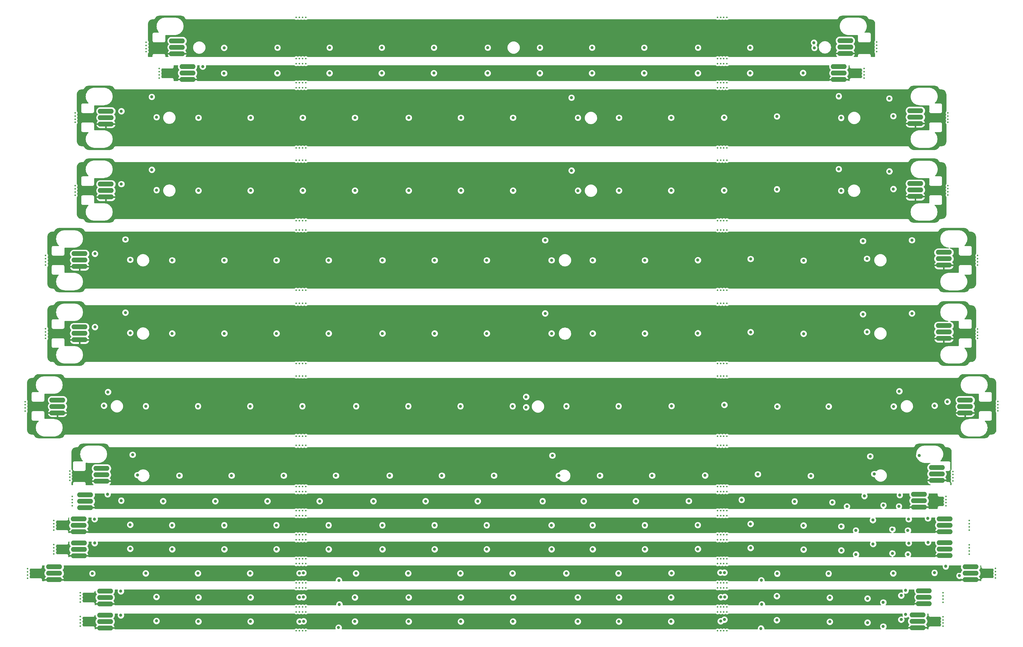
<source format=gbr>
G04 #@! TF.GenerationSoftware,KiCad,Pcbnew,(5.0.0-3-g5ebb6b6)*
G04 #@! TF.CreationDate,2019-02-22T00:56:02-08:00*
G04 #@! TF.ProjectId,Panel,50616E656C2E6B696361645F70636200,rev?*
G04 #@! TF.SameCoordinates,Original*
G04 #@! TF.FileFunction,Copper,L2,Inr,Plane*
G04 #@! TF.FilePolarity,Positive*
%FSLAX45Y45*%
G04 Gerber Fmt 4.5, Leading zero omitted, Abs format (unit mm)*
G04 Created by KiCad (PCBNEW (5.0.0-3-g5ebb6b6)) date Friday, February 22, 2019 at 12:56:02 AM*
%MOMM*%
%LPD*%
G01*
G04 APERTURE LIST*
G04 #@! TA.AperFunction,ViaPad*
%ADD10C,0.500000*%
G04 #@! TD*
G04 #@! TA.AperFunction,ViaPad*
%ADD11O,5.080000X1.524000*%
G04 #@! TD*
G04 #@! TA.AperFunction,ViaPad*
%ADD12C,1.000000*%
G04 #@! TD*
G04 #@! TA.AperFunction,Conductor*
%ADD13C,0.254000*%
G04 #@! TD*
G04 APERTURE END LIST*
D10*
G04 #@! TO.N,*
G04 #@! TO.C,REF\002A\002A*
X7995000Y-5490000D03*
X7995000Y-5390000D03*
X7995000Y-5190000D03*
X7995000Y-5290000D03*
G04 #@! TD*
G04 #@! TO.N,*
G04 #@! TO.C,REF\002A\002A*
X32895000Y-18835000D03*
X32895000Y-18735000D03*
X32895000Y-18935000D03*
X32895000Y-19035000D03*
G04 #@! TD*
G04 #@! TO.N,*
G04 #@! TO.C,REF\002A\002A*
X7585000Y-4460000D03*
X7585000Y-4360000D03*
X7585000Y-4560000D03*
X7585000Y-4660000D03*
G04 #@! TD*
G04 #@! TO.N,*
G04 #@! TO.C,REF\002A\002A*
X5335000Y-6695000D03*
X5335000Y-6595000D03*
X5335000Y-6795000D03*
X5335000Y-6895000D03*
G04 #@! TD*
G04 #@! TO.N,*
G04 #@! TO.C,REF\002A\002A*
X5335000Y-9000000D03*
X5335000Y-8900000D03*
X5335000Y-9100000D03*
X5335000Y-9200000D03*
G04 #@! TD*
G04 #@! TO.N,*
G04 #@! TO.C,REF\002A\002A*
X4400000Y-11210000D03*
X4400000Y-11110000D03*
X4400000Y-11310000D03*
X4400000Y-11410000D03*
G04 #@! TD*
G04 #@! TO.N,*
G04 #@! TO.C,REF\002A\002A*
X4400000Y-13530000D03*
X4400000Y-13430000D03*
X4400000Y-13630000D03*
X4400000Y-13730000D03*
G04 #@! TD*
G04 #@! TO.N,*
G04 #@! TO.C,REF\002A\002A*
X3755000Y-15835000D03*
X3755000Y-15735000D03*
X3755000Y-15935000D03*
X3755000Y-16035000D03*
G04 #@! TD*
G04 #@! TO.N,*
G04 #@! TO.C,REF\002A\002A*
X5165000Y-18030000D03*
X5165000Y-17930000D03*
X5165000Y-18130000D03*
X5165000Y-18230000D03*
G04 #@! TD*
G04 #@! TO.N,*
G04 #@! TO.C,REF\002A\002A*
X5245000Y-18835000D03*
X5245000Y-18735000D03*
X5245000Y-18935000D03*
X5245000Y-19035000D03*
G04 #@! TD*
G04 #@! TO.N,*
G04 #@! TO.C,REF\002A\002A*
X4665000Y-19600000D03*
X4665000Y-19500000D03*
X4665000Y-19700000D03*
X4665000Y-19800000D03*
G04 #@! TD*
G04 #@! TO.N,*
G04 #@! TO.C,REF\002A\002A*
X4665000Y-20360000D03*
X4665000Y-20260000D03*
X4665000Y-20460000D03*
X4665000Y-20560000D03*
G04 #@! TD*
G04 #@! TO.N,*
G04 #@! TO.C,REF\002A\002A*
X3830000Y-21125000D03*
X3830000Y-21025000D03*
X3830000Y-21225000D03*
X3830000Y-21325000D03*
G04 #@! TD*
G04 #@! TO.N,*
G04 #@! TO.C,REF\002A\002A*
X5500000Y-21880000D03*
X5500000Y-21780000D03*
X5500000Y-21980000D03*
X5500000Y-22080000D03*
G04 #@! TD*
G04 #@! TO.N,*
G04 #@! TO.C,REF\002A\002A*
X5500000Y-22640000D03*
X5500000Y-22540000D03*
X5500000Y-22740000D03*
X5500000Y-22840000D03*
G04 #@! TD*
G04 #@! TO.N,*
G04 #@! TO.C,REF\002A\002A*
X32800000Y-22645000D03*
X32800000Y-22545000D03*
X32800000Y-22745000D03*
X32800000Y-22845000D03*
G04 #@! TD*
G04 #@! TO.N,*
G04 #@! TO.C,REF\002A\002A*
X32800000Y-21885000D03*
X32800000Y-21785000D03*
X32800000Y-21985000D03*
X32800000Y-22085000D03*
G04 #@! TD*
G04 #@! TO.N,*
G04 #@! TO.C,REF\002A\002A*
X34465000Y-21115000D03*
X34465000Y-21015000D03*
X34465000Y-21215000D03*
X34465000Y-21315000D03*
G04 #@! TD*
G04 #@! TO.N,*
G04 #@! TO.C,REF\002A\002A*
X33635000Y-20365000D03*
X33635000Y-20265000D03*
X33635000Y-20465000D03*
X33635000Y-20565000D03*
G04 #@! TD*
G04 #@! TO.N,*
G04 #@! TO.C,REF\002A\002A*
X33635000Y-19600000D03*
X33635000Y-19500000D03*
X33635000Y-19700000D03*
X33635000Y-19800000D03*
G04 #@! TD*
G04 #@! TO.N,*
G04 #@! TO.C,REF\002A\002A*
X33120000Y-18045000D03*
X33120000Y-17945000D03*
X33120000Y-18145000D03*
X33120000Y-18245000D03*
G04 #@! TD*
G04 #@! TO.N,*
G04 #@! TO.C,REF\002A\002A*
X34540000Y-15830000D03*
X34540000Y-15730000D03*
X34540000Y-15930000D03*
X34540000Y-16030000D03*
G04 #@! TD*
G04 #@! TO.N,*
G04 #@! TO.C,REF\002A\002A*
X33900000Y-13535000D03*
X33900000Y-13435000D03*
X33900000Y-13635000D03*
X33900000Y-13735000D03*
G04 #@! TD*
G04 #@! TO.N,*
G04 #@! TO.C,REF\002A\002A*
X33900000Y-11210000D03*
X33900000Y-11110000D03*
X33900000Y-11310000D03*
X33900000Y-11410000D03*
G04 #@! TD*
G04 #@! TO.N,*
G04 #@! TO.C,REF\002A\002A*
X32960000Y-8995000D03*
X32960000Y-8895000D03*
X32960000Y-9095000D03*
X32960000Y-9195000D03*
G04 #@! TD*
G04 #@! TO.N,*
G04 #@! TO.C,REF\002A\002A*
X32960000Y-6695000D03*
X32960000Y-6595000D03*
X32960000Y-6795000D03*
X32960000Y-6895000D03*
G04 #@! TD*
G04 #@! TO.N,*
G04 #@! TO.C,REF\002A\002A*
X30305000Y-5290000D03*
X30305000Y-5190000D03*
X30305000Y-5390000D03*
X30305000Y-5490000D03*
G04 #@! TD*
G04 #@! TO.N,*
G04 #@! TO.C,REF\002A\002A*
X30705000Y-4455000D03*
X30705000Y-4355000D03*
X30705000Y-4555000D03*
X30705000Y-4655000D03*
G04 #@! TD*
G04 #@! TO.N,*
G04 #@! TO.C,REF\002A\002A*
X25865000Y-22990000D03*
X25965000Y-22990000D03*
X25765000Y-22990000D03*
X25665000Y-22990000D03*
G04 #@! TD*
G04 #@! TO.N,*
G04 #@! TO.C,REF\002A\002A*
X12535000Y-22990000D03*
X12635000Y-22990000D03*
X12435000Y-22990000D03*
X12335000Y-22990000D03*
G04 #@! TD*
G04 #@! TO.N,*
G04 #@! TO.C,REF\002A\002A*
X25865000Y-22390000D03*
X25965000Y-22390000D03*
X25765000Y-22390000D03*
X25665000Y-22390000D03*
G04 #@! TD*
G04 #@! TO.N,*
G04 #@! TO.C,REF\002A\002A*
X12535000Y-22390000D03*
X12635000Y-22390000D03*
X12435000Y-22390000D03*
X12335000Y-22390000D03*
G04 #@! TD*
G04 #@! TO.N,*
G04 #@! TO.C,REF\002A\002A*
X25865000Y-22230000D03*
X25965000Y-22230000D03*
X25765000Y-22230000D03*
X25665000Y-22230000D03*
G04 #@! TD*
G04 #@! TO.N,*
G04 #@! TO.C,REF\002A\002A*
X12535000Y-22230000D03*
X12635000Y-22230000D03*
X12435000Y-22230000D03*
X12335000Y-22230000D03*
G04 #@! TD*
G04 #@! TO.N,*
G04 #@! TO.C,REF\002A\002A*
X25865000Y-21630000D03*
X25965000Y-21630000D03*
X25765000Y-21630000D03*
X25665000Y-21630000D03*
G04 #@! TD*
G04 #@! TO.N,*
G04 #@! TO.C,REF\002A\002A*
X12535000Y-21630000D03*
X12635000Y-21630000D03*
X12435000Y-21630000D03*
X12335000Y-21630000D03*
G04 #@! TD*
G04 #@! TO.N,*
G04 #@! TO.C,REF\002A\002A*
X25865000Y-21470000D03*
X25965000Y-21470000D03*
X25765000Y-21470000D03*
X25665000Y-21470000D03*
G04 #@! TD*
G04 #@! TO.N,*
G04 #@! TO.C,REF\002A\002A*
X12535000Y-21470000D03*
X12635000Y-21470000D03*
X12435000Y-21470000D03*
X12335000Y-21470000D03*
G04 #@! TD*
G04 #@! TO.N,*
G04 #@! TO.C,REF\002A\002A*
X12535000Y-20865000D03*
X12635000Y-20865000D03*
X12435000Y-20865000D03*
X12335000Y-20865000D03*
G04 #@! TD*
G04 #@! TO.N,*
G04 #@! TO.C,REF\002A\002A*
X25865000Y-20865000D03*
X25965000Y-20865000D03*
X25765000Y-20865000D03*
X25665000Y-20865000D03*
G04 #@! TD*
G04 #@! TO.N,*
G04 #@! TO.C,REF\002A\002A*
X12535000Y-20710000D03*
X12635000Y-20710000D03*
X12435000Y-20710000D03*
X12335000Y-20710000D03*
G04 #@! TD*
G04 #@! TO.N,*
G04 #@! TO.C,REF\002A\002A*
X25865000Y-20710000D03*
X25965000Y-20710000D03*
X25765000Y-20710000D03*
X25665000Y-20710000D03*
G04 #@! TD*
G04 #@! TO.N,*
G04 #@! TO.C,REF\002A\002A*
X12535000Y-20110000D03*
X12635000Y-20110000D03*
X12435000Y-20110000D03*
X12335000Y-20110000D03*
G04 #@! TD*
G04 #@! TO.N,*
G04 #@! TO.C,REF\002A\002A*
X25865000Y-20110000D03*
X25965000Y-20110000D03*
X25765000Y-20110000D03*
X25665000Y-20110000D03*
G04 #@! TD*
G04 #@! TO.N,*
G04 #@! TO.C,REF\002A\002A*
X12535000Y-19945000D03*
X12635000Y-19945000D03*
X12435000Y-19945000D03*
X12335000Y-19945000D03*
G04 #@! TD*
G04 #@! TO.N,*
G04 #@! TO.C,REF\002A\002A*
X25865000Y-19945000D03*
X25965000Y-19945000D03*
X25765000Y-19945000D03*
X25665000Y-19945000D03*
G04 #@! TD*
G04 #@! TO.N,*
G04 #@! TO.C,REF\002A\002A*
X12535000Y-19345000D03*
X12635000Y-19345000D03*
X12435000Y-19345000D03*
X12335000Y-19345000D03*
G04 #@! TD*
G04 #@! TO.N,*
G04 #@! TO.C,REF\002A\002A*
X25865000Y-19345000D03*
X25965000Y-19345000D03*
X25765000Y-19345000D03*
X25665000Y-19345000D03*
G04 #@! TD*
G04 #@! TO.N,*
G04 #@! TO.C,REF\002A\002A*
X12535000Y-19185000D03*
X12635000Y-19185000D03*
X12435000Y-19185000D03*
X12335000Y-19185000D03*
G04 #@! TD*
G04 #@! TO.N,*
G04 #@! TO.C,REF\002A\002A*
X25865000Y-19185000D03*
X25965000Y-19185000D03*
X25765000Y-19185000D03*
X25665000Y-19185000D03*
G04 #@! TD*
G04 #@! TO.N,*
G04 #@! TO.C,REF\002A\002A*
X12535000Y-18585000D03*
X12635000Y-18585000D03*
X12435000Y-18585000D03*
X12335000Y-18585000D03*
G04 #@! TD*
G04 #@! TO.N,*
G04 #@! TO.C,REF\002A\002A*
X25865000Y-18585000D03*
X25965000Y-18585000D03*
X25765000Y-18585000D03*
X25665000Y-18585000D03*
G04 #@! TD*
G04 #@! TO.N,*
G04 #@! TO.C,REF\002A\002A*
X12535000Y-18425000D03*
X12635000Y-18425000D03*
X12435000Y-18425000D03*
X12335000Y-18425000D03*
G04 #@! TD*
G04 #@! TO.N,*
G04 #@! TO.C,REF\002A\002A*
X25865000Y-18425000D03*
X25965000Y-18425000D03*
X25765000Y-18425000D03*
X25665000Y-18425000D03*
G04 #@! TD*
G04 #@! TO.N,*
G04 #@! TO.C,REF\002A\002A*
X12535000Y-17120000D03*
X12635000Y-17120000D03*
X12435000Y-17120000D03*
X12335000Y-17120000D03*
G04 #@! TD*
G04 #@! TO.N,*
G04 #@! TO.C,REF\002A\002A*
X25865000Y-17120000D03*
X25965000Y-17120000D03*
X25765000Y-17120000D03*
X25665000Y-17120000D03*
G04 #@! TD*
G04 #@! TO.N,*
G04 #@! TO.C,REF\002A\002A*
X12535000Y-16830000D03*
X12635000Y-16830000D03*
X12435000Y-16830000D03*
X12335000Y-16830000D03*
G04 #@! TD*
G04 #@! TO.N,*
G04 #@! TO.C,REF\002A\002A*
X25865000Y-16830000D03*
X25965000Y-16830000D03*
X25765000Y-16830000D03*
X25665000Y-16830000D03*
G04 #@! TD*
G04 #@! TO.N,*
G04 #@! TO.C,REF\002A\002A*
X25865000Y-14925000D03*
X25965000Y-14925000D03*
X25765000Y-14925000D03*
X25665000Y-14925000D03*
G04 #@! TD*
G04 #@! TO.N,*
G04 #@! TO.C,REF\002A\002A*
X12535000Y-14925000D03*
X12635000Y-14925000D03*
X12435000Y-14925000D03*
X12335000Y-14925000D03*
G04 #@! TD*
G04 #@! TO.N,*
G04 #@! TO.C,REF\002A\002A*
X12535000Y-14530000D03*
X12635000Y-14530000D03*
X12435000Y-14530000D03*
X12335000Y-14530000D03*
G04 #@! TD*
G04 #@! TO.N,*
G04 #@! TO.C,REF\002A\002A*
X25865000Y-14530000D03*
X25965000Y-14530000D03*
X25765000Y-14530000D03*
X25665000Y-14530000D03*
G04 #@! TD*
G04 #@! TO.N,*
G04 #@! TO.C,REF\002A\002A*
X12535000Y-12625000D03*
X12635000Y-12625000D03*
X12435000Y-12625000D03*
X12335000Y-12625000D03*
G04 #@! TD*
G04 #@! TO.N,*
G04 #@! TO.C,REF\002A\002A*
X25865000Y-12625000D03*
X25965000Y-12625000D03*
X25765000Y-12625000D03*
X25665000Y-12625000D03*
G04 #@! TD*
G04 #@! TO.N,*
G04 #@! TO.C,REF\002A\002A*
X12535000Y-12205000D03*
X12635000Y-12205000D03*
X12435000Y-12205000D03*
X12335000Y-12205000D03*
G04 #@! TD*
G04 #@! TO.N,*
G04 #@! TO.C,REF\002A\002A*
X25865000Y-12205000D03*
X25965000Y-12205000D03*
X25765000Y-12205000D03*
X25665000Y-12205000D03*
G04 #@! TD*
G04 #@! TO.N,*
G04 #@! TO.C,REF\002A\002A*
X12535000Y-10300000D03*
X12635000Y-10300000D03*
X12435000Y-10300000D03*
X12335000Y-10300000D03*
G04 #@! TD*
G04 #@! TO.N,*
G04 #@! TO.C,REF\002A\002A*
X25865000Y-10300000D03*
X25965000Y-10300000D03*
X25765000Y-10300000D03*
X25665000Y-10300000D03*
G04 #@! TD*
G04 #@! TO.N,*
G04 #@! TO.C,REF\002A\002A*
X12535000Y-10005000D03*
X12635000Y-10005000D03*
X12435000Y-10005000D03*
X12335000Y-10005000D03*
G04 #@! TD*
G04 #@! TO.N,*
G04 #@! TO.C,REF\002A\002A*
X25865000Y-10005000D03*
X25965000Y-10005000D03*
X25765000Y-10005000D03*
X25665000Y-10005000D03*
G04 #@! TD*
G04 #@! TO.N,*
G04 #@! TO.C,REF\002A\002A*
X12535000Y-8095000D03*
X12635000Y-8095000D03*
X12435000Y-8095000D03*
X12335000Y-8095000D03*
G04 #@! TD*
G04 #@! TO.N,*
G04 #@! TO.C,REF\002A\002A*
X25865000Y-8095000D03*
X25965000Y-8095000D03*
X25765000Y-8095000D03*
X25665000Y-8095000D03*
G04 #@! TD*
G04 #@! TO.N,*
G04 #@! TO.C,REF\002A\002A*
X12535000Y-7700000D03*
X12635000Y-7700000D03*
X12435000Y-7700000D03*
X12335000Y-7700000D03*
G04 #@! TD*
G04 #@! TO.N,*
G04 #@! TO.C,REF\002A\002A*
X25865000Y-7700000D03*
X25965000Y-7700000D03*
X25765000Y-7700000D03*
X25665000Y-7700000D03*
G04 #@! TD*
G04 #@! TO.N,*
G04 #@! TO.C,REF\002A\002A*
X12535000Y-5795000D03*
X12635000Y-5795000D03*
X12435000Y-5795000D03*
X12335000Y-5795000D03*
G04 #@! TD*
G04 #@! TO.N,*
G04 #@! TO.C,REF\002A\002A*
X25865000Y-5795000D03*
X25965000Y-5795000D03*
X25765000Y-5795000D03*
X25665000Y-5795000D03*
G04 #@! TD*
G04 #@! TO.N,*
G04 #@! TO.C,REF\002A\002A*
X12535000Y-5640000D03*
X12635000Y-5640000D03*
X12435000Y-5640000D03*
X12335000Y-5640000D03*
G04 #@! TD*
G04 #@! TO.N,*
G04 #@! TO.C,REF\002A\002A*
X25865000Y-5640000D03*
X25965000Y-5640000D03*
X25765000Y-5640000D03*
X25665000Y-5640000D03*
G04 #@! TD*
G04 #@! TO.N,*
G04 #@! TO.C,REF\002A\002A*
X12535000Y-5035000D03*
X12635000Y-5035000D03*
X12435000Y-5035000D03*
X12335000Y-5035000D03*
G04 #@! TD*
G04 #@! TO.N,*
G04 #@! TO.C,REF\002A\002A*
X25865000Y-5035000D03*
X25965000Y-5035000D03*
X25765000Y-5035000D03*
X25665000Y-5035000D03*
G04 #@! TD*
G04 #@! TO.N,*
G04 #@! TO.C,REF\002A\002A*
X12535000Y-4875000D03*
X12635000Y-4875000D03*
X12435000Y-4875000D03*
X12335000Y-4875000D03*
G04 #@! TD*
G04 #@! TO.N,*
G04 #@! TO.C,REF\002A\002A*
X25865000Y-4875000D03*
X25965000Y-4875000D03*
X25765000Y-4875000D03*
X25665000Y-4875000D03*
G04 #@! TD*
G04 #@! TO.N,*
G04 #@! TO.C,REF\002A\002A*
X25865000Y-3570000D03*
X25965000Y-3570000D03*
X25765000Y-3570000D03*
X25665000Y-3570000D03*
G04 #@! TD*
G04 #@! TO.N,*
G04 #@! TO.C,REF\002A\002A*
X12535000Y-3570000D03*
X12635000Y-3570000D03*
X12435000Y-3570000D03*
X12335000Y-3570000D03*
G04 #@! TD*
D11*
G04 #@! TO.N,GND*
G04 #@! TO.C,J1*
X4669200Y-21370100D03*
G04 #@! TO.N,Net-(D1-Pad4)*
X4669200Y-21166900D03*
G04 #@! TO.N,+5V*
X4669200Y-20963700D03*
G04 #@! TD*
G04 #@! TO.N,GND*
G04 #@! TO.C,J2*
X33676000Y-21370100D03*
G04 #@! TO.N,Net-(D17-Pad3)*
X33676000Y-21166900D03*
G04 #@! TO.N,+5V*
X33676000Y-20963700D03*
G04 #@! TD*
G04 #@! TO.N,+5V*
G04 #@! TO.C,J2*
X31924844Y-8832348D03*
G04 #@! TO.N,Net-(D15-Pad3)*
X31924844Y-9035548D03*
G04 #@! TO.N,GND*
X31924844Y-9238748D03*
G04 #@! TD*
G04 #@! TO.N,+5V*
G04 #@! TO.C,J1*
X6307420Y-8847588D03*
G04 #@! TO.N,Net-(D1-Pad4)*
X6307420Y-9050788D03*
G04 #@! TO.N,GND*
X6307420Y-9253988D03*
G04 #@! TD*
G04 #@! TO.N,+5V*
G04 #@! TO.C,J2*
X32829350Y-13327250D03*
G04 #@! TO.N,Net-(D16-Pad3)*
X32829350Y-13530450D03*
G04 #@! TO.N,GND*
X32829350Y-13733650D03*
G04 #@! TD*
G04 #@! TO.N,+5V*
G04 #@! TO.C,J1*
X5474820Y-13370176D03*
G04 #@! TO.N,Net-(D1-Pad4)*
X5474820Y-13573376D03*
G04 #@! TO.N,GND*
X5474820Y-13776576D03*
G04 #@! TD*
G04 #@! TO.N,+5V*
G04 #@! TO.C,J2*
X32858814Y-20203088D03*
G04 #@! TO.N,Net-(D16-Pad3)*
X32858814Y-20406288D03*
G04 #@! TO.N,GND*
X32858814Y-20609488D03*
G04 #@! TD*
G04 #@! TO.N,+5V*
G04 #@! TO.C,J1*
X5453992Y-20207152D03*
G04 #@! TO.N,Net-(D1-Pad4)*
X5453992Y-20410352D03*
G04 #@! TO.N,GND*
X5453992Y-20613552D03*
G04 #@! TD*
G04 #@! TO.N,+5V*
G04 #@! TO.C,J2*
X31998206Y-22486154D03*
G04 #@! TO.N,Net-(D15-Pad3)*
X31998206Y-22689354D03*
G04 #@! TO.N,GND*
X31998206Y-22892554D03*
G04 #@! TD*
G04 #@! TO.N,+5V*
G04 #@! TO.C,J1*
X6282992Y-22493012D03*
G04 #@! TO.N,Net-(D1-Pad4)*
X6282992Y-22696212D03*
G04 #@! TO.N,GND*
X6282992Y-22899412D03*
G04 #@! TD*
G04 #@! TO.N,GND*
G04 #@! TO.C,J2*
X31924744Y-6931648D03*
G04 #@! TO.N,Net-(D15-Pad3)*
X31924744Y-6728448D03*
G04 #@! TO.N,+5V*
X31924744Y-6525248D03*
G04 #@! TD*
G04 #@! TO.N,GND*
G04 #@! TO.C,J1*
X6282992Y-22137512D03*
G04 #@! TO.N,Net-(D1-Pad4)*
X6282992Y-21934312D03*
G04 #@! TO.N,+5V*
X6282992Y-21731112D03*
G04 #@! TD*
G04 #@! TO.N,GND*
G04 #@! TO.C,J2*
X32198206Y-22130654D03*
G04 #@! TO.N,Net-(D15-Pad3)*
X32198206Y-21927454D03*
G04 #@! TO.N,+5V*
X32198206Y-21724254D03*
G04 #@! TD*
G04 #@! TO.N,GND*
G04 #@! TO.C,J1*
X5474820Y-11458876D03*
G04 #@! TO.N,Net-(D1-Pad4)*
X5474820Y-11255676D03*
G04 #@! TO.N,+5V*
X5474820Y-11052476D03*
G04 #@! TD*
G04 #@! TO.N,GND*
G04 #@! TO.C,J2*
X32829350Y-11415950D03*
G04 #@! TO.N,Net-(D16-Pad3)*
X32829350Y-11212750D03*
G04 #@! TO.N,+5V*
X32829350Y-11009550D03*
G04 #@! TD*
G04 #@! TO.N,GND*
G04 #@! TO.C,J1*
X5450492Y-19855052D03*
G04 #@! TO.N,Net-(D1-Pad4)*
X5450492Y-19651852D03*
G04 #@! TO.N,+5V*
X5450492Y-19448652D03*
G04 #@! TD*
G04 #@! TO.N,GND*
G04 #@! TO.C,J2*
X32855314Y-19850988D03*
G04 #@! TO.N,Net-(D16-Pad3)*
X32855314Y-19647788D03*
G04 #@! TO.N,+5V*
X32855314Y-19444588D03*
G04 #@! TD*
G04 #@! TO.N,GND*
G04 #@! TO.C,J1*
X4774400Y-16092700D03*
G04 #@! TO.N,Net-(D1-Pad4)*
X4774400Y-15889500D03*
G04 #@! TO.N,+5V*
X4774400Y-15686300D03*
G04 #@! TD*
G04 #@! TO.N,GND*
G04 #@! TO.C,J2*
X33501800Y-16092700D03*
G04 #@! TO.N,Net-(D17-Pad3)*
X33501800Y-15889500D03*
G04 #@! TO.N,+5V*
X33501800Y-15686300D03*
G04 #@! TD*
G04 #@! TO.N,GND*
G04 #@! TO.C,J1*
X6166600Y-18253200D03*
G04 #@! TO.N,Net-(D1-Pad4)*
X6166600Y-18050000D03*
G04 #@! TO.N,+5V*
X6166600Y-17846800D03*
G04 #@! TD*
G04 #@! TO.N,GND*
G04 #@! TO.C,J2*
X32608000Y-18227800D03*
G04 #@! TO.N,Net-(D16-Pad3)*
X32608000Y-18024600D03*
G04 #@! TO.N,+5V*
X32608000Y-17821400D03*
G04 #@! TD*
G04 #@! TO.N,GND*
G04 #@! TO.C,J1*
X5651854Y-19088678D03*
G04 #@! TO.N,Net-(D1-Pad4)*
X5651854Y-18885478D03*
G04 #@! TO.N,+5V*
X5651854Y-18682278D03*
G04 #@! TD*
G04 #@! TO.N,GND*
G04 #@! TO.C,J2*
X32042200Y-19074200D03*
G04 #@! TO.N,Net-(D16-Pad3)*
X32042200Y-18871000D03*
G04 #@! TO.N,+5V*
X32042200Y-18667800D03*
G04 #@! TD*
G04 #@! TO.N,GND*
G04 #@! TO.C,J2*
X29506040Y-5538240D03*
G04 #@! TO.N,Net-(D12-Pad3)*
X29506040Y-5335040D03*
G04 #@! TO.N,+5V*
X29506040Y-5131840D03*
G04 #@! TD*
G04 #@! TO.N,GND*
G04 #@! TO.C,J1*
X8891400Y-5535440D03*
G04 #@! TO.N,Net-(D1-Pad4)*
X8891400Y-5332240D03*
G04 #@! TO.N,+5V*
X8891400Y-5129040D03*
G04 #@! TD*
G04 #@! TO.N,GND*
G04 #@! TO.C,J1*
X6307320Y-6946888D03*
G04 #@! TO.N,Net-(D1-Pad4)*
X6307320Y-6743688D03*
G04 #@! TO.N,+5V*
X6307320Y-6540488D03*
G04 #@! TD*
G04 #@! TO.N,GND*
G04 #@! TO.C,J2*
X29710260Y-4712362D03*
G04 #@! TO.N,Net-(D12-Pad3)*
X29710260Y-4509162D03*
G04 #@! TO.N,+5V*
X29710260Y-4305962D03*
G04 #@! TD*
G04 #@! TO.N,GND*
G04 #@! TO.C,J1*
X8559360Y-4719862D03*
G04 #@! TO.N,Net-(D1-Pad4)*
X8559360Y-4516662D03*
G04 #@! TO.N,+5V*
X8559360Y-4313462D03*
G04 #@! TD*
D12*
G04 #@! TO.N,+5V*
X10050660Y-4534562D03*
X11739760Y-4528212D03*
X13390760Y-4528212D03*
X16692760Y-4528212D03*
X15041760Y-4528212D03*
X18394560Y-4528212D03*
X20045560Y-4528212D03*
X23347560Y-4528212D03*
X21696560Y-4528212D03*
X26700360Y-4528212D03*
X25049360Y-4528212D03*
X28732360Y-4534562D03*
X10047100Y-5342400D03*
X13387200Y-5336050D03*
X16689200Y-5336050D03*
X15038200Y-5336050D03*
X18391000Y-5336050D03*
X20042000Y-5336050D03*
X23344000Y-5336050D03*
X21693000Y-5336050D03*
X26696800Y-5336050D03*
X25045800Y-5336050D03*
X28373201Y-5329700D03*
X9374000Y-5129300D03*
X10889480Y-6747244D03*
X14191480Y-6747244D03*
X12540480Y-6747244D03*
X15893280Y-6747244D03*
X17544280Y-6747244D03*
X19195280Y-6747244D03*
X24199080Y-6747244D03*
X22548080Y-6747244D03*
X25875481Y-6740894D03*
X27546800Y-6705334D03*
X9238480Y-6747244D03*
X7912600Y-6730734D03*
X21044654Y-6112752D03*
X21247854Y-6747752D03*
X7760454Y-6087352D03*
X31230054Y-6696951D03*
X31103054Y-6138152D03*
X6796016Y-6540488D03*
X29578800Y-6750800D03*
X29502600Y-6065000D03*
X10885980Y-21930756D03*
X14187980Y-21930756D03*
X15889780Y-21930756D03*
X17540780Y-21930756D03*
X19191780Y-21930756D03*
X24195580Y-21930756D03*
X22544580Y-21930756D03*
X29219700Y-21939646D03*
X27543300Y-21888846D03*
X9234980Y-21930756D03*
X7909100Y-21914246D03*
X21244354Y-21931264D03*
X6781594Y-21736700D03*
X31618775Y-21709796D03*
X31479144Y-21869936D03*
X10056980Y-11259232D03*
X13358980Y-11259232D03*
X11707980Y-11259232D03*
X15060780Y-11259232D03*
X16711780Y-11259232D03*
X18362780Y-11259232D03*
X23366580Y-11259232D03*
X21715580Y-11259232D03*
X25042981Y-11252882D03*
X28390700Y-11268122D03*
X26714300Y-11217322D03*
X8405980Y-11259232D03*
X7080100Y-11242722D03*
X31819954Y-10624740D03*
X20212154Y-10624740D03*
X20415354Y-11259740D03*
X6927954Y-10599340D03*
X30397554Y-11208939D03*
X30270554Y-10650140D03*
X5963516Y-11052476D03*
X10053480Y-19648296D03*
X13355480Y-19648296D03*
X11704480Y-19648296D03*
X15057280Y-19648296D03*
X16708280Y-19648296D03*
X18359280Y-19648296D03*
X23363080Y-19648296D03*
X21712080Y-19648296D03*
X25039481Y-19641946D03*
X28387200Y-19657186D03*
X26710800Y-19606386D03*
X8402480Y-19648296D03*
X7076600Y-19631786D03*
X20411854Y-19648804D03*
X31714854Y-19455256D03*
X32324454Y-19429856D03*
X5949094Y-19454240D03*
X30584300Y-19482216D03*
X9224480Y-15880610D03*
X12526480Y-15880610D03*
X10875480Y-15880610D03*
X14228280Y-15880610D03*
X15879280Y-15880610D03*
X19181280Y-15880610D03*
X17530280Y-15880610D03*
X22534080Y-15880610D03*
X20883080Y-15880610D03*
X24210481Y-15874260D03*
X32536600Y-15864100D03*
X27558200Y-15889500D03*
X29183800Y-15889500D03*
X25881800Y-15838700D03*
X31419000Y-15406900D03*
X31241200Y-15889500D03*
X7573480Y-15880610D03*
X6247600Y-15864100D03*
X6374600Y-15432300D03*
X10286226Y-18074892D03*
X13588226Y-18074892D03*
X11937226Y-18074892D03*
X15290026Y-18074892D03*
X16941026Y-18074892D03*
X18592026Y-18074892D03*
X23595826Y-18074892D03*
X21944826Y-18074892D03*
X25272227Y-18068542D03*
X28619946Y-18083782D03*
X26943546Y-18032982D03*
X8635226Y-18074892D03*
X7309346Y-18058382D03*
X32049200Y-17440400D03*
X20441400Y-17440400D03*
X20644600Y-18075400D03*
X7157200Y-17415000D03*
X30626800Y-18024599D03*
X30499800Y-17465800D03*
X9771226Y-18886240D03*
X13073226Y-18886240D03*
X11422226Y-18886240D03*
X14775026Y-18886240D03*
X16426026Y-18886240D03*
X18077026Y-18886240D03*
X23080826Y-18886240D03*
X21429826Y-18886240D03*
X24757227Y-18879890D03*
X28104946Y-18895130D03*
X26428546Y-18844330D03*
X8120226Y-18886240D03*
X6794346Y-18869730D03*
X20129600Y-18886748D03*
X6362800Y-18667800D03*
X30315000Y-18720206D03*
X31432600Y-18693200D03*
X10889580Y-9054344D03*
X14191580Y-9054344D03*
X12540580Y-9054344D03*
X15893380Y-9054344D03*
X17544380Y-9054344D03*
X19195380Y-9054344D03*
X24199180Y-9054344D03*
X22548180Y-9054344D03*
X25875581Y-9047994D03*
X27546900Y-9012434D03*
X9238580Y-9054344D03*
X7912700Y-9037834D03*
X21044754Y-8419852D03*
X21247954Y-9054852D03*
X7760554Y-8394452D03*
X31230154Y-9004051D03*
X31103154Y-8445252D03*
X6796116Y-8847588D03*
X29578900Y-9057900D03*
X29502700Y-8372100D03*
X8405980Y-13576932D03*
X7080100Y-13560422D03*
X31819954Y-12942440D03*
X20212154Y-12942440D03*
X20415354Y-13577440D03*
X6927954Y-12917040D03*
X30397554Y-13526639D03*
X30270554Y-12967840D03*
X5963516Y-13370176D03*
X10056980Y-13576932D03*
X13358980Y-13576932D03*
X11707980Y-13576932D03*
X15060780Y-13576932D03*
X16711780Y-13576932D03*
X18362780Y-13576932D03*
X23366580Y-13576932D03*
X21715580Y-13576932D03*
X25042981Y-13570582D03*
X28390700Y-13585822D03*
X26714300Y-13535022D03*
X10056980Y-20406796D03*
X13358980Y-20406796D03*
X11707980Y-20406796D03*
X15060780Y-20406796D03*
X16711780Y-20406796D03*
X18362780Y-20406796D03*
X23366580Y-20406796D03*
X21715580Y-20406796D03*
X25042981Y-20400446D03*
X28390700Y-20415686D03*
X26714300Y-20364886D03*
X8405980Y-20406796D03*
X7080100Y-20390286D03*
X20415354Y-20407304D03*
X31718354Y-20213756D03*
X32327954Y-20188356D03*
X5952594Y-20212740D03*
X30587800Y-20240716D03*
X10885980Y-22692656D03*
X14187980Y-22692656D03*
X15889780Y-22692656D03*
X17540780Y-22692656D03*
X19191780Y-22692656D03*
X24195580Y-22692656D03*
X22544580Y-22692656D03*
X29219700Y-22701546D03*
X27543300Y-22650746D03*
X9234980Y-22692656D03*
X7909100Y-22676146D03*
X21244354Y-22693164D03*
X6781594Y-22498600D03*
X31618775Y-22471696D03*
X31479144Y-22631836D03*
X33320400Y-21243100D03*
X31228202Y-21167662D03*
X29180200Y-21177568D03*
X27554600Y-21177568D03*
X32533000Y-21152168D03*
X24206881Y-21162328D03*
X20879480Y-21168678D03*
X22530480Y-21168678D03*
X17526680Y-21168678D03*
X19177680Y-21168678D03*
X15875680Y-21168678D03*
X14224680Y-21168678D03*
X10871880Y-21168678D03*
X9220880Y-21168678D03*
X7569880Y-21168678D03*
X5880780Y-21175028D03*
X25894134Y-21917491D03*
X25883640Y-21146760D03*
X25883500Y-22632800D03*
X11736801Y-5336050D03*
X12559176Y-21157072D03*
X12559196Y-21922685D03*
X12565486Y-22685920D03*
G04 #@! TO.N,GND*
X9570834Y-4687196D03*
X11120254Y-4527196D03*
X12826880Y-4526942D03*
X14490580Y-4529482D03*
X16164440Y-4532022D03*
X17820520Y-4532022D03*
X21158080Y-4529482D03*
X22814160Y-4526942D03*
X24490560Y-4529482D03*
X26146640Y-4532022D03*
X27815420Y-4529482D03*
X19503304Y-4527196D03*
X27767160Y-4140862D03*
X9567274Y-5495034D03*
X11116694Y-5335034D03*
X12823320Y-5334780D03*
X14487020Y-5337320D03*
X16160880Y-5339860D03*
X17816960Y-5339860D03*
X19485740Y-5337320D03*
X21154520Y-5337320D03*
X22810600Y-5334780D03*
X24487000Y-5337320D03*
X26143080Y-5339860D03*
X27811860Y-5337320D03*
X11989300Y-6748514D03*
X13663160Y-6751054D03*
X15319240Y-6751054D03*
X16988020Y-6748514D03*
X18656800Y-6748514D03*
X20312880Y-6745974D03*
X23645360Y-6751054D03*
X25314140Y-6748514D03*
X26835600Y-6707874D03*
X28639000Y-6730734D03*
X10325600Y-6745974D03*
X8700000Y-6756134D03*
X20485854Y-6138152D03*
X22060654Y-6747752D03*
X7252454Y-6214352D03*
X30544254Y-6138152D03*
X6762996Y-6943332D03*
X28842200Y-6090400D03*
X30391600Y-6750800D03*
X11985800Y-21932026D03*
X13659660Y-21934566D03*
X15315740Y-21934566D03*
X16984520Y-21932026D03*
X18653300Y-21932026D03*
X23641860Y-21934566D03*
X25310640Y-21932026D03*
X26832100Y-21891386D03*
X28635500Y-21914246D03*
X10322100Y-21929486D03*
X8696500Y-21939646D03*
X22057154Y-21931264D03*
X6761274Y-22061820D03*
X20253960Y-21874066D03*
X31645908Y-22063344D03*
X30732016Y-22092554D03*
X11156800Y-11260502D03*
X12830660Y-11263042D03*
X14486740Y-11263042D03*
X16155520Y-11260502D03*
X17824300Y-11260502D03*
X19480380Y-11257962D03*
X22812860Y-11263042D03*
X24481640Y-11260502D03*
X26003100Y-11219862D03*
X27806500Y-11242722D03*
X29482900Y-11217322D03*
X9493100Y-11257962D03*
X7867500Y-11268122D03*
X31182668Y-10641758D03*
X19653354Y-10650140D03*
X21228154Y-11259740D03*
X6419954Y-10726340D03*
X29711754Y-10650140D03*
X31235754Y-11259740D03*
X5930496Y-11455320D03*
X11153300Y-19649566D03*
X12827160Y-19652106D03*
X14483240Y-19652106D03*
X16152020Y-19649566D03*
X17820800Y-19649566D03*
X19476880Y-19647026D03*
X22809360Y-19652106D03*
X24478140Y-19649566D03*
X25999600Y-19608926D03*
X27803000Y-19631786D03*
X9489600Y-19647026D03*
X7864000Y-19657186D03*
X21224654Y-19648804D03*
X31232254Y-19648804D03*
X29911454Y-19658456D03*
X32324454Y-19836256D03*
X5928774Y-19779360D03*
X5404554Y-16039594D03*
X10324300Y-15881880D03*
X11998160Y-15884420D03*
X13654240Y-15884420D03*
X15323020Y-15881880D03*
X16991800Y-15881880D03*
X18647880Y-15879340D03*
X21980360Y-15884420D03*
X23649140Y-15881880D03*
X25170600Y-15841240D03*
X26974000Y-15864100D03*
X28650400Y-15838700D03*
X30276000Y-15838700D03*
X19608000Y-16118100D03*
X20370000Y-15889500D03*
X31444400Y-16321300D03*
X32054000Y-15864100D03*
X8660600Y-15879340D03*
X6400000Y-16346700D03*
X7035000Y-15889500D03*
X11386046Y-18076162D03*
X13059906Y-18078702D03*
X14715986Y-18078702D03*
X16384766Y-18076162D03*
X18053546Y-18076162D03*
X19709626Y-18073622D03*
X23042106Y-18078702D03*
X24710886Y-18076162D03*
X26232346Y-18035522D03*
X28035746Y-18058382D03*
X29712146Y-18032982D03*
X9722346Y-18073622D03*
X8096746Y-18083782D03*
X31411914Y-17457418D03*
X19882600Y-17465800D03*
X21457400Y-18075400D03*
X6649200Y-17542000D03*
X29941000Y-17465800D03*
X31465000Y-18075400D03*
X10871046Y-18887510D03*
X12544906Y-18890050D03*
X14200986Y-18890050D03*
X15869766Y-18887510D03*
X17538546Y-18887510D03*
X19194626Y-18884970D03*
X22527106Y-18890050D03*
X24195886Y-18887510D03*
X25717346Y-18846870D03*
X27520746Y-18869730D03*
X9207346Y-18884970D03*
X7581746Y-18895130D03*
X20942400Y-18886748D03*
X30950000Y-18886748D03*
X6362800Y-19048800D03*
X29629200Y-18896400D03*
X11989400Y-9055614D03*
X13663260Y-9058154D03*
X15319340Y-9058154D03*
X16988120Y-9055614D03*
X18656900Y-9055614D03*
X20312980Y-9053074D03*
X23645460Y-9058154D03*
X25314240Y-9055614D03*
X26835700Y-9014974D03*
X28639100Y-9037834D03*
X10325700Y-9053074D03*
X8700100Y-9063234D03*
X20485954Y-8445252D03*
X22060754Y-9054852D03*
X7252554Y-8521452D03*
X30544354Y-8445252D03*
X6763096Y-9250432D03*
X28842300Y-8397500D03*
X30391700Y-9057900D03*
X11156800Y-13578202D03*
X12830660Y-13580742D03*
X14486740Y-13580742D03*
X16155520Y-13578202D03*
X17824300Y-13578202D03*
X19480380Y-13575662D03*
X22812860Y-13580742D03*
X24481640Y-13578202D03*
X26003100Y-13537562D03*
X27806500Y-13560422D03*
X29482900Y-13535022D03*
X9493100Y-13575662D03*
X7867500Y-13585822D03*
X31182668Y-12959458D03*
X19653354Y-12967840D03*
X21228154Y-13577440D03*
X6419954Y-13044040D03*
X29711754Y-12967840D03*
X31235754Y-13577440D03*
X5930496Y-13773020D03*
X11156800Y-20408066D03*
X12830660Y-20410606D03*
X14486740Y-20410606D03*
X16155520Y-20408066D03*
X17824300Y-20408066D03*
X19480380Y-20405526D03*
X22812860Y-20410606D03*
X24481640Y-20408066D03*
X26003100Y-20367426D03*
X27806500Y-20390286D03*
X9493100Y-20405526D03*
X7867500Y-20415686D03*
X21228154Y-20407304D03*
X31235754Y-20407304D03*
X29914954Y-20416956D03*
X32327954Y-20594756D03*
X5932274Y-20537860D03*
X11985800Y-22693926D03*
X13659660Y-22696466D03*
X15315740Y-22696466D03*
X16984520Y-22693926D03*
X18653300Y-22693926D03*
X23641860Y-22696466D03*
X25310640Y-22693926D03*
X26832100Y-22653286D03*
X28635500Y-22676146D03*
X10322100Y-22691386D03*
X8696500Y-22701546D03*
X22057154Y-22693164D03*
X6761274Y-22823720D03*
X20253960Y-22635966D03*
X31645908Y-22825244D03*
X30732016Y-22854454D03*
X33320400Y-21116100D03*
X31974200Y-21152168D03*
X30272400Y-21126768D03*
X28646800Y-21126768D03*
X26970400Y-21152168D03*
X25167000Y-21129308D03*
X23645540Y-21169948D03*
X21976760Y-21172488D03*
X20320680Y-21169948D03*
X18644280Y-21167408D03*
X16988200Y-21169948D03*
X15319420Y-21169948D03*
X13650640Y-21172488D03*
X11994560Y-21172488D03*
X10320700Y-21169948D03*
X8657000Y-21167408D03*
X6950374Y-21167662D03*
X5400954Y-21327662D03*
G04 #@! TO.N,Net-(D12-Pad3)*
X28718559Y-4373527D03*
X27051900Y-21388200D03*
X25756499Y-21146900D03*
G04 #@! TO.N,Net-(C9-Pad1)*
X19608000Y-15914900D03*
X19608000Y-15584700D03*
G04 #@! TO.N,Net-(D3-Pad3)*
X13697850Y-22154056D03*
X12434200Y-21927950D03*
X13672450Y-22886800D03*
X12440550Y-22696300D03*
G04 #@! TO.N,Net-(D4-Pad3)*
X13682501Y-21392057D03*
X12434200Y-21165950D03*
G04 #@! TO.N,Net-(D11-Pad3)*
X27066973Y-22150200D03*
X25769200Y-21921600D03*
X27039200Y-22916058D03*
X25764913Y-22685029D03*
G04 #@! TO.N,Net-(C15-Pad1)*
X30413614Y-21966456D03*
X30911620Y-22088840D03*
X30043533Y-19812257D03*
X29581114Y-19683996D03*
X29761279Y-19050201D03*
X29298860Y-18921940D03*
X29584614Y-20442496D03*
X30047033Y-20570757D03*
X30413614Y-22728356D03*
X30911620Y-22850740D03*
G04 #@! TO.N,Net-(C16-Pad1)*
X31198165Y-19776767D03*
X31689454Y-19810856D03*
X30915911Y-19014711D03*
X31407200Y-19048800D03*
X31201665Y-20535267D03*
X31692954Y-20569356D03*
G04 #@! TO.N,Net-(D17-Pad3)*
X32943000Y-15737100D03*
X32888600Y-20947508D03*
G04 #@! TD*
D13*
G04 #@! TO.N,GND*
G36*
X6668094Y-22476023D02*
X6668094Y-22521177D01*
X6685373Y-22562893D01*
X6717301Y-22594821D01*
X6759017Y-22612100D01*
X6804171Y-22612100D01*
X6845887Y-22594821D01*
X6877815Y-22562893D01*
X6895094Y-22521177D01*
X6895094Y-22476023D01*
X6886732Y-22455835D01*
X12275678Y-22455835D01*
X12284869Y-22465027D01*
X12317396Y-22478500D01*
X12352604Y-22478500D01*
X12385000Y-22465081D01*
X12417396Y-22478500D01*
X12452604Y-22478500D01*
X12485000Y-22465081D01*
X12517396Y-22478500D01*
X12552604Y-22478500D01*
X12585000Y-22465081D01*
X12617396Y-22478500D01*
X12652604Y-22478500D01*
X12685131Y-22465027D01*
X12694322Y-22455835D01*
X25605678Y-22455835D01*
X25614869Y-22465027D01*
X25647396Y-22478500D01*
X25682604Y-22478500D01*
X25715000Y-22465081D01*
X25747396Y-22478500D01*
X25782604Y-22478500D01*
X25815000Y-22465081D01*
X25847396Y-22478500D01*
X25882604Y-22478500D01*
X25915000Y-22465081D01*
X25947396Y-22478500D01*
X25982604Y-22478500D01*
X26015131Y-22465027D01*
X26024322Y-22455835D01*
X31505275Y-22455835D01*
X31505275Y-22494272D01*
X31518043Y-22525096D01*
X31501721Y-22518336D01*
X31456568Y-22518336D01*
X31414852Y-22535615D01*
X31382924Y-22567543D01*
X31365644Y-22609259D01*
X31365644Y-22654412D01*
X31382924Y-22696128D01*
X31414852Y-22728056D01*
X31456568Y-22745336D01*
X31501721Y-22745336D01*
X31543437Y-22728056D01*
X31575365Y-22696128D01*
X31592644Y-22654412D01*
X31592644Y-22609259D01*
X31579876Y-22578435D01*
X31596198Y-22585196D01*
X31641352Y-22585196D01*
X31683068Y-22567916D01*
X31697427Y-22553557D01*
X31719688Y-22586872D01*
X31721008Y-22587754D01*
X31719688Y-22588636D01*
X31688812Y-22634846D01*
X31677969Y-22689354D01*
X31688812Y-22743862D01*
X31719688Y-22790072D01*
X31724420Y-22793234D01*
X31712643Y-22802751D01*
X31686480Y-22850826D01*
X31684984Y-22858247D01*
X31697234Y-22879854D01*
X31985506Y-22879854D01*
X31985506Y-22877854D01*
X32010906Y-22877854D01*
X32010906Y-22879854D01*
X32299178Y-22879854D01*
X32311428Y-22858247D01*
X32309932Y-22850826D01*
X32283769Y-22802751D01*
X32271992Y-22793234D01*
X32276724Y-22790072D01*
X32307600Y-22743862D01*
X32318443Y-22689354D01*
X32307600Y-22634846D01*
X32276724Y-22588636D01*
X32275404Y-22587754D01*
X32276724Y-22586872D01*
X32307600Y-22540662D01*
X32318443Y-22486154D01*
X32312412Y-22455835D01*
X32333346Y-22455835D01*
X32333346Y-22487838D01*
X32332092Y-22494142D01*
X32337059Y-22519113D01*
X32348334Y-22535988D01*
X32351204Y-22540283D01*
X32372374Y-22554429D01*
X32397346Y-22559396D01*
X32403649Y-22558142D01*
X32690904Y-22558142D01*
X32697207Y-22559396D01*
X32703510Y-22558142D01*
X32706216Y-22557604D01*
X32711500Y-22556553D01*
X32711500Y-22562604D01*
X32724919Y-22595000D01*
X32711500Y-22627396D01*
X32711500Y-22662604D01*
X32724919Y-22695000D01*
X32711500Y-22727396D01*
X32711500Y-22762604D01*
X32724919Y-22795000D01*
X32711500Y-22827396D01*
X32711500Y-22833899D01*
X32703510Y-22832309D01*
X32697207Y-22831056D01*
X32690904Y-22832309D01*
X32403649Y-22832309D01*
X32397346Y-22831056D01*
X32391042Y-22832309D01*
X32372374Y-22836023D01*
X32351204Y-22850168D01*
X32337059Y-22871338D01*
X32332092Y-22896309D01*
X32333346Y-22902613D01*
X32333346Y-22927558D01*
X32311287Y-22927558D01*
X32311428Y-22926861D01*
X32299178Y-22905254D01*
X32010906Y-22905254D01*
X32010906Y-22907254D01*
X31985506Y-22907254D01*
X31985506Y-22905254D01*
X31697234Y-22905254D01*
X31684984Y-22926861D01*
X31685124Y-22927558D01*
X30995315Y-22927558D01*
X31007840Y-22915033D01*
X31025120Y-22873317D01*
X31025120Y-22828163D01*
X31007840Y-22786447D01*
X30975912Y-22754519D01*
X30934196Y-22737240D01*
X30889043Y-22737240D01*
X30847327Y-22754519D01*
X30815399Y-22786447D01*
X30798120Y-22828163D01*
X30798120Y-22873317D01*
X30815399Y-22915033D01*
X30827924Y-22927558D01*
X27152700Y-22927558D01*
X27152700Y-22893481D01*
X27135421Y-22851765D01*
X27103493Y-22819837D01*
X27061777Y-22802558D01*
X27016623Y-22802558D01*
X26974907Y-22819837D01*
X26942979Y-22851765D01*
X26925700Y-22893481D01*
X26925700Y-22927558D01*
X26027716Y-22927558D01*
X26015131Y-22914973D01*
X25982604Y-22901500D01*
X25947396Y-22901500D01*
X25915000Y-22914919D01*
X25882604Y-22901500D01*
X25847396Y-22901500D01*
X25815000Y-22914919D01*
X25782604Y-22901500D01*
X25747396Y-22901500D01*
X25715000Y-22914919D01*
X25682604Y-22901500D01*
X25647396Y-22901500D01*
X25614869Y-22914973D01*
X25602284Y-22927558D01*
X13778419Y-22927558D01*
X13785950Y-22909377D01*
X13785950Y-22864223D01*
X13768671Y-22822507D01*
X13736743Y-22790579D01*
X13695027Y-22773300D01*
X13649873Y-22773300D01*
X13608157Y-22790579D01*
X13576229Y-22822507D01*
X13558950Y-22864223D01*
X13558950Y-22909377D01*
X13566481Y-22927558D01*
X12697716Y-22927558D01*
X12685131Y-22914973D01*
X12652604Y-22901500D01*
X12617396Y-22901500D01*
X12585000Y-22914919D01*
X12552604Y-22901500D01*
X12517396Y-22901500D01*
X12485000Y-22914919D01*
X12452604Y-22901500D01*
X12417396Y-22901500D01*
X12385000Y-22914919D01*
X12352604Y-22901500D01*
X12317396Y-22901500D01*
X12284869Y-22914973D01*
X12272284Y-22927558D01*
X6592721Y-22927558D01*
X6583964Y-22912112D01*
X6295692Y-22912112D01*
X6295692Y-22914112D01*
X6270292Y-22914112D01*
X6270292Y-22912112D01*
X5982020Y-22912112D01*
X5973263Y-22927558D01*
X5963123Y-22927558D01*
X5963123Y-22902611D01*
X5964376Y-22896307D01*
X5959409Y-22871336D01*
X5945264Y-22850166D01*
X5924094Y-22836021D01*
X5905426Y-22832307D01*
X5899123Y-22831053D01*
X5892819Y-22832307D01*
X5605565Y-22832307D01*
X5599261Y-22831053D01*
X5592958Y-22832307D01*
X5588500Y-22833194D01*
X5588500Y-22822396D01*
X5575081Y-22790000D01*
X5588500Y-22757604D01*
X5588500Y-22722396D01*
X5575081Y-22690000D01*
X5588500Y-22657604D01*
X5588500Y-22622396D01*
X5575081Y-22590000D01*
X5588500Y-22557604D01*
X5588500Y-22553726D01*
X5599261Y-22555867D01*
X5605565Y-22554613D01*
X5892819Y-22554613D01*
X5899123Y-22555867D01*
X5905426Y-22554613D01*
X5906352Y-22554429D01*
X5924094Y-22550899D01*
X5945264Y-22536754D01*
X5959409Y-22515584D01*
X5963123Y-22496916D01*
X5963123Y-22496916D01*
X5963327Y-22495888D01*
X5973598Y-22547520D01*
X6004474Y-22593730D01*
X6005794Y-22594612D01*
X6004474Y-22595494D01*
X5973598Y-22641704D01*
X5962755Y-22696212D01*
X5973598Y-22750720D01*
X6004474Y-22796930D01*
X6009206Y-22800092D01*
X5997429Y-22809609D01*
X5971266Y-22857684D01*
X5969770Y-22865105D01*
X5982020Y-22886712D01*
X6270292Y-22886712D01*
X6270292Y-22884712D01*
X6295692Y-22884712D01*
X6295692Y-22886712D01*
X6583964Y-22886712D01*
X6596214Y-22865105D01*
X6594718Y-22857684D01*
X6568555Y-22809609D01*
X6556778Y-22800092D01*
X6561510Y-22796930D01*
X6592386Y-22750720D01*
X6603229Y-22696212D01*
X6594747Y-22653569D01*
X7795600Y-22653569D01*
X7795600Y-22698723D01*
X7812879Y-22740439D01*
X7844807Y-22772367D01*
X7886523Y-22789646D01*
X7931677Y-22789646D01*
X7973393Y-22772367D01*
X8005321Y-22740439D01*
X8022600Y-22698723D01*
X8022600Y-22670079D01*
X9121480Y-22670079D01*
X9121480Y-22715233D01*
X9138759Y-22756949D01*
X9170687Y-22788877D01*
X9212403Y-22806156D01*
X9257557Y-22806156D01*
X9299273Y-22788877D01*
X9331201Y-22756949D01*
X9348480Y-22715233D01*
X9348480Y-22670079D01*
X10772480Y-22670079D01*
X10772480Y-22715233D01*
X10789759Y-22756949D01*
X10821687Y-22788877D01*
X10863403Y-22806156D01*
X10908557Y-22806156D01*
X10950273Y-22788877D01*
X10982201Y-22756949D01*
X10999480Y-22715233D01*
X10999480Y-22673723D01*
X12327050Y-22673723D01*
X12327050Y-22718877D01*
X12344329Y-22760593D01*
X12376257Y-22792521D01*
X12417973Y-22809800D01*
X12463127Y-22809800D01*
X12504843Y-22792521D01*
X12511114Y-22786249D01*
X12542910Y-22799420D01*
X12588063Y-22799420D01*
X12629779Y-22782140D01*
X12661707Y-22750212D01*
X12678986Y-22708496D01*
X12678986Y-22670079D01*
X14074480Y-22670079D01*
X14074480Y-22715233D01*
X14091759Y-22756949D01*
X14123687Y-22788877D01*
X14165403Y-22806156D01*
X14210557Y-22806156D01*
X14252273Y-22788877D01*
X14284201Y-22756949D01*
X14301480Y-22715233D01*
X14301480Y-22670079D01*
X15776280Y-22670079D01*
X15776280Y-22715233D01*
X15793559Y-22756949D01*
X15825487Y-22788877D01*
X15867203Y-22806156D01*
X15912357Y-22806156D01*
X15954073Y-22788877D01*
X15986001Y-22756949D01*
X16003280Y-22715233D01*
X16003280Y-22670079D01*
X17427280Y-22670079D01*
X17427280Y-22715233D01*
X17444559Y-22756949D01*
X17476487Y-22788877D01*
X17518203Y-22806156D01*
X17563357Y-22806156D01*
X17605073Y-22788877D01*
X17637001Y-22756949D01*
X17654280Y-22715233D01*
X17654280Y-22670079D01*
X19078280Y-22670079D01*
X19078280Y-22715233D01*
X19095559Y-22756949D01*
X19127487Y-22788877D01*
X19169203Y-22806156D01*
X19214357Y-22806156D01*
X19256073Y-22788877D01*
X19288001Y-22756949D01*
X19305280Y-22715233D01*
X19305280Y-22670587D01*
X21130854Y-22670587D01*
X21130854Y-22715741D01*
X21148133Y-22757457D01*
X21180061Y-22789385D01*
X21221777Y-22806664D01*
X21266931Y-22806664D01*
X21308647Y-22789385D01*
X21340575Y-22757457D01*
X21357854Y-22715741D01*
X21357854Y-22670587D01*
X21357644Y-22670079D01*
X22431080Y-22670079D01*
X22431080Y-22715233D01*
X22448359Y-22756949D01*
X22480287Y-22788877D01*
X22522003Y-22806156D01*
X22567157Y-22806156D01*
X22608873Y-22788877D01*
X22640801Y-22756949D01*
X22658080Y-22715233D01*
X22658080Y-22670079D01*
X24082080Y-22670079D01*
X24082080Y-22715233D01*
X24099359Y-22756949D01*
X24131287Y-22788877D01*
X24173003Y-22806156D01*
X24218157Y-22806156D01*
X24259873Y-22788877D01*
X24291801Y-22756949D01*
X24309080Y-22715233D01*
X24309080Y-22670079D01*
X24305921Y-22662452D01*
X25651413Y-22662452D01*
X25651413Y-22707605D01*
X25668693Y-22749321D01*
X25700621Y-22781249D01*
X25742337Y-22798529D01*
X25787490Y-22798529D01*
X25829206Y-22781249D01*
X25861134Y-22749321D01*
X25862386Y-22746300D01*
X25906077Y-22746300D01*
X25947793Y-22729021D01*
X25979721Y-22697093D01*
X25997000Y-22655377D01*
X25997000Y-22628169D01*
X27429800Y-22628169D01*
X27429800Y-22673323D01*
X27447079Y-22715039D01*
X27479007Y-22746967D01*
X27520723Y-22764246D01*
X27565877Y-22764246D01*
X27607593Y-22746967D01*
X27639521Y-22715039D01*
X27654461Y-22678969D01*
X29106200Y-22678969D01*
X29106200Y-22724123D01*
X29123479Y-22765839D01*
X29155407Y-22797767D01*
X29197123Y-22815046D01*
X29242277Y-22815046D01*
X29283993Y-22797767D01*
X29315921Y-22765839D01*
X29333200Y-22724123D01*
X29333200Y-22705780D01*
X30300114Y-22705780D01*
X30300114Y-22750933D01*
X30317393Y-22792649D01*
X30349321Y-22824577D01*
X30391037Y-22841856D01*
X30436190Y-22841856D01*
X30477906Y-22824577D01*
X30509834Y-22792649D01*
X30527114Y-22750933D01*
X30527114Y-22705780D01*
X30509834Y-22664064D01*
X30477906Y-22632136D01*
X30436190Y-22614856D01*
X30391037Y-22614856D01*
X30349321Y-22632136D01*
X30317393Y-22664064D01*
X30300114Y-22705780D01*
X29333200Y-22705780D01*
X29333200Y-22678969D01*
X29315921Y-22637253D01*
X29283993Y-22605325D01*
X29242277Y-22588046D01*
X29197123Y-22588046D01*
X29155407Y-22605325D01*
X29123479Y-22637253D01*
X29106200Y-22678969D01*
X27654461Y-22678969D01*
X27656800Y-22673323D01*
X27656800Y-22628169D01*
X27639521Y-22586453D01*
X27607593Y-22554525D01*
X27565877Y-22537246D01*
X27520723Y-22537246D01*
X27479007Y-22554525D01*
X27447079Y-22586453D01*
X27429800Y-22628169D01*
X25997000Y-22628169D01*
X25997000Y-22610223D01*
X25979721Y-22568507D01*
X25947793Y-22536579D01*
X25906077Y-22519300D01*
X25860923Y-22519300D01*
X25819207Y-22536579D01*
X25787279Y-22568507D01*
X25786028Y-22571529D01*
X25742337Y-22571529D01*
X25700621Y-22588808D01*
X25668693Y-22620736D01*
X25651413Y-22662452D01*
X24305921Y-22662452D01*
X24291801Y-22628363D01*
X24259873Y-22596435D01*
X24218157Y-22579156D01*
X24173003Y-22579156D01*
X24131287Y-22596435D01*
X24099359Y-22628363D01*
X24082080Y-22670079D01*
X22658080Y-22670079D01*
X22640801Y-22628363D01*
X22608873Y-22596435D01*
X22567157Y-22579156D01*
X22522003Y-22579156D01*
X22480287Y-22596435D01*
X22448359Y-22628363D01*
X22431080Y-22670079D01*
X21357644Y-22670079D01*
X21340575Y-22628871D01*
X21308647Y-22596943D01*
X21266931Y-22579664D01*
X21221777Y-22579664D01*
X21180061Y-22596943D01*
X21148133Y-22628871D01*
X21130854Y-22670587D01*
X19305280Y-22670587D01*
X19305280Y-22670079D01*
X19288001Y-22628363D01*
X19256073Y-22596435D01*
X19214357Y-22579156D01*
X19169203Y-22579156D01*
X19127487Y-22596435D01*
X19095559Y-22628363D01*
X19078280Y-22670079D01*
X17654280Y-22670079D01*
X17637001Y-22628363D01*
X17605073Y-22596435D01*
X17563357Y-22579156D01*
X17518203Y-22579156D01*
X17476487Y-22596435D01*
X17444559Y-22628363D01*
X17427280Y-22670079D01*
X16003280Y-22670079D01*
X15986001Y-22628363D01*
X15954073Y-22596435D01*
X15912357Y-22579156D01*
X15867203Y-22579156D01*
X15825487Y-22596435D01*
X15793559Y-22628363D01*
X15776280Y-22670079D01*
X14301480Y-22670079D01*
X14284201Y-22628363D01*
X14252273Y-22596435D01*
X14210557Y-22579156D01*
X14165403Y-22579156D01*
X14123687Y-22596435D01*
X14091759Y-22628363D01*
X14074480Y-22670079D01*
X12678986Y-22670079D01*
X12678986Y-22663343D01*
X12661707Y-22621627D01*
X12629779Y-22589699D01*
X12588063Y-22572420D01*
X12542910Y-22572420D01*
X12501194Y-22589699D01*
X12494922Y-22595970D01*
X12463127Y-22582800D01*
X12417973Y-22582800D01*
X12376257Y-22600079D01*
X12344329Y-22632007D01*
X12327050Y-22673723D01*
X10999480Y-22673723D01*
X10999480Y-22670079D01*
X10982201Y-22628363D01*
X10950273Y-22596435D01*
X10908557Y-22579156D01*
X10863403Y-22579156D01*
X10821687Y-22596435D01*
X10789759Y-22628363D01*
X10772480Y-22670079D01*
X9348480Y-22670079D01*
X9331201Y-22628363D01*
X9299273Y-22596435D01*
X9257557Y-22579156D01*
X9212403Y-22579156D01*
X9170687Y-22596435D01*
X9138759Y-22628363D01*
X9121480Y-22670079D01*
X8022600Y-22670079D01*
X8022600Y-22653569D01*
X8005321Y-22611853D01*
X7973393Y-22579925D01*
X7931677Y-22562646D01*
X7886523Y-22562646D01*
X7844807Y-22579925D01*
X7812879Y-22611853D01*
X7795600Y-22653569D01*
X6594747Y-22653569D01*
X6592386Y-22641704D01*
X6561510Y-22595494D01*
X6560190Y-22594612D01*
X6561510Y-22593730D01*
X6592386Y-22547520D01*
X6603229Y-22493012D01*
X6595834Y-22455835D01*
X6676456Y-22455835D01*
X6668094Y-22476023D01*
X6668094Y-22476023D01*
G37*
X6668094Y-22476023D02*
X6668094Y-22521177D01*
X6685373Y-22562893D01*
X6717301Y-22594821D01*
X6759017Y-22612100D01*
X6804171Y-22612100D01*
X6845887Y-22594821D01*
X6877815Y-22562893D01*
X6895094Y-22521177D01*
X6895094Y-22476023D01*
X6886732Y-22455835D01*
X12275678Y-22455835D01*
X12284869Y-22465027D01*
X12317396Y-22478500D01*
X12352604Y-22478500D01*
X12385000Y-22465081D01*
X12417396Y-22478500D01*
X12452604Y-22478500D01*
X12485000Y-22465081D01*
X12517396Y-22478500D01*
X12552604Y-22478500D01*
X12585000Y-22465081D01*
X12617396Y-22478500D01*
X12652604Y-22478500D01*
X12685131Y-22465027D01*
X12694322Y-22455835D01*
X25605678Y-22455835D01*
X25614869Y-22465027D01*
X25647396Y-22478500D01*
X25682604Y-22478500D01*
X25715000Y-22465081D01*
X25747396Y-22478500D01*
X25782604Y-22478500D01*
X25815000Y-22465081D01*
X25847396Y-22478500D01*
X25882604Y-22478500D01*
X25915000Y-22465081D01*
X25947396Y-22478500D01*
X25982604Y-22478500D01*
X26015131Y-22465027D01*
X26024322Y-22455835D01*
X31505275Y-22455835D01*
X31505275Y-22494272D01*
X31518043Y-22525096D01*
X31501721Y-22518336D01*
X31456568Y-22518336D01*
X31414852Y-22535615D01*
X31382924Y-22567543D01*
X31365644Y-22609259D01*
X31365644Y-22654412D01*
X31382924Y-22696128D01*
X31414852Y-22728056D01*
X31456568Y-22745336D01*
X31501721Y-22745336D01*
X31543437Y-22728056D01*
X31575365Y-22696128D01*
X31592644Y-22654412D01*
X31592644Y-22609259D01*
X31579876Y-22578435D01*
X31596198Y-22585196D01*
X31641352Y-22585196D01*
X31683068Y-22567916D01*
X31697427Y-22553557D01*
X31719688Y-22586872D01*
X31721008Y-22587754D01*
X31719688Y-22588636D01*
X31688812Y-22634846D01*
X31677969Y-22689354D01*
X31688812Y-22743862D01*
X31719688Y-22790072D01*
X31724420Y-22793234D01*
X31712643Y-22802751D01*
X31686480Y-22850826D01*
X31684984Y-22858247D01*
X31697234Y-22879854D01*
X31985506Y-22879854D01*
X31985506Y-22877854D01*
X32010906Y-22877854D01*
X32010906Y-22879854D01*
X32299178Y-22879854D01*
X32311428Y-22858247D01*
X32309932Y-22850826D01*
X32283769Y-22802751D01*
X32271992Y-22793234D01*
X32276724Y-22790072D01*
X32307600Y-22743862D01*
X32318443Y-22689354D01*
X32307600Y-22634846D01*
X32276724Y-22588636D01*
X32275404Y-22587754D01*
X32276724Y-22586872D01*
X32307600Y-22540662D01*
X32318443Y-22486154D01*
X32312412Y-22455835D01*
X32333346Y-22455835D01*
X32333346Y-22487838D01*
X32332092Y-22494142D01*
X32337059Y-22519113D01*
X32348334Y-22535988D01*
X32351204Y-22540283D01*
X32372374Y-22554429D01*
X32397346Y-22559396D01*
X32403649Y-22558142D01*
X32690904Y-22558142D01*
X32697207Y-22559396D01*
X32703510Y-22558142D01*
X32706216Y-22557604D01*
X32711500Y-22556553D01*
X32711500Y-22562604D01*
X32724919Y-22595000D01*
X32711500Y-22627396D01*
X32711500Y-22662604D01*
X32724919Y-22695000D01*
X32711500Y-22727396D01*
X32711500Y-22762604D01*
X32724919Y-22795000D01*
X32711500Y-22827396D01*
X32711500Y-22833899D01*
X32703510Y-22832309D01*
X32697207Y-22831056D01*
X32690904Y-22832309D01*
X32403649Y-22832309D01*
X32397346Y-22831056D01*
X32391042Y-22832309D01*
X32372374Y-22836023D01*
X32351204Y-22850168D01*
X32337059Y-22871338D01*
X32332092Y-22896309D01*
X32333346Y-22902613D01*
X32333346Y-22927558D01*
X32311287Y-22927558D01*
X32311428Y-22926861D01*
X32299178Y-22905254D01*
X32010906Y-22905254D01*
X32010906Y-22907254D01*
X31985506Y-22907254D01*
X31985506Y-22905254D01*
X31697234Y-22905254D01*
X31684984Y-22926861D01*
X31685124Y-22927558D01*
X30995315Y-22927558D01*
X31007840Y-22915033D01*
X31025120Y-22873317D01*
X31025120Y-22828163D01*
X31007840Y-22786447D01*
X30975912Y-22754519D01*
X30934196Y-22737240D01*
X30889043Y-22737240D01*
X30847327Y-22754519D01*
X30815399Y-22786447D01*
X30798120Y-22828163D01*
X30798120Y-22873317D01*
X30815399Y-22915033D01*
X30827924Y-22927558D01*
X27152700Y-22927558D01*
X27152700Y-22893481D01*
X27135421Y-22851765D01*
X27103493Y-22819837D01*
X27061777Y-22802558D01*
X27016623Y-22802558D01*
X26974907Y-22819837D01*
X26942979Y-22851765D01*
X26925700Y-22893481D01*
X26925700Y-22927558D01*
X26027716Y-22927558D01*
X26015131Y-22914973D01*
X25982604Y-22901500D01*
X25947396Y-22901500D01*
X25915000Y-22914919D01*
X25882604Y-22901500D01*
X25847396Y-22901500D01*
X25815000Y-22914919D01*
X25782604Y-22901500D01*
X25747396Y-22901500D01*
X25715000Y-22914919D01*
X25682604Y-22901500D01*
X25647396Y-22901500D01*
X25614869Y-22914973D01*
X25602284Y-22927558D01*
X13778419Y-22927558D01*
X13785950Y-22909377D01*
X13785950Y-22864223D01*
X13768671Y-22822507D01*
X13736743Y-22790579D01*
X13695027Y-22773300D01*
X13649873Y-22773300D01*
X13608157Y-22790579D01*
X13576229Y-22822507D01*
X13558950Y-22864223D01*
X13558950Y-22909377D01*
X13566481Y-22927558D01*
X12697716Y-22927558D01*
X12685131Y-22914973D01*
X12652604Y-22901500D01*
X12617396Y-22901500D01*
X12585000Y-22914919D01*
X12552604Y-22901500D01*
X12517396Y-22901500D01*
X12485000Y-22914919D01*
X12452604Y-22901500D01*
X12417396Y-22901500D01*
X12385000Y-22914919D01*
X12352604Y-22901500D01*
X12317396Y-22901500D01*
X12284869Y-22914973D01*
X12272284Y-22927558D01*
X6592721Y-22927558D01*
X6583964Y-22912112D01*
X6295692Y-22912112D01*
X6295692Y-22914112D01*
X6270292Y-22914112D01*
X6270292Y-22912112D01*
X5982020Y-22912112D01*
X5973263Y-22927558D01*
X5963123Y-22927558D01*
X5963123Y-22902611D01*
X5964376Y-22896307D01*
X5959409Y-22871336D01*
X5945264Y-22850166D01*
X5924094Y-22836021D01*
X5905426Y-22832307D01*
X5899123Y-22831053D01*
X5892819Y-22832307D01*
X5605565Y-22832307D01*
X5599261Y-22831053D01*
X5592958Y-22832307D01*
X5588500Y-22833194D01*
X5588500Y-22822396D01*
X5575081Y-22790000D01*
X5588500Y-22757604D01*
X5588500Y-22722396D01*
X5575081Y-22690000D01*
X5588500Y-22657604D01*
X5588500Y-22622396D01*
X5575081Y-22590000D01*
X5588500Y-22557604D01*
X5588500Y-22553726D01*
X5599261Y-22555867D01*
X5605565Y-22554613D01*
X5892819Y-22554613D01*
X5899123Y-22555867D01*
X5905426Y-22554613D01*
X5906352Y-22554429D01*
X5924094Y-22550899D01*
X5945264Y-22536754D01*
X5959409Y-22515584D01*
X5963123Y-22496916D01*
X5963123Y-22496916D01*
X5963327Y-22495888D01*
X5973598Y-22547520D01*
X6004474Y-22593730D01*
X6005794Y-22594612D01*
X6004474Y-22595494D01*
X5973598Y-22641704D01*
X5962755Y-22696212D01*
X5973598Y-22750720D01*
X6004474Y-22796930D01*
X6009206Y-22800092D01*
X5997429Y-22809609D01*
X5971266Y-22857684D01*
X5969770Y-22865105D01*
X5982020Y-22886712D01*
X6270292Y-22886712D01*
X6270292Y-22884712D01*
X6295692Y-22884712D01*
X6295692Y-22886712D01*
X6583964Y-22886712D01*
X6596214Y-22865105D01*
X6594718Y-22857684D01*
X6568555Y-22809609D01*
X6556778Y-22800092D01*
X6561510Y-22796930D01*
X6592386Y-22750720D01*
X6603229Y-22696212D01*
X6594747Y-22653569D01*
X7795600Y-22653569D01*
X7795600Y-22698723D01*
X7812879Y-22740439D01*
X7844807Y-22772367D01*
X7886523Y-22789646D01*
X7931677Y-22789646D01*
X7973393Y-22772367D01*
X8005321Y-22740439D01*
X8022600Y-22698723D01*
X8022600Y-22670079D01*
X9121480Y-22670079D01*
X9121480Y-22715233D01*
X9138759Y-22756949D01*
X9170687Y-22788877D01*
X9212403Y-22806156D01*
X9257557Y-22806156D01*
X9299273Y-22788877D01*
X9331201Y-22756949D01*
X9348480Y-22715233D01*
X9348480Y-22670079D01*
X10772480Y-22670079D01*
X10772480Y-22715233D01*
X10789759Y-22756949D01*
X10821687Y-22788877D01*
X10863403Y-22806156D01*
X10908557Y-22806156D01*
X10950273Y-22788877D01*
X10982201Y-22756949D01*
X10999480Y-22715233D01*
X10999480Y-22673723D01*
X12327050Y-22673723D01*
X12327050Y-22718877D01*
X12344329Y-22760593D01*
X12376257Y-22792521D01*
X12417973Y-22809800D01*
X12463127Y-22809800D01*
X12504843Y-22792521D01*
X12511114Y-22786249D01*
X12542910Y-22799420D01*
X12588063Y-22799420D01*
X12629779Y-22782140D01*
X12661707Y-22750212D01*
X12678986Y-22708496D01*
X12678986Y-22670079D01*
X14074480Y-22670079D01*
X14074480Y-22715233D01*
X14091759Y-22756949D01*
X14123687Y-22788877D01*
X14165403Y-22806156D01*
X14210557Y-22806156D01*
X14252273Y-22788877D01*
X14284201Y-22756949D01*
X14301480Y-22715233D01*
X14301480Y-22670079D01*
X15776280Y-22670079D01*
X15776280Y-22715233D01*
X15793559Y-22756949D01*
X15825487Y-22788877D01*
X15867203Y-22806156D01*
X15912357Y-22806156D01*
X15954073Y-22788877D01*
X15986001Y-22756949D01*
X16003280Y-22715233D01*
X16003280Y-22670079D01*
X17427280Y-22670079D01*
X17427280Y-22715233D01*
X17444559Y-22756949D01*
X17476487Y-22788877D01*
X17518203Y-22806156D01*
X17563357Y-22806156D01*
X17605073Y-22788877D01*
X17637001Y-22756949D01*
X17654280Y-22715233D01*
X17654280Y-22670079D01*
X19078280Y-22670079D01*
X19078280Y-22715233D01*
X19095559Y-22756949D01*
X19127487Y-22788877D01*
X19169203Y-22806156D01*
X19214357Y-22806156D01*
X19256073Y-22788877D01*
X19288001Y-22756949D01*
X19305280Y-22715233D01*
X19305280Y-22670587D01*
X21130854Y-22670587D01*
X21130854Y-22715741D01*
X21148133Y-22757457D01*
X21180061Y-22789385D01*
X21221777Y-22806664D01*
X21266931Y-22806664D01*
X21308647Y-22789385D01*
X21340575Y-22757457D01*
X21357854Y-22715741D01*
X21357854Y-22670587D01*
X21357644Y-22670079D01*
X22431080Y-22670079D01*
X22431080Y-22715233D01*
X22448359Y-22756949D01*
X22480287Y-22788877D01*
X22522003Y-22806156D01*
X22567157Y-22806156D01*
X22608873Y-22788877D01*
X22640801Y-22756949D01*
X22658080Y-22715233D01*
X22658080Y-22670079D01*
X24082080Y-22670079D01*
X24082080Y-22715233D01*
X24099359Y-22756949D01*
X24131287Y-22788877D01*
X24173003Y-22806156D01*
X24218157Y-22806156D01*
X24259873Y-22788877D01*
X24291801Y-22756949D01*
X24309080Y-22715233D01*
X24309080Y-22670079D01*
X24305921Y-22662452D01*
X25651413Y-22662452D01*
X25651413Y-22707605D01*
X25668693Y-22749321D01*
X25700621Y-22781249D01*
X25742337Y-22798529D01*
X25787490Y-22798529D01*
X25829206Y-22781249D01*
X25861134Y-22749321D01*
X25862386Y-22746300D01*
X25906077Y-22746300D01*
X25947793Y-22729021D01*
X25979721Y-22697093D01*
X25997000Y-22655377D01*
X25997000Y-22628169D01*
X27429800Y-22628169D01*
X27429800Y-22673323D01*
X27447079Y-22715039D01*
X27479007Y-22746967D01*
X27520723Y-22764246D01*
X27565877Y-22764246D01*
X27607593Y-22746967D01*
X27639521Y-22715039D01*
X27654461Y-22678969D01*
X29106200Y-22678969D01*
X29106200Y-22724123D01*
X29123479Y-22765839D01*
X29155407Y-22797767D01*
X29197123Y-22815046D01*
X29242277Y-22815046D01*
X29283993Y-22797767D01*
X29315921Y-22765839D01*
X29333200Y-22724123D01*
X29333200Y-22705780D01*
X30300114Y-22705780D01*
X30300114Y-22750933D01*
X30317393Y-22792649D01*
X30349321Y-22824577D01*
X30391037Y-22841856D01*
X30436190Y-22841856D01*
X30477906Y-22824577D01*
X30509834Y-22792649D01*
X30527114Y-22750933D01*
X30527114Y-22705780D01*
X30509834Y-22664064D01*
X30477906Y-22632136D01*
X30436190Y-22614856D01*
X30391037Y-22614856D01*
X30349321Y-22632136D01*
X30317393Y-22664064D01*
X30300114Y-22705780D01*
X29333200Y-22705780D01*
X29333200Y-22678969D01*
X29315921Y-22637253D01*
X29283993Y-22605325D01*
X29242277Y-22588046D01*
X29197123Y-22588046D01*
X29155407Y-22605325D01*
X29123479Y-22637253D01*
X29106200Y-22678969D01*
X27654461Y-22678969D01*
X27656800Y-22673323D01*
X27656800Y-22628169D01*
X27639521Y-22586453D01*
X27607593Y-22554525D01*
X27565877Y-22537246D01*
X27520723Y-22537246D01*
X27479007Y-22554525D01*
X27447079Y-22586453D01*
X27429800Y-22628169D01*
X25997000Y-22628169D01*
X25997000Y-22610223D01*
X25979721Y-22568507D01*
X25947793Y-22536579D01*
X25906077Y-22519300D01*
X25860923Y-22519300D01*
X25819207Y-22536579D01*
X25787279Y-22568507D01*
X25786028Y-22571529D01*
X25742337Y-22571529D01*
X25700621Y-22588808D01*
X25668693Y-22620736D01*
X25651413Y-22662452D01*
X24305921Y-22662452D01*
X24291801Y-22628363D01*
X24259873Y-22596435D01*
X24218157Y-22579156D01*
X24173003Y-22579156D01*
X24131287Y-22596435D01*
X24099359Y-22628363D01*
X24082080Y-22670079D01*
X22658080Y-22670079D01*
X22640801Y-22628363D01*
X22608873Y-22596435D01*
X22567157Y-22579156D01*
X22522003Y-22579156D01*
X22480287Y-22596435D01*
X22448359Y-22628363D01*
X22431080Y-22670079D01*
X21357644Y-22670079D01*
X21340575Y-22628871D01*
X21308647Y-22596943D01*
X21266931Y-22579664D01*
X21221777Y-22579664D01*
X21180061Y-22596943D01*
X21148133Y-22628871D01*
X21130854Y-22670587D01*
X19305280Y-22670587D01*
X19305280Y-22670079D01*
X19288001Y-22628363D01*
X19256073Y-22596435D01*
X19214357Y-22579156D01*
X19169203Y-22579156D01*
X19127487Y-22596435D01*
X19095559Y-22628363D01*
X19078280Y-22670079D01*
X17654280Y-22670079D01*
X17637001Y-22628363D01*
X17605073Y-22596435D01*
X17563357Y-22579156D01*
X17518203Y-22579156D01*
X17476487Y-22596435D01*
X17444559Y-22628363D01*
X17427280Y-22670079D01*
X16003280Y-22670079D01*
X15986001Y-22628363D01*
X15954073Y-22596435D01*
X15912357Y-22579156D01*
X15867203Y-22579156D01*
X15825487Y-22596435D01*
X15793559Y-22628363D01*
X15776280Y-22670079D01*
X14301480Y-22670079D01*
X14284201Y-22628363D01*
X14252273Y-22596435D01*
X14210557Y-22579156D01*
X14165403Y-22579156D01*
X14123687Y-22596435D01*
X14091759Y-22628363D01*
X14074480Y-22670079D01*
X12678986Y-22670079D01*
X12678986Y-22663343D01*
X12661707Y-22621627D01*
X12629779Y-22589699D01*
X12588063Y-22572420D01*
X12542910Y-22572420D01*
X12501194Y-22589699D01*
X12494922Y-22595970D01*
X12463127Y-22582800D01*
X12417973Y-22582800D01*
X12376257Y-22600079D01*
X12344329Y-22632007D01*
X12327050Y-22673723D01*
X10999480Y-22673723D01*
X10999480Y-22670079D01*
X10982201Y-22628363D01*
X10950273Y-22596435D01*
X10908557Y-22579156D01*
X10863403Y-22579156D01*
X10821687Y-22596435D01*
X10789759Y-22628363D01*
X10772480Y-22670079D01*
X9348480Y-22670079D01*
X9331201Y-22628363D01*
X9299273Y-22596435D01*
X9257557Y-22579156D01*
X9212403Y-22579156D01*
X9170687Y-22596435D01*
X9138759Y-22628363D01*
X9121480Y-22670079D01*
X8022600Y-22670079D01*
X8022600Y-22653569D01*
X8005321Y-22611853D01*
X7973393Y-22579925D01*
X7931677Y-22562646D01*
X7886523Y-22562646D01*
X7844807Y-22579925D01*
X7812879Y-22611853D01*
X7795600Y-22653569D01*
X6594747Y-22653569D01*
X6592386Y-22641704D01*
X6561510Y-22595494D01*
X6560190Y-22594612D01*
X6561510Y-22593730D01*
X6592386Y-22547520D01*
X6603229Y-22493012D01*
X6595834Y-22455835D01*
X6676456Y-22455835D01*
X6668094Y-22476023D01*
G36*
X6668094Y-21714123D02*
X6668094Y-21759277D01*
X6685373Y-21800993D01*
X6717301Y-21832921D01*
X6759017Y-21850200D01*
X6804171Y-21850200D01*
X6845887Y-21832921D01*
X6877815Y-21800993D01*
X6895094Y-21759277D01*
X6895094Y-21714123D01*
X6886690Y-21693834D01*
X12273676Y-21693834D01*
X12284869Y-21705027D01*
X12317396Y-21718500D01*
X12352604Y-21718500D01*
X12385000Y-21705081D01*
X12417396Y-21718500D01*
X12452604Y-21718500D01*
X12485000Y-21705081D01*
X12517396Y-21718500D01*
X12552604Y-21718500D01*
X12585000Y-21705081D01*
X12617396Y-21718500D01*
X12652604Y-21718500D01*
X12685131Y-21705027D01*
X12696324Y-21693834D01*
X25603676Y-21693834D01*
X25614869Y-21705027D01*
X25647396Y-21718500D01*
X25682604Y-21718500D01*
X25715000Y-21705081D01*
X25747396Y-21718500D01*
X25782604Y-21718500D01*
X25815000Y-21705081D01*
X25847396Y-21718500D01*
X25882604Y-21718500D01*
X25915000Y-21705081D01*
X25947396Y-21718500D01*
X25982604Y-21718500D01*
X26015131Y-21705027D01*
X26026324Y-21693834D01*
X31505275Y-21693834D01*
X31505275Y-21732372D01*
X31518043Y-21763197D01*
X31501721Y-21756436D01*
X31456568Y-21756436D01*
X31414852Y-21773715D01*
X31382924Y-21805643D01*
X31365644Y-21847359D01*
X31365644Y-21892512D01*
X31382924Y-21934228D01*
X31414852Y-21966156D01*
X31456568Y-21983436D01*
X31501721Y-21983436D01*
X31543437Y-21966156D01*
X31575365Y-21934228D01*
X31592644Y-21892512D01*
X31592644Y-21847359D01*
X31579876Y-21816535D01*
X31596198Y-21823296D01*
X31641352Y-21823296D01*
X31683068Y-21806016D01*
X31714996Y-21774088D01*
X31732275Y-21732372D01*
X31732275Y-21693834D01*
X31884020Y-21693834D01*
X31877969Y-21724254D01*
X31888812Y-21778762D01*
X31919688Y-21824972D01*
X31921008Y-21825854D01*
X31919688Y-21826736D01*
X31888812Y-21872946D01*
X31877969Y-21927454D01*
X31888812Y-21981962D01*
X31919688Y-22028172D01*
X31924420Y-22031334D01*
X31912643Y-22040851D01*
X31886480Y-22088926D01*
X31884984Y-22096347D01*
X31897234Y-22117954D01*
X32185506Y-22117954D01*
X32185506Y-22115954D01*
X32210906Y-22115954D01*
X32210906Y-22117954D01*
X32212906Y-22117954D01*
X32212906Y-22143354D01*
X32210906Y-22143354D01*
X32210906Y-22145354D01*
X32185506Y-22145354D01*
X32185506Y-22143354D01*
X31897234Y-22143354D01*
X31884984Y-22164961D01*
X31885104Y-22165556D01*
X30995417Y-22165556D01*
X31007840Y-22153133D01*
X31025120Y-22111417D01*
X31025120Y-22066264D01*
X31007840Y-22024548D01*
X30975912Y-21992619D01*
X30934196Y-21975340D01*
X30889043Y-21975340D01*
X30847327Y-21992619D01*
X30815399Y-22024548D01*
X30798120Y-22066264D01*
X30798120Y-22111417D01*
X30815399Y-22153133D01*
X30827823Y-22165556D01*
X27180473Y-22165556D01*
X27180473Y-22127623D01*
X27163193Y-22085907D01*
X27131265Y-22053979D01*
X27089549Y-22036700D01*
X27044396Y-22036700D01*
X27002680Y-22053979D01*
X26970752Y-22085907D01*
X26953473Y-22127623D01*
X26953473Y-22165556D01*
X26025714Y-22165556D01*
X26015131Y-22154973D01*
X25982604Y-22141500D01*
X25947396Y-22141500D01*
X25915000Y-22154919D01*
X25882604Y-22141500D01*
X25847396Y-22141500D01*
X25815000Y-22154919D01*
X25782604Y-22141500D01*
X25747396Y-22141500D01*
X25715000Y-22154919D01*
X25682604Y-22141500D01*
X25647396Y-22141500D01*
X25614869Y-22154973D01*
X25604286Y-22165556D01*
X13811350Y-22165556D01*
X13811350Y-22131480D01*
X13794071Y-22089764D01*
X13762143Y-22057836D01*
X13720427Y-22040556D01*
X13675273Y-22040556D01*
X13633557Y-22057836D01*
X13601629Y-22089764D01*
X13584350Y-22131480D01*
X13584350Y-22165556D01*
X12695714Y-22165556D01*
X12685131Y-22154973D01*
X12652604Y-22141500D01*
X12617396Y-22141500D01*
X12585000Y-22154919D01*
X12552604Y-22141500D01*
X12517396Y-22141500D01*
X12485000Y-22154919D01*
X12452604Y-22141500D01*
X12417396Y-22141500D01*
X12385000Y-22154919D01*
X12352604Y-22141500D01*
X12317396Y-22141500D01*
X12284869Y-22154973D01*
X12274286Y-22165556D01*
X6592663Y-22165556D01*
X6583964Y-22150212D01*
X6295692Y-22150212D01*
X6295692Y-22152212D01*
X6270292Y-22152212D01*
X6270292Y-22150212D01*
X5982020Y-22150212D01*
X5973321Y-22165556D01*
X5963123Y-22165556D01*
X5963123Y-22140609D01*
X5964376Y-22134306D01*
X5959409Y-22109335D01*
X5945264Y-22088165D01*
X5924094Y-22074019D01*
X5905426Y-22070306D01*
X5899123Y-22069052D01*
X5892819Y-22070306D01*
X5605565Y-22070306D01*
X5599261Y-22069052D01*
X5592958Y-22070306D01*
X5588500Y-22071193D01*
X5588500Y-22062396D01*
X5575081Y-22030000D01*
X5588500Y-21997604D01*
X5588500Y-21962396D01*
X5575081Y-21930000D01*
X5588500Y-21897604D01*
X5588500Y-21862396D01*
X5575081Y-21830000D01*
X5588500Y-21797604D01*
X5588500Y-21795252D01*
X5599261Y-21797392D01*
X5605565Y-21796139D01*
X5892819Y-21796139D01*
X5899123Y-21797392D01*
X5905426Y-21796139D01*
X5906828Y-21795860D01*
X5924094Y-21792425D01*
X5945264Y-21778280D01*
X5959409Y-21757110D01*
X5963123Y-21738442D01*
X5963123Y-21738442D01*
X5963668Y-21735700D01*
X5973598Y-21785620D01*
X6004474Y-21831830D01*
X6005794Y-21832712D01*
X6004474Y-21833594D01*
X5973598Y-21879804D01*
X5962755Y-21934312D01*
X5973598Y-21988820D01*
X6004474Y-22035030D01*
X6009206Y-22038192D01*
X5997429Y-22047709D01*
X5971266Y-22095784D01*
X5969770Y-22103205D01*
X5982020Y-22124812D01*
X6270292Y-22124812D01*
X6270292Y-22122812D01*
X6295692Y-22122812D01*
X6295692Y-22124812D01*
X6583964Y-22124812D01*
X6596214Y-22103205D01*
X6594718Y-22095784D01*
X6568555Y-22047709D01*
X6556778Y-22038192D01*
X6561510Y-22035030D01*
X6592386Y-21988820D01*
X6603229Y-21934312D01*
X6594747Y-21891669D01*
X7795600Y-21891669D01*
X7795600Y-21936823D01*
X7812879Y-21978539D01*
X7844807Y-22010467D01*
X7886523Y-22027746D01*
X7931677Y-22027746D01*
X7973393Y-22010467D01*
X8005321Y-21978539D01*
X8022600Y-21936823D01*
X8022600Y-21908179D01*
X9121480Y-21908179D01*
X9121480Y-21953333D01*
X9138759Y-21995049D01*
X9170687Y-22026977D01*
X9212403Y-22044256D01*
X9257557Y-22044256D01*
X9299273Y-22026977D01*
X9331201Y-21995049D01*
X9348480Y-21953333D01*
X9348480Y-21908179D01*
X10772480Y-21908179D01*
X10772480Y-21953333D01*
X10789759Y-21995049D01*
X10821687Y-22026977D01*
X10863403Y-22044256D01*
X10908557Y-22044256D01*
X10950273Y-22026977D01*
X10982201Y-21995049D01*
X10999480Y-21953333D01*
X10999480Y-21908179D01*
X10998318Y-21905373D01*
X12320700Y-21905373D01*
X12320700Y-21950526D01*
X12337979Y-21992242D01*
X12369907Y-22024170D01*
X12411623Y-22041450D01*
X12456777Y-22041450D01*
X12498493Y-22024170D01*
X12501164Y-22021499D01*
X12536620Y-22036185D01*
X12581773Y-22036185D01*
X12623489Y-22018906D01*
X12655417Y-21986978D01*
X12672696Y-21945262D01*
X12672696Y-21908179D01*
X14074480Y-21908179D01*
X14074480Y-21953333D01*
X14091759Y-21995049D01*
X14123687Y-22026977D01*
X14165403Y-22044256D01*
X14210557Y-22044256D01*
X14252273Y-22026977D01*
X14284201Y-21995049D01*
X14301480Y-21953333D01*
X14301480Y-21908179D01*
X15776280Y-21908179D01*
X15776280Y-21953333D01*
X15793559Y-21995049D01*
X15825487Y-22026977D01*
X15867203Y-22044256D01*
X15912357Y-22044256D01*
X15954073Y-22026977D01*
X15986001Y-21995049D01*
X16003280Y-21953333D01*
X16003280Y-21908179D01*
X17427280Y-21908179D01*
X17427280Y-21953333D01*
X17444559Y-21995049D01*
X17476487Y-22026977D01*
X17518203Y-22044256D01*
X17563357Y-22044256D01*
X17605073Y-22026977D01*
X17637001Y-21995049D01*
X17654280Y-21953333D01*
X17654280Y-21908179D01*
X19078280Y-21908179D01*
X19078280Y-21953333D01*
X19095559Y-21995049D01*
X19127487Y-22026977D01*
X19169203Y-22044256D01*
X19214357Y-22044256D01*
X19256073Y-22026977D01*
X19288001Y-21995049D01*
X19305280Y-21953333D01*
X19305280Y-21908687D01*
X21130854Y-21908687D01*
X21130854Y-21953841D01*
X21148133Y-21995557D01*
X21180061Y-22027485D01*
X21221777Y-22044764D01*
X21266931Y-22044764D01*
X21308647Y-22027485D01*
X21340575Y-21995557D01*
X21357854Y-21953841D01*
X21357854Y-21908687D01*
X21357644Y-21908179D01*
X22431080Y-21908179D01*
X22431080Y-21953333D01*
X22448359Y-21995049D01*
X22480287Y-22026977D01*
X22522003Y-22044256D01*
X22567157Y-22044256D01*
X22608873Y-22026977D01*
X22640801Y-21995049D01*
X22658080Y-21953333D01*
X22658080Y-21908179D01*
X24082080Y-21908179D01*
X24082080Y-21953333D01*
X24099359Y-21995049D01*
X24131287Y-22026977D01*
X24173003Y-22044256D01*
X24218157Y-22044256D01*
X24259873Y-22026977D01*
X24291801Y-21995049D01*
X24309080Y-21953333D01*
X24309080Y-21908179D01*
X24305287Y-21899023D01*
X25655700Y-21899023D01*
X25655700Y-21944176D01*
X25672979Y-21985892D01*
X25704907Y-22017820D01*
X25746623Y-22035100D01*
X25791777Y-22035100D01*
X25833493Y-22017820D01*
X25835328Y-22015985D01*
X25871557Y-22030991D01*
X25916710Y-22030991D01*
X25958426Y-22013712D01*
X25990354Y-21981784D01*
X26007634Y-21940068D01*
X26007634Y-21894914D01*
X25995769Y-21866269D01*
X27429800Y-21866269D01*
X27429800Y-21911423D01*
X27447079Y-21953139D01*
X27479007Y-21985067D01*
X27520723Y-22002346D01*
X27565877Y-22002346D01*
X27607593Y-21985067D01*
X27639521Y-21953139D01*
X27654461Y-21917069D01*
X29106200Y-21917069D01*
X29106200Y-21962223D01*
X29123479Y-22003939D01*
X29155407Y-22035867D01*
X29197123Y-22053146D01*
X29242277Y-22053146D01*
X29283993Y-22035867D01*
X29315921Y-22003939D01*
X29333200Y-21962223D01*
X29333200Y-21943880D01*
X30300114Y-21943880D01*
X30300114Y-21989033D01*
X30317393Y-22030749D01*
X30349321Y-22062677D01*
X30391037Y-22079956D01*
X30436190Y-22079956D01*
X30477906Y-22062677D01*
X30509834Y-22030749D01*
X30527114Y-21989033D01*
X30527114Y-21943880D01*
X30509834Y-21902164D01*
X30477906Y-21870236D01*
X30436190Y-21852956D01*
X30391037Y-21852956D01*
X30349321Y-21870236D01*
X30317393Y-21902164D01*
X30300114Y-21943880D01*
X29333200Y-21943880D01*
X29333200Y-21917069D01*
X29315921Y-21875353D01*
X29283993Y-21843425D01*
X29242277Y-21826146D01*
X29197123Y-21826146D01*
X29155407Y-21843425D01*
X29123479Y-21875353D01*
X29106200Y-21917069D01*
X27654461Y-21917069D01*
X27656800Y-21911423D01*
X27656800Y-21866269D01*
X27639521Y-21824553D01*
X27607593Y-21792625D01*
X27565877Y-21775346D01*
X27520723Y-21775346D01*
X27479007Y-21792625D01*
X27447079Y-21824553D01*
X27429800Y-21866269D01*
X25995769Y-21866269D01*
X25990354Y-21853198D01*
X25958426Y-21821270D01*
X25916710Y-21803991D01*
X25871557Y-21803991D01*
X25829841Y-21821270D01*
X25828005Y-21823106D01*
X25791777Y-21808100D01*
X25746623Y-21808100D01*
X25704907Y-21825379D01*
X25672979Y-21857307D01*
X25655700Y-21899023D01*
X24305287Y-21899023D01*
X24291801Y-21866463D01*
X24259873Y-21834535D01*
X24218157Y-21817256D01*
X24173003Y-21817256D01*
X24131287Y-21834535D01*
X24099359Y-21866463D01*
X24082080Y-21908179D01*
X22658080Y-21908179D01*
X22640801Y-21866463D01*
X22608873Y-21834535D01*
X22567157Y-21817256D01*
X22522003Y-21817256D01*
X22480287Y-21834535D01*
X22448359Y-21866463D01*
X22431080Y-21908179D01*
X21357644Y-21908179D01*
X21340575Y-21866971D01*
X21308647Y-21835043D01*
X21266931Y-21817764D01*
X21221777Y-21817764D01*
X21180061Y-21835043D01*
X21148133Y-21866971D01*
X21130854Y-21908687D01*
X19305280Y-21908687D01*
X19305280Y-21908179D01*
X19288001Y-21866463D01*
X19256073Y-21834535D01*
X19214357Y-21817256D01*
X19169203Y-21817256D01*
X19127487Y-21834535D01*
X19095559Y-21866463D01*
X19078280Y-21908179D01*
X17654280Y-21908179D01*
X17637001Y-21866463D01*
X17605073Y-21834535D01*
X17563357Y-21817256D01*
X17518203Y-21817256D01*
X17476487Y-21834535D01*
X17444559Y-21866463D01*
X17427280Y-21908179D01*
X16003280Y-21908179D01*
X15986001Y-21866463D01*
X15954073Y-21834535D01*
X15912357Y-21817256D01*
X15867203Y-21817256D01*
X15825487Y-21834535D01*
X15793559Y-21866463D01*
X15776280Y-21908179D01*
X14301480Y-21908179D01*
X14284201Y-21866463D01*
X14252273Y-21834535D01*
X14210557Y-21817256D01*
X14165403Y-21817256D01*
X14123687Y-21834535D01*
X14091759Y-21866463D01*
X14074480Y-21908179D01*
X12672696Y-21908179D01*
X12672696Y-21900109D01*
X12655417Y-21858393D01*
X12623489Y-21826465D01*
X12581773Y-21809185D01*
X12536620Y-21809185D01*
X12494904Y-21826465D01*
X12492232Y-21829136D01*
X12456777Y-21814450D01*
X12411623Y-21814450D01*
X12369907Y-21831729D01*
X12337979Y-21863657D01*
X12320700Y-21905373D01*
X10998318Y-21905373D01*
X10982201Y-21866463D01*
X10950273Y-21834535D01*
X10908557Y-21817256D01*
X10863403Y-21817256D01*
X10821687Y-21834535D01*
X10789759Y-21866463D01*
X10772480Y-21908179D01*
X9348480Y-21908179D01*
X9331201Y-21866463D01*
X9299273Y-21834535D01*
X9257557Y-21817256D01*
X9212403Y-21817256D01*
X9170687Y-21834535D01*
X9138759Y-21866463D01*
X9121480Y-21908179D01*
X8022600Y-21908179D01*
X8022600Y-21891669D01*
X8005321Y-21849953D01*
X7973393Y-21818025D01*
X7931677Y-21800746D01*
X7886523Y-21800746D01*
X7844807Y-21818025D01*
X7812879Y-21849953D01*
X7795600Y-21891669D01*
X6594747Y-21891669D01*
X6592386Y-21879804D01*
X6561510Y-21833594D01*
X6560190Y-21832712D01*
X6561510Y-21831830D01*
X6592386Y-21785620D01*
X6603229Y-21731112D01*
X6595814Y-21693834D01*
X6676498Y-21693834D01*
X6668094Y-21714123D01*
X6668094Y-21714123D01*
G37*
X6668094Y-21714123D02*
X6668094Y-21759277D01*
X6685373Y-21800993D01*
X6717301Y-21832921D01*
X6759017Y-21850200D01*
X6804171Y-21850200D01*
X6845887Y-21832921D01*
X6877815Y-21800993D01*
X6895094Y-21759277D01*
X6895094Y-21714123D01*
X6886690Y-21693834D01*
X12273676Y-21693834D01*
X12284869Y-21705027D01*
X12317396Y-21718500D01*
X12352604Y-21718500D01*
X12385000Y-21705081D01*
X12417396Y-21718500D01*
X12452604Y-21718500D01*
X12485000Y-21705081D01*
X12517396Y-21718500D01*
X12552604Y-21718500D01*
X12585000Y-21705081D01*
X12617396Y-21718500D01*
X12652604Y-21718500D01*
X12685131Y-21705027D01*
X12696324Y-21693834D01*
X25603676Y-21693834D01*
X25614869Y-21705027D01*
X25647396Y-21718500D01*
X25682604Y-21718500D01*
X25715000Y-21705081D01*
X25747396Y-21718500D01*
X25782604Y-21718500D01*
X25815000Y-21705081D01*
X25847396Y-21718500D01*
X25882604Y-21718500D01*
X25915000Y-21705081D01*
X25947396Y-21718500D01*
X25982604Y-21718500D01*
X26015131Y-21705027D01*
X26026324Y-21693834D01*
X31505275Y-21693834D01*
X31505275Y-21732372D01*
X31518043Y-21763197D01*
X31501721Y-21756436D01*
X31456568Y-21756436D01*
X31414852Y-21773715D01*
X31382924Y-21805643D01*
X31365644Y-21847359D01*
X31365644Y-21892512D01*
X31382924Y-21934228D01*
X31414852Y-21966156D01*
X31456568Y-21983436D01*
X31501721Y-21983436D01*
X31543437Y-21966156D01*
X31575365Y-21934228D01*
X31592644Y-21892512D01*
X31592644Y-21847359D01*
X31579876Y-21816535D01*
X31596198Y-21823296D01*
X31641352Y-21823296D01*
X31683068Y-21806016D01*
X31714996Y-21774088D01*
X31732275Y-21732372D01*
X31732275Y-21693834D01*
X31884020Y-21693834D01*
X31877969Y-21724254D01*
X31888812Y-21778762D01*
X31919688Y-21824972D01*
X31921008Y-21825854D01*
X31919688Y-21826736D01*
X31888812Y-21872946D01*
X31877969Y-21927454D01*
X31888812Y-21981962D01*
X31919688Y-22028172D01*
X31924420Y-22031334D01*
X31912643Y-22040851D01*
X31886480Y-22088926D01*
X31884984Y-22096347D01*
X31897234Y-22117954D01*
X32185506Y-22117954D01*
X32185506Y-22115954D01*
X32210906Y-22115954D01*
X32210906Y-22117954D01*
X32212906Y-22117954D01*
X32212906Y-22143354D01*
X32210906Y-22143354D01*
X32210906Y-22145354D01*
X32185506Y-22145354D01*
X32185506Y-22143354D01*
X31897234Y-22143354D01*
X31884984Y-22164961D01*
X31885104Y-22165556D01*
X30995417Y-22165556D01*
X31007840Y-22153133D01*
X31025120Y-22111417D01*
X31025120Y-22066264D01*
X31007840Y-22024548D01*
X30975912Y-21992619D01*
X30934196Y-21975340D01*
X30889043Y-21975340D01*
X30847327Y-21992619D01*
X30815399Y-22024548D01*
X30798120Y-22066264D01*
X30798120Y-22111417D01*
X30815399Y-22153133D01*
X30827823Y-22165556D01*
X27180473Y-22165556D01*
X27180473Y-22127623D01*
X27163193Y-22085907D01*
X27131265Y-22053979D01*
X27089549Y-22036700D01*
X27044396Y-22036700D01*
X27002680Y-22053979D01*
X26970752Y-22085907D01*
X26953473Y-22127623D01*
X26953473Y-22165556D01*
X26025714Y-22165556D01*
X26015131Y-22154973D01*
X25982604Y-22141500D01*
X25947396Y-22141500D01*
X25915000Y-22154919D01*
X25882604Y-22141500D01*
X25847396Y-22141500D01*
X25815000Y-22154919D01*
X25782604Y-22141500D01*
X25747396Y-22141500D01*
X25715000Y-22154919D01*
X25682604Y-22141500D01*
X25647396Y-22141500D01*
X25614869Y-22154973D01*
X25604286Y-22165556D01*
X13811350Y-22165556D01*
X13811350Y-22131480D01*
X13794071Y-22089764D01*
X13762143Y-22057836D01*
X13720427Y-22040556D01*
X13675273Y-22040556D01*
X13633557Y-22057836D01*
X13601629Y-22089764D01*
X13584350Y-22131480D01*
X13584350Y-22165556D01*
X12695714Y-22165556D01*
X12685131Y-22154973D01*
X12652604Y-22141500D01*
X12617396Y-22141500D01*
X12585000Y-22154919D01*
X12552604Y-22141500D01*
X12517396Y-22141500D01*
X12485000Y-22154919D01*
X12452604Y-22141500D01*
X12417396Y-22141500D01*
X12385000Y-22154919D01*
X12352604Y-22141500D01*
X12317396Y-22141500D01*
X12284869Y-22154973D01*
X12274286Y-22165556D01*
X6592663Y-22165556D01*
X6583964Y-22150212D01*
X6295692Y-22150212D01*
X6295692Y-22152212D01*
X6270292Y-22152212D01*
X6270292Y-22150212D01*
X5982020Y-22150212D01*
X5973321Y-22165556D01*
X5963123Y-22165556D01*
X5963123Y-22140609D01*
X5964376Y-22134306D01*
X5959409Y-22109335D01*
X5945264Y-22088165D01*
X5924094Y-22074019D01*
X5905426Y-22070306D01*
X5899123Y-22069052D01*
X5892819Y-22070306D01*
X5605565Y-22070306D01*
X5599261Y-22069052D01*
X5592958Y-22070306D01*
X5588500Y-22071193D01*
X5588500Y-22062396D01*
X5575081Y-22030000D01*
X5588500Y-21997604D01*
X5588500Y-21962396D01*
X5575081Y-21930000D01*
X5588500Y-21897604D01*
X5588500Y-21862396D01*
X5575081Y-21830000D01*
X5588500Y-21797604D01*
X5588500Y-21795252D01*
X5599261Y-21797392D01*
X5605565Y-21796139D01*
X5892819Y-21796139D01*
X5899123Y-21797392D01*
X5905426Y-21796139D01*
X5906828Y-21795860D01*
X5924094Y-21792425D01*
X5945264Y-21778280D01*
X5959409Y-21757110D01*
X5963123Y-21738442D01*
X5963123Y-21738442D01*
X5963668Y-21735700D01*
X5973598Y-21785620D01*
X6004474Y-21831830D01*
X6005794Y-21832712D01*
X6004474Y-21833594D01*
X5973598Y-21879804D01*
X5962755Y-21934312D01*
X5973598Y-21988820D01*
X6004474Y-22035030D01*
X6009206Y-22038192D01*
X5997429Y-22047709D01*
X5971266Y-22095784D01*
X5969770Y-22103205D01*
X5982020Y-22124812D01*
X6270292Y-22124812D01*
X6270292Y-22122812D01*
X6295692Y-22122812D01*
X6295692Y-22124812D01*
X6583964Y-22124812D01*
X6596214Y-22103205D01*
X6594718Y-22095784D01*
X6568555Y-22047709D01*
X6556778Y-22038192D01*
X6561510Y-22035030D01*
X6592386Y-21988820D01*
X6603229Y-21934312D01*
X6594747Y-21891669D01*
X7795600Y-21891669D01*
X7795600Y-21936823D01*
X7812879Y-21978539D01*
X7844807Y-22010467D01*
X7886523Y-22027746D01*
X7931677Y-22027746D01*
X7973393Y-22010467D01*
X8005321Y-21978539D01*
X8022600Y-21936823D01*
X8022600Y-21908179D01*
X9121480Y-21908179D01*
X9121480Y-21953333D01*
X9138759Y-21995049D01*
X9170687Y-22026977D01*
X9212403Y-22044256D01*
X9257557Y-22044256D01*
X9299273Y-22026977D01*
X9331201Y-21995049D01*
X9348480Y-21953333D01*
X9348480Y-21908179D01*
X10772480Y-21908179D01*
X10772480Y-21953333D01*
X10789759Y-21995049D01*
X10821687Y-22026977D01*
X10863403Y-22044256D01*
X10908557Y-22044256D01*
X10950273Y-22026977D01*
X10982201Y-21995049D01*
X10999480Y-21953333D01*
X10999480Y-21908179D01*
X10998318Y-21905373D01*
X12320700Y-21905373D01*
X12320700Y-21950526D01*
X12337979Y-21992242D01*
X12369907Y-22024170D01*
X12411623Y-22041450D01*
X12456777Y-22041450D01*
X12498493Y-22024170D01*
X12501164Y-22021499D01*
X12536620Y-22036185D01*
X12581773Y-22036185D01*
X12623489Y-22018906D01*
X12655417Y-21986978D01*
X12672696Y-21945262D01*
X12672696Y-21908179D01*
X14074480Y-21908179D01*
X14074480Y-21953333D01*
X14091759Y-21995049D01*
X14123687Y-22026977D01*
X14165403Y-22044256D01*
X14210557Y-22044256D01*
X14252273Y-22026977D01*
X14284201Y-21995049D01*
X14301480Y-21953333D01*
X14301480Y-21908179D01*
X15776280Y-21908179D01*
X15776280Y-21953333D01*
X15793559Y-21995049D01*
X15825487Y-22026977D01*
X15867203Y-22044256D01*
X15912357Y-22044256D01*
X15954073Y-22026977D01*
X15986001Y-21995049D01*
X16003280Y-21953333D01*
X16003280Y-21908179D01*
X17427280Y-21908179D01*
X17427280Y-21953333D01*
X17444559Y-21995049D01*
X17476487Y-22026977D01*
X17518203Y-22044256D01*
X17563357Y-22044256D01*
X17605073Y-22026977D01*
X17637001Y-21995049D01*
X17654280Y-21953333D01*
X17654280Y-21908179D01*
X19078280Y-21908179D01*
X19078280Y-21953333D01*
X19095559Y-21995049D01*
X19127487Y-22026977D01*
X19169203Y-22044256D01*
X19214357Y-22044256D01*
X19256073Y-22026977D01*
X19288001Y-21995049D01*
X19305280Y-21953333D01*
X19305280Y-21908687D01*
X21130854Y-21908687D01*
X21130854Y-21953841D01*
X21148133Y-21995557D01*
X21180061Y-22027485D01*
X21221777Y-22044764D01*
X21266931Y-22044764D01*
X21308647Y-22027485D01*
X21340575Y-21995557D01*
X21357854Y-21953841D01*
X21357854Y-21908687D01*
X21357644Y-21908179D01*
X22431080Y-21908179D01*
X22431080Y-21953333D01*
X22448359Y-21995049D01*
X22480287Y-22026977D01*
X22522003Y-22044256D01*
X22567157Y-22044256D01*
X22608873Y-22026977D01*
X22640801Y-21995049D01*
X22658080Y-21953333D01*
X22658080Y-21908179D01*
X24082080Y-21908179D01*
X24082080Y-21953333D01*
X24099359Y-21995049D01*
X24131287Y-22026977D01*
X24173003Y-22044256D01*
X24218157Y-22044256D01*
X24259873Y-22026977D01*
X24291801Y-21995049D01*
X24309080Y-21953333D01*
X24309080Y-21908179D01*
X24305287Y-21899023D01*
X25655700Y-21899023D01*
X25655700Y-21944176D01*
X25672979Y-21985892D01*
X25704907Y-22017820D01*
X25746623Y-22035100D01*
X25791777Y-22035100D01*
X25833493Y-22017820D01*
X25835328Y-22015985D01*
X25871557Y-22030991D01*
X25916710Y-22030991D01*
X25958426Y-22013712D01*
X25990354Y-21981784D01*
X26007634Y-21940068D01*
X26007634Y-21894914D01*
X25995769Y-21866269D01*
X27429800Y-21866269D01*
X27429800Y-21911423D01*
X27447079Y-21953139D01*
X27479007Y-21985067D01*
X27520723Y-22002346D01*
X27565877Y-22002346D01*
X27607593Y-21985067D01*
X27639521Y-21953139D01*
X27654461Y-21917069D01*
X29106200Y-21917069D01*
X29106200Y-21962223D01*
X29123479Y-22003939D01*
X29155407Y-22035867D01*
X29197123Y-22053146D01*
X29242277Y-22053146D01*
X29283993Y-22035867D01*
X29315921Y-22003939D01*
X29333200Y-21962223D01*
X29333200Y-21943880D01*
X30300114Y-21943880D01*
X30300114Y-21989033D01*
X30317393Y-22030749D01*
X30349321Y-22062677D01*
X30391037Y-22079956D01*
X30436190Y-22079956D01*
X30477906Y-22062677D01*
X30509834Y-22030749D01*
X30527114Y-21989033D01*
X30527114Y-21943880D01*
X30509834Y-21902164D01*
X30477906Y-21870236D01*
X30436190Y-21852956D01*
X30391037Y-21852956D01*
X30349321Y-21870236D01*
X30317393Y-21902164D01*
X30300114Y-21943880D01*
X29333200Y-21943880D01*
X29333200Y-21917069D01*
X29315921Y-21875353D01*
X29283993Y-21843425D01*
X29242277Y-21826146D01*
X29197123Y-21826146D01*
X29155407Y-21843425D01*
X29123479Y-21875353D01*
X29106200Y-21917069D01*
X27654461Y-21917069D01*
X27656800Y-21911423D01*
X27656800Y-21866269D01*
X27639521Y-21824553D01*
X27607593Y-21792625D01*
X27565877Y-21775346D01*
X27520723Y-21775346D01*
X27479007Y-21792625D01*
X27447079Y-21824553D01*
X27429800Y-21866269D01*
X25995769Y-21866269D01*
X25990354Y-21853198D01*
X25958426Y-21821270D01*
X25916710Y-21803991D01*
X25871557Y-21803991D01*
X25829841Y-21821270D01*
X25828005Y-21823106D01*
X25791777Y-21808100D01*
X25746623Y-21808100D01*
X25704907Y-21825379D01*
X25672979Y-21857307D01*
X25655700Y-21899023D01*
X24305287Y-21899023D01*
X24291801Y-21866463D01*
X24259873Y-21834535D01*
X24218157Y-21817256D01*
X24173003Y-21817256D01*
X24131287Y-21834535D01*
X24099359Y-21866463D01*
X24082080Y-21908179D01*
X22658080Y-21908179D01*
X22640801Y-21866463D01*
X22608873Y-21834535D01*
X22567157Y-21817256D01*
X22522003Y-21817256D01*
X22480287Y-21834535D01*
X22448359Y-21866463D01*
X22431080Y-21908179D01*
X21357644Y-21908179D01*
X21340575Y-21866971D01*
X21308647Y-21835043D01*
X21266931Y-21817764D01*
X21221777Y-21817764D01*
X21180061Y-21835043D01*
X21148133Y-21866971D01*
X21130854Y-21908687D01*
X19305280Y-21908687D01*
X19305280Y-21908179D01*
X19288001Y-21866463D01*
X19256073Y-21834535D01*
X19214357Y-21817256D01*
X19169203Y-21817256D01*
X19127487Y-21834535D01*
X19095559Y-21866463D01*
X19078280Y-21908179D01*
X17654280Y-21908179D01*
X17637001Y-21866463D01*
X17605073Y-21834535D01*
X17563357Y-21817256D01*
X17518203Y-21817256D01*
X17476487Y-21834535D01*
X17444559Y-21866463D01*
X17427280Y-21908179D01*
X16003280Y-21908179D01*
X15986001Y-21866463D01*
X15954073Y-21834535D01*
X15912357Y-21817256D01*
X15867203Y-21817256D01*
X15825487Y-21834535D01*
X15793559Y-21866463D01*
X15776280Y-21908179D01*
X14301480Y-21908179D01*
X14284201Y-21866463D01*
X14252273Y-21834535D01*
X14210557Y-21817256D01*
X14165403Y-21817256D01*
X14123687Y-21834535D01*
X14091759Y-21866463D01*
X14074480Y-21908179D01*
X12672696Y-21908179D01*
X12672696Y-21900109D01*
X12655417Y-21858393D01*
X12623489Y-21826465D01*
X12581773Y-21809185D01*
X12536620Y-21809185D01*
X12494904Y-21826465D01*
X12492232Y-21829136D01*
X12456777Y-21814450D01*
X12411623Y-21814450D01*
X12369907Y-21831729D01*
X12337979Y-21863657D01*
X12320700Y-21905373D01*
X10998318Y-21905373D01*
X10982201Y-21866463D01*
X10950273Y-21834535D01*
X10908557Y-21817256D01*
X10863403Y-21817256D01*
X10821687Y-21834535D01*
X10789759Y-21866463D01*
X10772480Y-21908179D01*
X9348480Y-21908179D01*
X9331201Y-21866463D01*
X9299273Y-21834535D01*
X9257557Y-21817256D01*
X9212403Y-21817256D01*
X9170687Y-21834535D01*
X9138759Y-21866463D01*
X9121480Y-21908179D01*
X8022600Y-21908179D01*
X8022600Y-21891669D01*
X8005321Y-21849953D01*
X7973393Y-21818025D01*
X7931677Y-21800746D01*
X7886523Y-21800746D01*
X7844807Y-21818025D01*
X7812879Y-21849953D01*
X7795600Y-21891669D01*
X6594747Y-21891669D01*
X6592386Y-21879804D01*
X6561510Y-21833594D01*
X6560190Y-21832712D01*
X6561510Y-21831830D01*
X6592386Y-21785620D01*
X6603229Y-21731112D01*
X6595814Y-21693834D01*
X6676498Y-21693834D01*
X6668094Y-21714123D01*
G36*
X4348963Y-20963700D02*
X4359806Y-21018208D01*
X4390682Y-21064418D01*
X4392002Y-21065300D01*
X4390682Y-21066182D01*
X4359806Y-21112392D01*
X4348963Y-21166900D01*
X4359806Y-21221408D01*
X4390682Y-21267618D01*
X4395414Y-21270780D01*
X4383637Y-21280297D01*
X4357474Y-21328372D01*
X4355978Y-21335793D01*
X4368228Y-21357400D01*
X4656500Y-21357400D01*
X4656500Y-21355400D01*
X4681900Y-21355400D01*
X4681900Y-21357400D01*
X4970172Y-21357400D01*
X4982422Y-21335793D01*
X4980926Y-21328372D01*
X4954763Y-21280297D01*
X4942986Y-21270780D01*
X4947718Y-21267618D01*
X4978594Y-21221408D01*
X4989437Y-21166900D01*
X4986563Y-21152451D01*
X5767280Y-21152451D01*
X5767280Y-21197605D01*
X5784559Y-21239321D01*
X5816487Y-21271249D01*
X5858203Y-21288528D01*
X5903357Y-21288528D01*
X5945073Y-21271249D01*
X5977001Y-21239321D01*
X5994280Y-21197605D01*
X5994280Y-21152451D01*
X5991650Y-21146101D01*
X7456380Y-21146101D01*
X7456380Y-21191255D01*
X7473659Y-21232971D01*
X7505587Y-21264899D01*
X7547303Y-21282178D01*
X7592457Y-21282178D01*
X7634173Y-21264899D01*
X7666101Y-21232971D01*
X7683380Y-21191255D01*
X7683380Y-21146101D01*
X9107380Y-21146101D01*
X9107380Y-21191255D01*
X9124659Y-21232971D01*
X9156587Y-21264899D01*
X9198303Y-21282178D01*
X9243457Y-21282178D01*
X9285173Y-21264899D01*
X9317101Y-21232971D01*
X9334380Y-21191255D01*
X9334380Y-21146101D01*
X10758380Y-21146101D01*
X10758380Y-21191255D01*
X10775659Y-21232971D01*
X10807587Y-21264899D01*
X10849303Y-21282178D01*
X10894457Y-21282178D01*
X10936173Y-21264899D01*
X10968101Y-21232971D01*
X10985380Y-21191255D01*
X10985380Y-21146101D01*
X10984250Y-21143374D01*
X12320700Y-21143374D01*
X12320700Y-21188527D01*
X12337979Y-21230243D01*
X12369907Y-21262171D01*
X12411623Y-21279450D01*
X12456777Y-21279450D01*
X12498493Y-21262171D01*
X12503713Y-21256950D01*
X12536599Y-21270572D01*
X12581752Y-21270572D01*
X12623468Y-21253293D01*
X12655396Y-21221365D01*
X12672676Y-21179649D01*
X12672676Y-21146101D01*
X14111180Y-21146101D01*
X14111180Y-21191255D01*
X14128459Y-21232971D01*
X14160387Y-21264899D01*
X14202103Y-21282178D01*
X14247257Y-21282178D01*
X14288973Y-21264899D01*
X14320901Y-21232971D01*
X14338180Y-21191255D01*
X14338180Y-21146101D01*
X15762180Y-21146101D01*
X15762180Y-21191255D01*
X15779459Y-21232971D01*
X15811387Y-21264899D01*
X15853103Y-21282178D01*
X15898257Y-21282178D01*
X15939973Y-21264899D01*
X15971901Y-21232971D01*
X15989180Y-21191255D01*
X15989180Y-21146101D01*
X17413180Y-21146101D01*
X17413180Y-21191255D01*
X17430459Y-21232971D01*
X17462387Y-21264899D01*
X17504103Y-21282178D01*
X17549257Y-21282178D01*
X17590973Y-21264899D01*
X17622901Y-21232971D01*
X17640180Y-21191255D01*
X17640180Y-21146101D01*
X19064180Y-21146101D01*
X19064180Y-21191255D01*
X19081459Y-21232971D01*
X19113387Y-21264899D01*
X19155103Y-21282178D01*
X19200257Y-21282178D01*
X19241973Y-21264899D01*
X19273901Y-21232971D01*
X19291180Y-21191255D01*
X19291180Y-21146101D01*
X20765980Y-21146101D01*
X20765980Y-21191255D01*
X20783259Y-21232971D01*
X20815187Y-21264899D01*
X20856903Y-21282178D01*
X20902057Y-21282178D01*
X20943773Y-21264899D01*
X20975701Y-21232971D01*
X20992980Y-21191255D01*
X20992980Y-21146101D01*
X22416980Y-21146101D01*
X22416980Y-21191255D01*
X22434259Y-21232971D01*
X22466187Y-21264899D01*
X22507903Y-21282178D01*
X22553057Y-21282178D01*
X22594773Y-21264899D01*
X22626701Y-21232971D01*
X22643980Y-21191255D01*
X22643980Y-21146101D01*
X22641350Y-21139751D01*
X24093381Y-21139751D01*
X24093381Y-21184905D01*
X24110660Y-21226621D01*
X24142588Y-21258549D01*
X24184304Y-21275828D01*
X24229457Y-21275828D01*
X24271173Y-21258549D01*
X24303101Y-21226621D01*
X24320381Y-21184905D01*
X24320381Y-21139751D01*
X24313990Y-21124323D01*
X25642999Y-21124323D01*
X25642999Y-21169477D01*
X25660279Y-21211193D01*
X25692207Y-21243121D01*
X25733923Y-21260400D01*
X25779076Y-21260400D01*
X25820239Y-21243350D01*
X25861064Y-21260260D01*
X25906217Y-21260260D01*
X25947933Y-21242981D01*
X25979861Y-21211053D01*
X25997140Y-21169337D01*
X25997140Y-21154991D01*
X27441100Y-21154991D01*
X27441100Y-21200145D01*
X27458379Y-21241861D01*
X27490307Y-21273789D01*
X27532023Y-21291068D01*
X27577177Y-21291068D01*
X27618893Y-21273789D01*
X27650821Y-21241861D01*
X27668100Y-21200145D01*
X27668100Y-21154991D01*
X29066700Y-21154991D01*
X29066700Y-21200145D01*
X29083979Y-21241861D01*
X29115907Y-21273789D01*
X29157623Y-21291068D01*
X29202777Y-21291068D01*
X29244493Y-21273789D01*
X29276421Y-21241861D01*
X29293700Y-21200145D01*
X29293700Y-21154991D01*
X29289597Y-21145085D01*
X31114702Y-21145085D01*
X31114702Y-21190239D01*
X31131981Y-21231955D01*
X31163909Y-21263883D01*
X31205625Y-21281162D01*
X31250779Y-21281162D01*
X31292495Y-21263883D01*
X31324423Y-21231955D01*
X31341702Y-21190239D01*
X31341702Y-21145085D01*
X31335284Y-21129591D01*
X32419500Y-21129591D01*
X32419500Y-21174745D01*
X32436779Y-21216461D01*
X32468707Y-21248389D01*
X32510423Y-21265668D01*
X32555577Y-21265668D01*
X32597293Y-21248389D01*
X32629221Y-21216461D01*
X32646500Y-21174745D01*
X32646500Y-21129591D01*
X32629221Y-21087875D01*
X32597293Y-21055947D01*
X32555577Y-21038668D01*
X32510423Y-21038668D01*
X32468707Y-21055947D01*
X32436779Y-21087875D01*
X32419500Y-21129591D01*
X31335284Y-21129591D01*
X31324423Y-21103369D01*
X31292495Y-21071441D01*
X31250779Y-21054162D01*
X31205625Y-21054162D01*
X31163909Y-21071441D01*
X31131981Y-21103369D01*
X31114702Y-21145085D01*
X29289597Y-21145085D01*
X29276421Y-21113275D01*
X29244493Y-21081347D01*
X29202777Y-21064068D01*
X29157623Y-21064068D01*
X29115907Y-21081347D01*
X29083979Y-21113275D01*
X29066700Y-21154991D01*
X27668100Y-21154991D01*
X27650821Y-21113275D01*
X27618893Y-21081347D01*
X27577177Y-21064068D01*
X27532023Y-21064068D01*
X27490307Y-21081347D01*
X27458379Y-21113275D01*
X27441100Y-21154991D01*
X25997140Y-21154991D01*
X25997140Y-21124184D01*
X25979861Y-21082468D01*
X25947933Y-21050539D01*
X25906217Y-21033260D01*
X25861064Y-21033260D01*
X25819901Y-21050310D01*
X25779076Y-21033400D01*
X25733923Y-21033400D01*
X25692207Y-21050679D01*
X25660279Y-21082607D01*
X25642999Y-21124323D01*
X24313990Y-21124323D01*
X24303101Y-21098035D01*
X24271173Y-21066107D01*
X24229457Y-21048828D01*
X24184304Y-21048828D01*
X24142588Y-21066107D01*
X24110660Y-21098035D01*
X24093381Y-21139751D01*
X22641350Y-21139751D01*
X22626701Y-21104385D01*
X22594773Y-21072457D01*
X22553057Y-21055178D01*
X22507903Y-21055178D01*
X22466187Y-21072457D01*
X22434259Y-21104385D01*
X22416980Y-21146101D01*
X20992980Y-21146101D01*
X20975701Y-21104385D01*
X20943773Y-21072457D01*
X20902057Y-21055178D01*
X20856903Y-21055178D01*
X20815187Y-21072457D01*
X20783259Y-21104385D01*
X20765980Y-21146101D01*
X19291180Y-21146101D01*
X19273901Y-21104385D01*
X19241973Y-21072457D01*
X19200257Y-21055178D01*
X19155103Y-21055178D01*
X19113387Y-21072457D01*
X19081459Y-21104385D01*
X19064180Y-21146101D01*
X17640180Y-21146101D01*
X17622901Y-21104385D01*
X17590973Y-21072457D01*
X17549257Y-21055178D01*
X17504103Y-21055178D01*
X17462387Y-21072457D01*
X17430459Y-21104385D01*
X17413180Y-21146101D01*
X15989180Y-21146101D01*
X15971901Y-21104385D01*
X15939973Y-21072457D01*
X15898257Y-21055178D01*
X15853103Y-21055178D01*
X15811387Y-21072457D01*
X15779459Y-21104385D01*
X15762180Y-21146101D01*
X14338180Y-21146101D01*
X14320901Y-21104385D01*
X14288973Y-21072457D01*
X14247257Y-21055178D01*
X14202103Y-21055178D01*
X14160387Y-21072457D01*
X14128459Y-21104385D01*
X14111180Y-21146101D01*
X12672676Y-21146101D01*
X12672676Y-21134495D01*
X12655396Y-21092779D01*
X12623468Y-21060851D01*
X12581752Y-21043572D01*
X12536599Y-21043572D01*
X12494883Y-21060851D01*
X12489662Y-21066072D01*
X12456777Y-21052450D01*
X12411623Y-21052450D01*
X12369907Y-21069730D01*
X12337979Y-21101658D01*
X12320700Y-21143374D01*
X10984250Y-21143374D01*
X10968101Y-21104385D01*
X10936173Y-21072457D01*
X10894457Y-21055178D01*
X10849303Y-21055178D01*
X10807587Y-21072457D01*
X10775659Y-21104385D01*
X10758380Y-21146101D01*
X9334380Y-21146101D01*
X9317101Y-21104385D01*
X9285173Y-21072457D01*
X9243457Y-21055178D01*
X9198303Y-21055178D01*
X9156587Y-21072457D01*
X9124659Y-21104385D01*
X9107380Y-21146101D01*
X7683380Y-21146101D01*
X7666101Y-21104385D01*
X7634173Y-21072457D01*
X7592457Y-21055178D01*
X7547303Y-21055178D01*
X7505587Y-21072457D01*
X7473659Y-21104385D01*
X7456380Y-21146101D01*
X5991650Y-21146101D01*
X5977001Y-21110735D01*
X5945073Y-21078807D01*
X5903357Y-21061528D01*
X5858203Y-21061528D01*
X5816487Y-21078807D01*
X5784559Y-21110735D01*
X5767280Y-21152451D01*
X4986563Y-21152451D01*
X4978594Y-21112392D01*
X4947718Y-21066182D01*
X4946398Y-21065300D01*
X4947718Y-21064418D01*
X4978594Y-21018208D01*
X4989437Y-20963700D01*
X4983099Y-20931835D01*
X12276677Y-20931835D01*
X12284869Y-20940027D01*
X12317396Y-20953500D01*
X12352604Y-20953500D01*
X12385000Y-20940081D01*
X12417396Y-20953500D01*
X12452604Y-20953500D01*
X12485000Y-20940081D01*
X12517396Y-20953500D01*
X12552604Y-20953500D01*
X12585000Y-20940081D01*
X12617396Y-20953500D01*
X12652604Y-20953500D01*
X12685131Y-20940027D01*
X12693323Y-20931835D01*
X25606677Y-20931835D01*
X25614869Y-20940027D01*
X25647396Y-20953500D01*
X25682604Y-20953500D01*
X25715000Y-20940081D01*
X25747396Y-20953500D01*
X25782604Y-20953500D01*
X25815000Y-20940081D01*
X25847396Y-20953500D01*
X25882604Y-20953500D01*
X25915000Y-20940081D01*
X25947396Y-20953500D01*
X25982604Y-20953500D01*
X26015131Y-20940027D01*
X26023323Y-20931835D01*
X32775100Y-20931835D01*
X32775100Y-20970085D01*
X32792379Y-21011801D01*
X32824307Y-21043729D01*
X32866023Y-21061008D01*
X32911177Y-21061008D01*
X32952893Y-21043729D01*
X32984821Y-21011801D01*
X33002100Y-20970085D01*
X33002100Y-20931835D01*
X33362101Y-20931835D01*
X33355763Y-20963700D01*
X33366606Y-21018208D01*
X33397482Y-21064418D01*
X33398802Y-21065300D01*
X33397482Y-21066182D01*
X33366606Y-21112392D01*
X33361645Y-21137332D01*
X33342977Y-21129600D01*
X33297823Y-21129600D01*
X33256107Y-21146879D01*
X33224179Y-21178807D01*
X33206900Y-21220523D01*
X33206900Y-21265676D01*
X33224179Y-21307392D01*
X33256107Y-21339320D01*
X33297823Y-21356600D01*
X33342977Y-21356600D01*
X33368565Y-21346001D01*
X33375028Y-21357400D01*
X33663300Y-21357400D01*
X33663300Y-21355400D01*
X33688700Y-21355400D01*
X33688700Y-21357400D01*
X33976972Y-21357400D01*
X33989222Y-21335793D01*
X33987726Y-21328372D01*
X33961563Y-21280297D01*
X33949786Y-21270780D01*
X33954518Y-21267618D01*
X33985394Y-21221408D01*
X33996237Y-21166900D01*
X33985394Y-21112392D01*
X33954518Y-21066182D01*
X33953198Y-21065300D01*
X33954518Y-21064418D01*
X33985394Y-21018208D01*
X33996237Y-20963700D01*
X33989899Y-20931835D01*
X34001984Y-20931835D01*
X34001984Y-20960309D01*
X34000731Y-20966612D01*
X34005698Y-20991584D01*
X34010412Y-20998640D01*
X34019843Y-21012754D01*
X34041013Y-21026899D01*
X34065984Y-21031866D01*
X34072288Y-21030612D01*
X34359542Y-21030612D01*
X34365845Y-21031866D01*
X34372149Y-21030612D01*
X34376500Y-21029747D01*
X34376500Y-21032604D01*
X34389919Y-21065000D01*
X34376500Y-21097396D01*
X34376500Y-21132604D01*
X34389919Y-21165000D01*
X34376500Y-21197396D01*
X34376500Y-21232604D01*
X34389919Y-21265000D01*
X34376500Y-21297396D01*
X34376500Y-21305645D01*
X34372149Y-21304780D01*
X34365845Y-21303526D01*
X34359542Y-21304780D01*
X34072288Y-21304780D01*
X34065984Y-21303526D01*
X34059681Y-21304780D01*
X34041013Y-21308493D01*
X34019843Y-21322639D01*
X34005698Y-21343808D01*
X34000731Y-21368780D01*
X34001984Y-21375084D01*
X34001984Y-21403557D01*
X33988740Y-21403557D01*
X33976972Y-21382800D01*
X33688700Y-21382800D01*
X33688700Y-21384800D01*
X33663300Y-21384800D01*
X33663300Y-21382800D01*
X33375028Y-21382800D01*
X33363260Y-21403557D01*
X27165400Y-21403557D01*
X27165400Y-21365623D01*
X27148121Y-21323907D01*
X27116193Y-21291979D01*
X27074477Y-21274700D01*
X27029323Y-21274700D01*
X26987607Y-21291979D01*
X26955679Y-21323907D01*
X26938400Y-21365623D01*
X26938400Y-21403557D01*
X26023715Y-21403557D01*
X26015131Y-21394973D01*
X25982604Y-21381500D01*
X25947396Y-21381500D01*
X25915000Y-21394919D01*
X25882604Y-21381500D01*
X25847396Y-21381500D01*
X25815000Y-21394919D01*
X25782604Y-21381500D01*
X25747396Y-21381500D01*
X25715000Y-21394919D01*
X25682604Y-21381500D01*
X25647396Y-21381500D01*
X25614869Y-21394973D01*
X25606285Y-21403557D01*
X13796001Y-21403557D01*
X13796001Y-21369481D01*
X13778721Y-21327765D01*
X13746793Y-21295837D01*
X13705077Y-21278557D01*
X13659924Y-21278557D01*
X13618208Y-21295837D01*
X13586280Y-21327765D01*
X13569001Y-21369481D01*
X13569001Y-21403557D01*
X12693715Y-21403557D01*
X12685131Y-21394973D01*
X12652604Y-21381500D01*
X12617396Y-21381500D01*
X12585000Y-21394919D01*
X12552604Y-21381500D01*
X12517396Y-21381500D01*
X12485000Y-21394919D01*
X12452604Y-21381500D01*
X12417396Y-21381500D01*
X12385000Y-21394919D01*
X12352604Y-21381500D01*
X12317396Y-21381500D01*
X12284869Y-21394973D01*
X12276285Y-21403557D01*
X4981940Y-21403557D01*
X4970172Y-21382800D01*
X4681900Y-21382800D01*
X4681900Y-21384800D01*
X4656500Y-21384800D01*
X4656500Y-21382800D01*
X4368228Y-21382800D01*
X4356460Y-21403557D01*
X4294484Y-21403557D01*
X4294484Y-21378610D01*
X4295738Y-21372307D01*
X4290771Y-21347335D01*
X4276626Y-21326165D01*
X4255456Y-21312020D01*
X4236787Y-21308307D01*
X4230484Y-21307053D01*
X4224181Y-21308307D01*
X3936926Y-21308307D01*
X3930623Y-21307053D01*
X3924320Y-21308307D01*
X3918500Y-21309464D01*
X3918500Y-21307396D01*
X3905081Y-21275000D01*
X3918500Y-21242604D01*
X3918500Y-21207396D01*
X3905081Y-21175000D01*
X3918500Y-21142604D01*
X3918500Y-21107396D01*
X3905081Y-21075000D01*
X3918500Y-21042604D01*
X3918500Y-21029455D01*
X3930623Y-21031866D01*
X3936926Y-21030612D01*
X4224181Y-21030612D01*
X4230484Y-21031866D01*
X4236787Y-21030612D01*
X4255456Y-21026899D01*
X4276626Y-21012754D01*
X4290771Y-20991584D01*
X4295738Y-20966612D01*
X4294484Y-20960309D01*
X4294484Y-20931835D01*
X4355302Y-20931835D01*
X4348963Y-20963700D01*
X4348963Y-20963700D01*
G37*
X4348963Y-20963700D02*
X4359806Y-21018208D01*
X4390682Y-21064418D01*
X4392002Y-21065300D01*
X4390682Y-21066182D01*
X4359806Y-21112392D01*
X4348963Y-21166900D01*
X4359806Y-21221408D01*
X4390682Y-21267618D01*
X4395414Y-21270780D01*
X4383637Y-21280297D01*
X4357474Y-21328372D01*
X4355978Y-21335793D01*
X4368228Y-21357400D01*
X4656500Y-21357400D01*
X4656500Y-21355400D01*
X4681900Y-21355400D01*
X4681900Y-21357400D01*
X4970172Y-21357400D01*
X4982422Y-21335793D01*
X4980926Y-21328372D01*
X4954763Y-21280297D01*
X4942986Y-21270780D01*
X4947718Y-21267618D01*
X4978594Y-21221408D01*
X4989437Y-21166900D01*
X4986563Y-21152451D01*
X5767280Y-21152451D01*
X5767280Y-21197605D01*
X5784559Y-21239321D01*
X5816487Y-21271249D01*
X5858203Y-21288528D01*
X5903357Y-21288528D01*
X5945073Y-21271249D01*
X5977001Y-21239321D01*
X5994280Y-21197605D01*
X5994280Y-21152451D01*
X5991650Y-21146101D01*
X7456380Y-21146101D01*
X7456380Y-21191255D01*
X7473659Y-21232971D01*
X7505587Y-21264899D01*
X7547303Y-21282178D01*
X7592457Y-21282178D01*
X7634173Y-21264899D01*
X7666101Y-21232971D01*
X7683380Y-21191255D01*
X7683380Y-21146101D01*
X9107380Y-21146101D01*
X9107380Y-21191255D01*
X9124659Y-21232971D01*
X9156587Y-21264899D01*
X9198303Y-21282178D01*
X9243457Y-21282178D01*
X9285173Y-21264899D01*
X9317101Y-21232971D01*
X9334380Y-21191255D01*
X9334380Y-21146101D01*
X10758380Y-21146101D01*
X10758380Y-21191255D01*
X10775659Y-21232971D01*
X10807587Y-21264899D01*
X10849303Y-21282178D01*
X10894457Y-21282178D01*
X10936173Y-21264899D01*
X10968101Y-21232971D01*
X10985380Y-21191255D01*
X10985380Y-21146101D01*
X10984250Y-21143374D01*
X12320700Y-21143374D01*
X12320700Y-21188527D01*
X12337979Y-21230243D01*
X12369907Y-21262171D01*
X12411623Y-21279450D01*
X12456777Y-21279450D01*
X12498493Y-21262171D01*
X12503713Y-21256950D01*
X12536599Y-21270572D01*
X12581752Y-21270572D01*
X12623468Y-21253293D01*
X12655396Y-21221365D01*
X12672676Y-21179649D01*
X12672676Y-21146101D01*
X14111180Y-21146101D01*
X14111180Y-21191255D01*
X14128459Y-21232971D01*
X14160387Y-21264899D01*
X14202103Y-21282178D01*
X14247257Y-21282178D01*
X14288973Y-21264899D01*
X14320901Y-21232971D01*
X14338180Y-21191255D01*
X14338180Y-21146101D01*
X15762180Y-21146101D01*
X15762180Y-21191255D01*
X15779459Y-21232971D01*
X15811387Y-21264899D01*
X15853103Y-21282178D01*
X15898257Y-21282178D01*
X15939973Y-21264899D01*
X15971901Y-21232971D01*
X15989180Y-21191255D01*
X15989180Y-21146101D01*
X17413180Y-21146101D01*
X17413180Y-21191255D01*
X17430459Y-21232971D01*
X17462387Y-21264899D01*
X17504103Y-21282178D01*
X17549257Y-21282178D01*
X17590973Y-21264899D01*
X17622901Y-21232971D01*
X17640180Y-21191255D01*
X17640180Y-21146101D01*
X19064180Y-21146101D01*
X19064180Y-21191255D01*
X19081459Y-21232971D01*
X19113387Y-21264899D01*
X19155103Y-21282178D01*
X19200257Y-21282178D01*
X19241973Y-21264899D01*
X19273901Y-21232971D01*
X19291180Y-21191255D01*
X19291180Y-21146101D01*
X20765980Y-21146101D01*
X20765980Y-21191255D01*
X20783259Y-21232971D01*
X20815187Y-21264899D01*
X20856903Y-21282178D01*
X20902057Y-21282178D01*
X20943773Y-21264899D01*
X20975701Y-21232971D01*
X20992980Y-21191255D01*
X20992980Y-21146101D01*
X22416980Y-21146101D01*
X22416980Y-21191255D01*
X22434259Y-21232971D01*
X22466187Y-21264899D01*
X22507903Y-21282178D01*
X22553057Y-21282178D01*
X22594773Y-21264899D01*
X22626701Y-21232971D01*
X22643980Y-21191255D01*
X22643980Y-21146101D01*
X22641350Y-21139751D01*
X24093381Y-21139751D01*
X24093381Y-21184905D01*
X24110660Y-21226621D01*
X24142588Y-21258549D01*
X24184304Y-21275828D01*
X24229457Y-21275828D01*
X24271173Y-21258549D01*
X24303101Y-21226621D01*
X24320381Y-21184905D01*
X24320381Y-21139751D01*
X24313990Y-21124323D01*
X25642999Y-21124323D01*
X25642999Y-21169477D01*
X25660279Y-21211193D01*
X25692207Y-21243121D01*
X25733923Y-21260400D01*
X25779076Y-21260400D01*
X25820239Y-21243350D01*
X25861064Y-21260260D01*
X25906217Y-21260260D01*
X25947933Y-21242981D01*
X25979861Y-21211053D01*
X25997140Y-21169337D01*
X25997140Y-21154991D01*
X27441100Y-21154991D01*
X27441100Y-21200145D01*
X27458379Y-21241861D01*
X27490307Y-21273789D01*
X27532023Y-21291068D01*
X27577177Y-21291068D01*
X27618893Y-21273789D01*
X27650821Y-21241861D01*
X27668100Y-21200145D01*
X27668100Y-21154991D01*
X29066700Y-21154991D01*
X29066700Y-21200145D01*
X29083979Y-21241861D01*
X29115907Y-21273789D01*
X29157623Y-21291068D01*
X29202777Y-21291068D01*
X29244493Y-21273789D01*
X29276421Y-21241861D01*
X29293700Y-21200145D01*
X29293700Y-21154991D01*
X29289597Y-21145085D01*
X31114702Y-21145085D01*
X31114702Y-21190239D01*
X31131981Y-21231955D01*
X31163909Y-21263883D01*
X31205625Y-21281162D01*
X31250779Y-21281162D01*
X31292495Y-21263883D01*
X31324423Y-21231955D01*
X31341702Y-21190239D01*
X31341702Y-21145085D01*
X31335284Y-21129591D01*
X32419500Y-21129591D01*
X32419500Y-21174745D01*
X32436779Y-21216461D01*
X32468707Y-21248389D01*
X32510423Y-21265668D01*
X32555577Y-21265668D01*
X32597293Y-21248389D01*
X32629221Y-21216461D01*
X32646500Y-21174745D01*
X32646500Y-21129591D01*
X32629221Y-21087875D01*
X32597293Y-21055947D01*
X32555577Y-21038668D01*
X32510423Y-21038668D01*
X32468707Y-21055947D01*
X32436779Y-21087875D01*
X32419500Y-21129591D01*
X31335284Y-21129591D01*
X31324423Y-21103369D01*
X31292495Y-21071441D01*
X31250779Y-21054162D01*
X31205625Y-21054162D01*
X31163909Y-21071441D01*
X31131981Y-21103369D01*
X31114702Y-21145085D01*
X29289597Y-21145085D01*
X29276421Y-21113275D01*
X29244493Y-21081347D01*
X29202777Y-21064068D01*
X29157623Y-21064068D01*
X29115907Y-21081347D01*
X29083979Y-21113275D01*
X29066700Y-21154991D01*
X27668100Y-21154991D01*
X27650821Y-21113275D01*
X27618893Y-21081347D01*
X27577177Y-21064068D01*
X27532023Y-21064068D01*
X27490307Y-21081347D01*
X27458379Y-21113275D01*
X27441100Y-21154991D01*
X25997140Y-21154991D01*
X25997140Y-21124184D01*
X25979861Y-21082468D01*
X25947933Y-21050539D01*
X25906217Y-21033260D01*
X25861064Y-21033260D01*
X25819901Y-21050310D01*
X25779076Y-21033400D01*
X25733923Y-21033400D01*
X25692207Y-21050679D01*
X25660279Y-21082607D01*
X25642999Y-21124323D01*
X24313990Y-21124323D01*
X24303101Y-21098035D01*
X24271173Y-21066107D01*
X24229457Y-21048828D01*
X24184304Y-21048828D01*
X24142588Y-21066107D01*
X24110660Y-21098035D01*
X24093381Y-21139751D01*
X22641350Y-21139751D01*
X22626701Y-21104385D01*
X22594773Y-21072457D01*
X22553057Y-21055178D01*
X22507903Y-21055178D01*
X22466187Y-21072457D01*
X22434259Y-21104385D01*
X22416980Y-21146101D01*
X20992980Y-21146101D01*
X20975701Y-21104385D01*
X20943773Y-21072457D01*
X20902057Y-21055178D01*
X20856903Y-21055178D01*
X20815187Y-21072457D01*
X20783259Y-21104385D01*
X20765980Y-21146101D01*
X19291180Y-21146101D01*
X19273901Y-21104385D01*
X19241973Y-21072457D01*
X19200257Y-21055178D01*
X19155103Y-21055178D01*
X19113387Y-21072457D01*
X19081459Y-21104385D01*
X19064180Y-21146101D01*
X17640180Y-21146101D01*
X17622901Y-21104385D01*
X17590973Y-21072457D01*
X17549257Y-21055178D01*
X17504103Y-21055178D01*
X17462387Y-21072457D01*
X17430459Y-21104385D01*
X17413180Y-21146101D01*
X15989180Y-21146101D01*
X15971901Y-21104385D01*
X15939973Y-21072457D01*
X15898257Y-21055178D01*
X15853103Y-21055178D01*
X15811387Y-21072457D01*
X15779459Y-21104385D01*
X15762180Y-21146101D01*
X14338180Y-21146101D01*
X14320901Y-21104385D01*
X14288973Y-21072457D01*
X14247257Y-21055178D01*
X14202103Y-21055178D01*
X14160387Y-21072457D01*
X14128459Y-21104385D01*
X14111180Y-21146101D01*
X12672676Y-21146101D01*
X12672676Y-21134495D01*
X12655396Y-21092779D01*
X12623468Y-21060851D01*
X12581752Y-21043572D01*
X12536599Y-21043572D01*
X12494883Y-21060851D01*
X12489662Y-21066072D01*
X12456777Y-21052450D01*
X12411623Y-21052450D01*
X12369907Y-21069730D01*
X12337979Y-21101658D01*
X12320700Y-21143374D01*
X10984250Y-21143374D01*
X10968101Y-21104385D01*
X10936173Y-21072457D01*
X10894457Y-21055178D01*
X10849303Y-21055178D01*
X10807587Y-21072457D01*
X10775659Y-21104385D01*
X10758380Y-21146101D01*
X9334380Y-21146101D01*
X9317101Y-21104385D01*
X9285173Y-21072457D01*
X9243457Y-21055178D01*
X9198303Y-21055178D01*
X9156587Y-21072457D01*
X9124659Y-21104385D01*
X9107380Y-21146101D01*
X7683380Y-21146101D01*
X7666101Y-21104385D01*
X7634173Y-21072457D01*
X7592457Y-21055178D01*
X7547303Y-21055178D01*
X7505587Y-21072457D01*
X7473659Y-21104385D01*
X7456380Y-21146101D01*
X5991650Y-21146101D01*
X5977001Y-21110735D01*
X5945073Y-21078807D01*
X5903357Y-21061528D01*
X5858203Y-21061528D01*
X5816487Y-21078807D01*
X5784559Y-21110735D01*
X5767280Y-21152451D01*
X4986563Y-21152451D01*
X4978594Y-21112392D01*
X4947718Y-21066182D01*
X4946398Y-21065300D01*
X4947718Y-21064418D01*
X4978594Y-21018208D01*
X4989437Y-20963700D01*
X4983099Y-20931835D01*
X12276677Y-20931835D01*
X12284869Y-20940027D01*
X12317396Y-20953500D01*
X12352604Y-20953500D01*
X12385000Y-20940081D01*
X12417396Y-20953500D01*
X12452604Y-20953500D01*
X12485000Y-20940081D01*
X12517396Y-20953500D01*
X12552604Y-20953500D01*
X12585000Y-20940081D01*
X12617396Y-20953500D01*
X12652604Y-20953500D01*
X12685131Y-20940027D01*
X12693323Y-20931835D01*
X25606677Y-20931835D01*
X25614869Y-20940027D01*
X25647396Y-20953500D01*
X25682604Y-20953500D01*
X25715000Y-20940081D01*
X25747396Y-20953500D01*
X25782604Y-20953500D01*
X25815000Y-20940081D01*
X25847396Y-20953500D01*
X25882604Y-20953500D01*
X25915000Y-20940081D01*
X25947396Y-20953500D01*
X25982604Y-20953500D01*
X26015131Y-20940027D01*
X26023323Y-20931835D01*
X32775100Y-20931835D01*
X32775100Y-20970085D01*
X32792379Y-21011801D01*
X32824307Y-21043729D01*
X32866023Y-21061008D01*
X32911177Y-21061008D01*
X32952893Y-21043729D01*
X32984821Y-21011801D01*
X33002100Y-20970085D01*
X33002100Y-20931835D01*
X33362101Y-20931835D01*
X33355763Y-20963700D01*
X33366606Y-21018208D01*
X33397482Y-21064418D01*
X33398802Y-21065300D01*
X33397482Y-21066182D01*
X33366606Y-21112392D01*
X33361645Y-21137332D01*
X33342977Y-21129600D01*
X33297823Y-21129600D01*
X33256107Y-21146879D01*
X33224179Y-21178807D01*
X33206900Y-21220523D01*
X33206900Y-21265676D01*
X33224179Y-21307392D01*
X33256107Y-21339320D01*
X33297823Y-21356600D01*
X33342977Y-21356600D01*
X33368565Y-21346001D01*
X33375028Y-21357400D01*
X33663300Y-21357400D01*
X33663300Y-21355400D01*
X33688700Y-21355400D01*
X33688700Y-21357400D01*
X33976972Y-21357400D01*
X33989222Y-21335793D01*
X33987726Y-21328372D01*
X33961563Y-21280297D01*
X33949786Y-21270780D01*
X33954518Y-21267618D01*
X33985394Y-21221408D01*
X33996237Y-21166900D01*
X33985394Y-21112392D01*
X33954518Y-21066182D01*
X33953198Y-21065300D01*
X33954518Y-21064418D01*
X33985394Y-21018208D01*
X33996237Y-20963700D01*
X33989899Y-20931835D01*
X34001984Y-20931835D01*
X34001984Y-20960309D01*
X34000731Y-20966612D01*
X34005698Y-20991584D01*
X34010412Y-20998640D01*
X34019843Y-21012754D01*
X34041013Y-21026899D01*
X34065984Y-21031866D01*
X34072288Y-21030612D01*
X34359542Y-21030612D01*
X34365845Y-21031866D01*
X34372149Y-21030612D01*
X34376500Y-21029747D01*
X34376500Y-21032604D01*
X34389919Y-21065000D01*
X34376500Y-21097396D01*
X34376500Y-21132604D01*
X34389919Y-21165000D01*
X34376500Y-21197396D01*
X34376500Y-21232604D01*
X34389919Y-21265000D01*
X34376500Y-21297396D01*
X34376500Y-21305645D01*
X34372149Y-21304780D01*
X34365845Y-21303526D01*
X34359542Y-21304780D01*
X34072288Y-21304780D01*
X34065984Y-21303526D01*
X34059681Y-21304780D01*
X34041013Y-21308493D01*
X34019843Y-21322639D01*
X34005698Y-21343808D01*
X34000731Y-21368780D01*
X34001984Y-21375084D01*
X34001984Y-21403557D01*
X33988740Y-21403557D01*
X33976972Y-21382800D01*
X33688700Y-21382800D01*
X33688700Y-21384800D01*
X33663300Y-21384800D01*
X33663300Y-21382800D01*
X33375028Y-21382800D01*
X33363260Y-21403557D01*
X27165400Y-21403557D01*
X27165400Y-21365623D01*
X27148121Y-21323907D01*
X27116193Y-21291979D01*
X27074477Y-21274700D01*
X27029323Y-21274700D01*
X26987607Y-21291979D01*
X26955679Y-21323907D01*
X26938400Y-21365623D01*
X26938400Y-21403557D01*
X26023715Y-21403557D01*
X26015131Y-21394973D01*
X25982604Y-21381500D01*
X25947396Y-21381500D01*
X25915000Y-21394919D01*
X25882604Y-21381500D01*
X25847396Y-21381500D01*
X25815000Y-21394919D01*
X25782604Y-21381500D01*
X25747396Y-21381500D01*
X25715000Y-21394919D01*
X25682604Y-21381500D01*
X25647396Y-21381500D01*
X25614869Y-21394973D01*
X25606285Y-21403557D01*
X13796001Y-21403557D01*
X13796001Y-21369481D01*
X13778721Y-21327765D01*
X13746793Y-21295837D01*
X13705077Y-21278557D01*
X13659924Y-21278557D01*
X13618208Y-21295837D01*
X13586280Y-21327765D01*
X13569001Y-21369481D01*
X13569001Y-21403557D01*
X12693715Y-21403557D01*
X12685131Y-21394973D01*
X12652604Y-21381500D01*
X12617396Y-21381500D01*
X12585000Y-21394919D01*
X12552604Y-21381500D01*
X12517396Y-21381500D01*
X12485000Y-21394919D01*
X12452604Y-21381500D01*
X12417396Y-21381500D01*
X12385000Y-21394919D01*
X12352604Y-21381500D01*
X12317396Y-21381500D01*
X12284869Y-21394973D01*
X12276285Y-21403557D01*
X4981940Y-21403557D01*
X4970172Y-21382800D01*
X4681900Y-21382800D01*
X4681900Y-21384800D01*
X4656500Y-21384800D01*
X4656500Y-21382800D01*
X4368228Y-21382800D01*
X4356460Y-21403557D01*
X4294484Y-21403557D01*
X4294484Y-21378610D01*
X4295738Y-21372307D01*
X4290771Y-21347335D01*
X4276626Y-21326165D01*
X4255456Y-21312020D01*
X4236787Y-21308307D01*
X4230484Y-21307053D01*
X4224181Y-21308307D01*
X3936926Y-21308307D01*
X3930623Y-21307053D01*
X3924320Y-21308307D01*
X3918500Y-21309464D01*
X3918500Y-21307396D01*
X3905081Y-21275000D01*
X3918500Y-21242604D01*
X3918500Y-21207396D01*
X3905081Y-21175000D01*
X3918500Y-21142604D01*
X3918500Y-21107396D01*
X3905081Y-21075000D01*
X3918500Y-21042604D01*
X3918500Y-21029455D01*
X3930623Y-21031866D01*
X3936926Y-21030612D01*
X4224181Y-21030612D01*
X4230484Y-21031866D01*
X4236787Y-21030612D01*
X4255456Y-21026899D01*
X4276626Y-21012754D01*
X4290771Y-20991584D01*
X4295738Y-20966612D01*
X4294484Y-20960309D01*
X4294484Y-20931835D01*
X4355302Y-20931835D01*
X4348963Y-20963700D01*
G36*
X5133755Y-20207152D02*
X5144598Y-20261660D01*
X5175474Y-20307870D01*
X5176794Y-20308752D01*
X5175474Y-20309634D01*
X5144598Y-20355844D01*
X5133755Y-20410352D01*
X5144598Y-20464860D01*
X5175474Y-20511070D01*
X5180206Y-20514232D01*
X5168429Y-20523749D01*
X5142266Y-20571824D01*
X5140770Y-20579245D01*
X5153020Y-20600852D01*
X5441292Y-20600852D01*
X5441292Y-20598852D01*
X5466692Y-20598852D01*
X5466692Y-20600852D01*
X5754964Y-20600852D01*
X5767214Y-20579245D01*
X5765718Y-20571824D01*
X5739555Y-20523749D01*
X5727778Y-20514232D01*
X5732510Y-20511070D01*
X5763386Y-20464860D01*
X5774229Y-20410352D01*
X5765747Y-20367709D01*
X6966600Y-20367709D01*
X6966600Y-20412863D01*
X6983879Y-20454579D01*
X7015807Y-20486507D01*
X7057523Y-20503786D01*
X7102677Y-20503786D01*
X7144393Y-20486507D01*
X7176321Y-20454579D01*
X7193600Y-20412863D01*
X7193600Y-20384219D01*
X8292480Y-20384219D01*
X8292480Y-20429373D01*
X8309759Y-20471089D01*
X8341687Y-20503017D01*
X8383403Y-20520296D01*
X8428557Y-20520296D01*
X8470273Y-20503017D01*
X8502201Y-20471089D01*
X8519480Y-20429373D01*
X8519480Y-20384219D01*
X9943480Y-20384219D01*
X9943480Y-20429373D01*
X9960759Y-20471089D01*
X9992687Y-20503017D01*
X10034403Y-20520296D01*
X10079557Y-20520296D01*
X10121273Y-20503017D01*
X10153201Y-20471089D01*
X10170480Y-20429373D01*
X10170480Y-20384219D01*
X11594480Y-20384219D01*
X11594480Y-20429373D01*
X11611759Y-20471089D01*
X11643687Y-20503017D01*
X11685403Y-20520296D01*
X11730557Y-20520296D01*
X11772273Y-20503017D01*
X11804201Y-20471089D01*
X11821480Y-20429373D01*
X11821480Y-20384219D01*
X13245480Y-20384219D01*
X13245480Y-20429373D01*
X13262759Y-20471089D01*
X13294687Y-20503017D01*
X13336403Y-20520296D01*
X13381557Y-20520296D01*
X13423273Y-20503017D01*
X13455201Y-20471089D01*
X13472480Y-20429373D01*
X13472480Y-20384219D01*
X14947280Y-20384219D01*
X14947280Y-20429373D01*
X14964559Y-20471089D01*
X14996487Y-20503017D01*
X15038203Y-20520296D01*
X15083357Y-20520296D01*
X15125073Y-20503017D01*
X15157001Y-20471089D01*
X15174280Y-20429373D01*
X15174280Y-20384219D01*
X16598280Y-20384219D01*
X16598280Y-20429373D01*
X16615559Y-20471089D01*
X16647487Y-20503017D01*
X16689203Y-20520296D01*
X16734357Y-20520296D01*
X16776073Y-20503017D01*
X16808001Y-20471089D01*
X16825280Y-20429373D01*
X16825280Y-20384219D01*
X18249280Y-20384219D01*
X18249280Y-20429373D01*
X18266559Y-20471089D01*
X18298487Y-20503017D01*
X18340203Y-20520296D01*
X18385357Y-20520296D01*
X18427073Y-20503017D01*
X18459001Y-20471089D01*
X18476280Y-20429373D01*
X18476280Y-20384727D01*
X20301854Y-20384727D01*
X20301854Y-20429881D01*
X20319133Y-20471597D01*
X20351061Y-20503525D01*
X20392777Y-20520804D01*
X20437931Y-20520804D01*
X20479647Y-20503525D01*
X20511575Y-20471597D01*
X20528854Y-20429881D01*
X20528854Y-20384727D01*
X20528644Y-20384219D01*
X21602080Y-20384219D01*
X21602080Y-20429373D01*
X21619359Y-20471089D01*
X21651287Y-20503017D01*
X21693003Y-20520296D01*
X21738157Y-20520296D01*
X21779873Y-20503017D01*
X21811801Y-20471089D01*
X21829080Y-20429373D01*
X21829080Y-20384219D01*
X23253080Y-20384219D01*
X23253080Y-20429373D01*
X23270359Y-20471089D01*
X23302287Y-20503017D01*
X23344003Y-20520296D01*
X23389157Y-20520296D01*
X23430873Y-20503017D01*
X23462801Y-20471089D01*
X23480080Y-20429373D01*
X23480080Y-20384219D01*
X23477450Y-20377869D01*
X24929481Y-20377869D01*
X24929481Y-20423023D01*
X24946760Y-20464739D01*
X24978688Y-20496667D01*
X25020404Y-20513946D01*
X25065557Y-20513946D01*
X25107273Y-20496667D01*
X25139201Y-20464739D01*
X25156481Y-20423023D01*
X25156481Y-20377869D01*
X25141751Y-20342309D01*
X26600800Y-20342309D01*
X26600800Y-20387463D01*
X26618079Y-20429179D01*
X26650007Y-20461107D01*
X26691723Y-20478386D01*
X26736877Y-20478386D01*
X26778593Y-20461107D01*
X26810521Y-20429179D01*
X26825461Y-20393109D01*
X28277200Y-20393109D01*
X28277200Y-20438263D01*
X28294479Y-20479979D01*
X28326407Y-20511907D01*
X28368123Y-20529186D01*
X28413277Y-20529186D01*
X28454993Y-20511907D01*
X28486921Y-20479979D01*
X28504200Y-20438263D01*
X28504200Y-20419920D01*
X29471114Y-20419920D01*
X29471114Y-20465073D01*
X29488393Y-20506789D01*
X29520321Y-20538717D01*
X29562037Y-20555996D01*
X29607190Y-20555996D01*
X29648906Y-20538717D01*
X29680834Y-20506789D01*
X29698114Y-20465073D01*
X29698114Y-20419920D01*
X29680834Y-20378204D01*
X29648906Y-20346276D01*
X29607190Y-20328996D01*
X29562037Y-20328996D01*
X29520321Y-20346276D01*
X29488393Y-20378204D01*
X29471114Y-20419920D01*
X28504200Y-20419920D01*
X28504200Y-20393109D01*
X28486921Y-20351393D01*
X28454993Y-20319465D01*
X28413277Y-20302186D01*
X28368123Y-20302186D01*
X28326407Y-20319465D01*
X28294479Y-20351393D01*
X28277200Y-20393109D01*
X26825461Y-20393109D01*
X26827800Y-20387463D01*
X26827800Y-20342309D01*
X26810521Y-20300593D01*
X26778593Y-20268665D01*
X26736877Y-20251386D01*
X26691723Y-20251386D01*
X26650007Y-20268665D01*
X26618079Y-20300593D01*
X26600800Y-20342309D01*
X25141751Y-20342309D01*
X25139201Y-20336153D01*
X25107273Y-20304225D01*
X25065557Y-20286946D01*
X25020404Y-20286946D01*
X24978688Y-20304225D01*
X24946760Y-20336153D01*
X24929481Y-20377869D01*
X23477450Y-20377869D01*
X23462801Y-20342503D01*
X23430873Y-20310575D01*
X23389157Y-20293296D01*
X23344003Y-20293296D01*
X23302287Y-20310575D01*
X23270359Y-20342503D01*
X23253080Y-20384219D01*
X21829080Y-20384219D01*
X21811801Y-20342503D01*
X21779873Y-20310575D01*
X21738157Y-20293296D01*
X21693003Y-20293296D01*
X21651287Y-20310575D01*
X21619359Y-20342503D01*
X21602080Y-20384219D01*
X20528644Y-20384219D01*
X20511575Y-20343011D01*
X20479647Y-20311083D01*
X20437931Y-20293804D01*
X20392777Y-20293804D01*
X20351061Y-20311083D01*
X20319133Y-20343011D01*
X20301854Y-20384727D01*
X18476280Y-20384727D01*
X18476280Y-20384219D01*
X18459001Y-20342503D01*
X18427073Y-20310575D01*
X18385357Y-20293296D01*
X18340203Y-20293296D01*
X18298487Y-20310575D01*
X18266559Y-20342503D01*
X18249280Y-20384219D01*
X16825280Y-20384219D01*
X16808001Y-20342503D01*
X16776073Y-20310575D01*
X16734357Y-20293296D01*
X16689203Y-20293296D01*
X16647487Y-20310575D01*
X16615559Y-20342503D01*
X16598280Y-20384219D01*
X15174280Y-20384219D01*
X15157001Y-20342503D01*
X15125073Y-20310575D01*
X15083357Y-20293296D01*
X15038203Y-20293296D01*
X14996487Y-20310575D01*
X14964559Y-20342503D01*
X14947280Y-20384219D01*
X13472480Y-20384219D01*
X13455201Y-20342503D01*
X13423273Y-20310575D01*
X13381557Y-20293296D01*
X13336403Y-20293296D01*
X13294687Y-20310575D01*
X13262759Y-20342503D01*
X13245480Y-20384219D01*
X11821480Y-20384219D01*
X11804201Y-20342503D01*
X11772273Y-20310575D01*
X11730557Y-20293296D01*
X11685403Y-20293296D01*
X11643687Y-20310575D01*
X11611759Y-20342503D01*
X11594480Y-20384219D01*
X10170480Y-20384219D01*
X10153201Y-20342503D01*
X10121273Y-20310575D01*
X10079557Y-20293296D01*
X10034403Y-20293296D01*
X9992687Y-20310575D01*
X9960759Y-20342503D01*
X9943480Y-20384219D01*
X8519480Y-20384219D01*
X8502201Y-20342503D01*
X8470273Y-20310575D01*
X8428557Y-20293296D01*
X8383403Y-20293296D01*
X8341687Y-20310575D01*
X8309759Y-20342503D01*
X8292480Y-20384219D01*
X7193600Y-20384219D01*
X7193600Y-20367709D01*
X7176321Y-20325993D01*
X7144393Y-20294065D01*
X7102677Y-20276786D01*
X7057523Y-20276786D01*
X7015807Y-20294065D01*
X6983879Y-20325993D01*
X6966600Y-20367709D01*
X5765747Y-20367709D01*
X5763386Y-20355844D01*
X5732510Y-20309634D01*
X5731190Y-20308752D01*
X5732510Y-20307870D01*
X5763386Y-20261660D01*
X5774229Y-20207152D01*
X5767508Y-20173363D01*
X5846053Y-20173363D01*
X5839094Y-20190163D01*
X5839094Y-20235317D01*
X5856373Y-20277033D01*
X5888301Y-20308961D01*
X5930017Y-20326240D01*
X5975171Y-20326240D01*
X6016887Y-20308961D01*
X6048815Y-20277033D01*
X6066094Y-20235317D01*
X6066094Y-20190163D01*
X6059135Y-20173363D01*
X12273205Y-20173363D01*
X12284869Y-20185027D01*
X12317396Y-20198500D01*
X12352604Y-20198500D01*
X12385000Y-20185081D01*
X12417396Y-20198500D01*
X12452604Y-20198500D01*
X12485000Y-20185081D01*
X12517396Y-20198500D01*
X12552604Y-20198500D01*
X12585000Y-20185081D01*
X12617396Y-20198500D01*
X12652604Y-20198500D01*
X12685131Y-20185027D01*
X12696795Y-20173363D01*
X25603205Y-20173363D01*
X25614869Y-20185027D01*
X25647396Y-20198500D01*
X25682604Y-20198500D01*
X25715000Y-20185081D01*
X25747396Y-20198500D01*
X25782604Y-20198500D01*
X25815000Y-20185081D01*
X25847396Y-20198500D01*
X25882604Y-20198500D01*
X25915000Y-20185081D01*
X25947396Y-20198500D01*
X25982604Y-20198500D01*
X26015131Y-20185027D01*
X26026795Y-20173363D01*
X30494640Y-20173363D01*
X30491579Y-20176423D01*
X30474300Y-20218139D01*
X30474300Y-20263292D01*
X30491579Y-20305008D01*
X30523507Y-20336937D01*
X30565223Y-20354216D01*
X30610377Y-20354216D01*
X30652093Y-20336937D01*
X30684021Y-20305008D01*
X30701300Y-20263292D01*
X30701300Y-20218139D01*
X30684021Y-20176423D01*
X30680960Y-20173363D01*
X31612234Y-20173363D01*
X31604854Y-20191179D01*
X31604854Y-20236333D01*
X31622133Y-20278049D01*
X31654061Y-20309977D01*
X31695777Y-20327256D01*
X31740931Y-20327256D01*
X31782647Y-20309977D01*
X31814575Y-20278049D01*
X31831854Y-20236333D01*
X31831854Y-20191179D01*
X31824474Y-20173363D01*
X32214454Y-20173363D01*
X32214454Y-20210933D01*
X32231733Y-20252649D01*
X32263661Y-20284577D01*
X32305377Y-20301856D01*
X32350531Y-20301856D01*
X32392247Y-20284577D01*
X32424175Y-20252649D01*
X32441454Y-20210933D01*
X32441454Y-20173363D01*
X32544490Y-20173363D01*
X32538577Y-20203088D01*
X32549420Y-20257596D01*
X32580296Y-20303806D01*
X32581616Y-20304688D01*
X32580296Y-20305570D01*
X32549420Y-20351780D01*
X32538577Y-20406288D01*
X32549420Y-20460796D01*
X32580296Y-20507006D01*
X32585028Y-20510168D01*
X32573251Y-20519685D01*
X32547088Y-20567760D01*
X32545592Y-20575181D01*
X32557842Y-20596788D01*
X32846114Y-20596788D01*
X32846114Y-20594788D01*
X32871514Y-20594788D01*
X32871514Y-20596788D01*
X32873514Y-20596788D01*
X32873514Y-20622188D01*
X32871514Y-20622188D01*
X32871514Y-20624188D01*
X32846114Y-20624188D01*
X32846114Y-20622188D01*
X32557842Y-20622188D01*
X32545592Y-20643795D01*
X32545852Y-20645085D01*
X31777738Y-20645085D01*
X31789175Y-20633649D01*
X31806454Y-20591933D01*
X31806454Y-20546779D01*
X31789175Y-20505063D01*
X31757247Y-20473135D01*
X31715531Y-20455856D01*
X31670377Y-20455856D01*
X31628661Y-20473135D01*
X31596733Y-20505063D01*
X31579454Y-20546779D01*
X31579454Y-20591933D01*
X31596733Y-20633649D01*
X31608170Y-20645085D01*
X31233132Y-20645085D01*
X31265958Y-20631488D01*
X31297886Y-20599560D01*
X31315165Y-20557844D01*
X31315165Y-20512691D01*
X31297886Y-20470975D01*
X31265958Y-20439047D01*
X31224242Y-20421767D01*
X31179089Y-20421767D01*
X31137373Y-20439047D01*
X31105445Y-20470975D01*
X31088165Y-20512691D01*
X31088165Y-20557844D01*
X31105445Y-20599560D01*
X31137373Y-20631488D01*
X31170199Y-20645085D01*
X30133218Y-20645085D01*
X30143254Y-20635050D01*
X30160533Y-20593334D01*
X30160533Y-20548181D01*
X30143254Y-20506465D01*
X30111325Y-20474537D01*
X30069609Y-20457257D01*
X30024456Y-20457257D01*
X29982740Y-20474537D01*
X29950812Y-20506465D01*
X29933533Y-20548181D01*
X29933533Y-20593334D01*
X29950812Y-20635050D01*
X29960847Y-20645085D01*
X26025243Y-20645085D01*
X26015131Y-20634973D01*
X25982604Y-20621500D01*
X25947396Y-20621500D01*
X25915000Y-20634919D01*
X25882604Y-20621500D01*
X25847396Y-20621500D01*
X25815000Y-20634919D01*
X25782604Y-20621500D01*
X25747396Y-20621500D01*
X25715000Y-20634919D01*
X25682604Y-20621500D01*
X25647396Y-20621500D01*
X25614869Y-20634973D01*
X25604757Y-20645085D01*
X12695243Y-20645085D01*
X12685131Y-20634973D01*
X12652604Y-20621500D01*
X12617396Y-20621500D01*
X12585000Y-20634919D01*
X12552604Y-20621500D01*
X12517396Y-20621500D01*
X12485000Y-20634919D01*
X12452604Y-20621500D01*
X12417396Y-20621500D01*
X12385000Y-20634919D01*
X12352604Y-20621500D01*
X12317396Y-20621500D01*
X12284869Y-20634973D01*
X12274757Y-20645085D01*
X5765641Y-20645085D01*
X5754964Y-20626252D01*
X5466692Y-20626252D01*
X5466692Y-20628252D01*
X5441292Y-20628252D01*
X5441292Y-20626252D01*
X5153020Y-20626252D01*
X5142343Y-20645085D01*
X5127039Y-20645085D01*
X5127039Y-20616611D01*
X5128293Y-20610308D01*
X5123326Y-20585336D01*
X5109180Y-20564166D01*
X5088010Y-20550021D01*
X5069342Y-20546308D01*
X5063039Y-20545054D01*
X5056736Y-20546308D01*
X4769481Y-20546308D01*
X4763178Y-20545054D01*
X4756874Y-20546308D01*
X4753500Y-20546979D01*
X4753500Y-20542396D01*
X4740081Y-20510000D01*
X4753500Y-20477604D01*
X4753500Y-20442396D01*
X4740081Y-20410000D01*
X4753500Y-20377604D01*
X4753500Y-20342396D01*
X4740081Y-20310000D01*
X4753500Y-20277604D01*
X4753500Y-20271469D01*
X4763178Y-20273394D01*
X4769481Y-20272140D01*
X5056736Y-20272140D01*
X5063039Y-20273394D01*
X5069342Y-20272140D01*
X5072561Y-20271500D01*
X5088010Y-20268427D01*
X5109180Y-20254282D01*
X5123326Y-20233112D01*
X5127039Y-20214444D01*
X5127039Y-20214443D01*
X5128293Y-20208140D01*
X5127039Y-20201837D01*
X5127039Y-20173363D01*
X5140476Y-20173363D01*
X5133755Y-20207152D01*
X5133755Y-20207152D01*
G37*
X5133755Y-20207152D02*
X5144598Y-20261660D01*
X5175474Y-20307870D01*
X5176794Y-20308752D01*
X5175474Y-20309634D01*
X5144598Y-20355844D01*
X5133755Y-20410352D01*
X5144598Y-20464860D01*
X5175474Y-20511070D01*
X5180206Y-20514232D01*
X5168429Y-20523749D01*
X5142266Y-20571824D01*
X5140770Y-20579245D01*
X5153020Y-20600852D01*
X5441292Y-20600852D01*
X5441292Y-20598852D01*
X5466692Y-20598852D01*
X5466692Y-20600852D01*
X5754964Y-20600852D01*
X5767214Y-20579245D01*
X5765718Y-20571824D01*
X5739555Y-20523749D01*
X5727778Y-20514232D01*
X5732510Y-20511070D01*
X5763386Y-20464860D01*
X5774229Y-20410352D01*
X5765747Y-20367709D01*
X6966600Y-20367709D01*
X6966600Y-20412863D01*
X6983879Y-20454579D01*
X7015807Y-20486507D01*
X7057523Y-20503786D01*
X7102677Y-20503786D01*
X7144393Y-20486507D01*
X7176321Y-20454579D01*
X7193600Y-20412863D01*
X7193600Y-20384219D01*
X8292480Y-20384219D01*
X8292480Y-20429373D01*
X8309759Y-20471089D01*
X8341687Y-20503017D01*
X8383403Y-20520296D01*
X8428557Y-20520296D01*
X8470273Y-20503017D01*
X8502201Y-20471089D01*
X8519480Y-20429373D01*
X8519480Y-20384219D01*
X9943480Y-20384219D01*
X9943480Y-20429373D01*
X9960759Y-20471089D01*
X9992687Y-20503017D01*
X10034403Y-20520296D01*
X10079557Y-20520296D01*
X10121273Y-20503017D01*
X10153201Y-20471089D01*
X10170480Y-20429373D01*
X10170480Y-20384219D01*
X11594480Y-20384219D01*
X11594480Y-20429373D01*
X11611759Y-20471089D01*
X11643687Y-20503017D01*
X11685403Y-20520296D01*
X11730557Y-20520296D01*
X11772273Y-20503017D01*
X11804201Y-20471089D01*
X11821480Y-20429373D01*
X11821480Y-20384219D01*
X13245480Y-20384219D01*
X13245480Y-20429373D01*
X13262759Y-20471089D01*
X13294687Y-20503017D01*
X13336403Y-20520296D01*
X13381557Y-20520296D01*
X13423273Y-20503017D01*
X13455201Y-20471089D01*
X13472480Y-20429373D01*
X13472480Y-20384219D01*
X14947280Y-20384219D01*
X14947280Y-20429373D01*
X14964559Y-20471089D01*
X14996487Y-20503017D01*
X15038203Y-20520296D01*
X15083357Y-20520296D01*
X15125073Y-20503017D01*
X15157001Y-20471089D01*
X15174280Y-20429373D01*
X15174280Y-20384219D01*
X16598280Y-20384219D01*
X16598280Y-20429373D01*
X16615559Y-20471089D01*
X16647487Y-20503017D01*
X16689203Y-20520296D01*
X16734357Y-20520296D01*
X16776073Y-20503017D01*
X16808001Y-20471089D01*
X16825280Y-20429373D01*
X16825280Y-20384219D01*
X18249280Y-20384219D01*
X18249280Y-20429373D01*
X18266559Y-20471089D01*
X18298487Y-20503017D01*
X18340203Y-20520296D01*
X18385357Y-20520296D01*
X18427073Y-20503017D01*
X18459001Y-20471089D01*
X18476280Y-20429373D01*
X18476280Y-20384727D01*
X20301854Y-20384727D01*
X20301854Y-20429881D01*
X20319133Y-20471597D01*
X20351061Y-20503525D01*
X20392777Y-20520804D01*
X20437931Y-20520804D01*
X20479647Y-20503525D01*
X20511575Y-20471597D01*
X20528854Y-20429881D01*
X20528854Y-20384727D01*
X20528644Y-20384219D01*
X21602080Y-20384219D01*
X21602080Y-20429373D01*
X21619359Y-20471089D01*
X21651287Y-20503017D01*
X21693003Y-20520296D01*
X21738157Y-20520296D01*
X21779873Y-20503017D01*
X21811801Y-20471089D01*
X21829080Y-20429373D01*
X21829080Y-20384219D01*
X23253080Y-20384219D01*
X23253080Y-20429373D01*
X23270359Y-20471089D01*
X23302287Y-20503017D01*
X23344003Y-20520296D01*
X23389157Y-20520296D01*
X23430873Y-20503017D01*
X23462801Y-20471089D01*
X23480080Y-20429373D01*
X23480080Y-20384219D01*
X23477450Y-20377869D01*
X24929481Y-20377869D01*
X24929481Y-20423023D01*
X24946760Y-20464739D01*
X24978688Y-20496667D01*
X25020404Y-20513946D01*
X25065557Y-20513946D01*
X25107273Y-20496667D01*
X25139201Y-20464739D01*
X25156481Y-20423023D01*
X25156481Y-20377869D01*
X25141751Y-20342309D01*
X26600800Y-20342309D01*
X26600800Y-20387463D01*
X26618079Y-20429179D01*
X26650007Y-20461107D01*
X26691723Y-20478386D01*
X26736877Y-20478386D01*
X26778593Y-20461107D01*
X26810521Y-20429179D01*
X26825461Y-20393109D01*
X28277200Y-20393109D01*
X28277200Y-20438263D01*
X28294479Y-20479979D01*
X28326407Y-20511907D01*
X28368123Y-20529186D01*
X28413277Y-20529186D01*
X28454993Y-20511907D01*
X28486921Y-20479979D01*
X28504200Y-20438263D01*
X28504200Y-20419920D01*
X29471114Y-20419920D01*
X29471114Y-20465073D01*
X29488393Y-20506789D01*
X29520321Y-20538717D01*
X29562037Y-20555996D01*
X29607190Y-20555996D01*
X29648906Y-20538717D01*
X29680834Y-20506789D01*
X29698114Y-20465073D01*
X29698114Y-20419920D01*
X29680834Y-20378204D01*
X29648906Y-20346276D01*
X29607190Y-20328996D01*
X29562037Y-20328996D01*
X29520321Y-20346276D01*
X29488393Y-20378204D01*
X29471114Y-20419920D01*
X28504200Y-20419920D01*
X28504200Y-20393109D01*
X28486921Y-20351393D01*
X28454993Y-20319465D01*
X28413277Y-20302186D01*
X28368123Y-20302186D01*
X28326407Y-20319465D01*
X28294479Y-20351393D01*
X28277200Y-20393109D01*
X26825461Y-20393109D01*
X26827800Y-20387463D01*
X26827800Y-20342309D01*
X26810521Y-20300593D01*
X26778593Y-20268665D01*
X26736877Y-20251386D01*
X26691723Y-20251386D01*
X26650007Y-20268665D01*
X26618079Y-20300593D01*
X26600800Y-20342309D01*
X25141751Y-20342309D01*
X25139201Y-20336153D01*
X25107273Y-20304225D01*
X25065557Y-20286946D01*
X25020404Y-20286946D01*
X24978688Y-20304225D01*
X24946760Y-20336153D01*
X24929481Y-20377869D01*
X23477450Y-20377869D01*
X23462801Y-20342503D01*
X23430873Y-20310575D01*
X23389157Y-20293296D01*
X23344003Y-20293296D01*
X23302287Y-20310575D01*
X23270359Y-20342503D01*
X23253080Y-20384219D01*
X21829080Y-20384219D01*
X21811801Y-20342503D01*
X21779873Y-20310575D01*
X21738157Y-20293296D01*
X21693003Y-20293296D01*
X21651287Y-20310575D01*
X21619359Y-20342503D01*
X21602080Y-20384219D01*
X20528644Y-20384219D01*
X20511575Y-20343011D01*
X20479647Y-20311083D01*
X20437931Y-20293804D01*
X20392777Y-20293804D01*
X20351061Y-20311083D01*
X20319133Y-20343011D01*
X20301854Y-20384727D01*
X18476280Y-20384727D01*
X18476280Y-20384219D01*
X18459001Y-20342503D01*
X18427073Y-20310575D01*
X18385357Y-20293296D01*
X18340203Y-20293296D01*
X18298487Y-20310575D01*
X18266559Y-20342503D01*
X18249280Y-20384219D01*
X16825280Y-20384219D01*
X16808001Y-20342503D01*
X16776073Y-20310575D01*
X16734357Y-20293296D01*
X16689203Y-20293296D01*
X16647487Y-20310575D01*
X16615559Y-20342503D01*
X16598280Y-20384219D01*
X15174280Y-20384219D01*
X15157001Y-20342503D01*
X15125073Y-20310575D01*
X15083357Y-20293296D01*
X15038203Y-20293296D01*
X14996487Y-20310575D01*
X14964559Y-20342503D01*
X14947280Y-20384219D01*
X13472480Y-20384219D01*
X13455201Y-20342503D01*
X13423273Y-20310575D01*
X13381557Y-20293296D01*
X13336403Y-20293296D01*
X13294687Y-20310575D01*
X13262759Y-20342503D01*
X13245480Y-20384219D01*
X11821480Y-20384219D01*
X11804201Y-20342503D01*
X11772273Y-20310575D01*
X11730557Y-20293296D01*
X11685403Y-20293296D01*
X11643687Y-20310575D01*
X11611759Y-20342503D01*
X11594480Y-20384219D01*
X10170480Y-20384219D01*
X10153201Y-20342503D01*
X10121273Y-20310575D01*
X10079557Y-20293296D01*
X10034403Y-20293296D01*
X9992687Y-20310575D01*
X9960759Y-20342503D01*
X9943480Y-20384219D01*
X8519480Y-20384219D01*
X8502201Y-20342503D01*
X8470273Y-20310575D01*
X8428557Y-20293296D01*
X8383403Y-20293296D01*
X8341687Y-20310575D01*
X8309759Y-20342503D01*
X8292480Y-20384219D01*
X7193600Y-20384219D01*
X7193600Y-20367709D01*
X7176321Y-20325993D01*
X7144393Y-20294065D01*
X7102677Y-20276786D01*
X7057523Y-20276786D01*
X7015807Y-20294065D01*
X6983879Y-20325993D01*
X6966600Y-20367709D01*
X5765747Y-20367709D01*
X5763386Y-20355844D01*
X5732510Y-20309634D01*
X5731190Y-20308752D01*
X5732510Y-20307870D01*
X5763386Y-20261660D01*
X5774229Y-20207152D01*
X5767508Y-20173363D01*
X5846053Y-20173363D01*
X5839094Y-20190163D01*
X5839094Y-20235317D01*
X5856373Y-20277033D01*
X5888301Y-20308961D01*
X5930017Y-20326240D01*
X5975171Y-20326240D01*
X6016887Y-20308961D01*
X6048815Y-20277033D01*
X6066094Y-20235317D01*
X6066094Y-20190163D01*
X6059135Y-20173363D01*
X12273205Y-20173363D01*
X12284869Y-20185027D01*
X12317396Y-20198500D01*
X12352604Y-20198500D01*
X12385000Y-20185081D01*
X12417396Y-20198500D01*
X12452604Y-20198500D01*
X12485000Y-20185081D01*
X12517396Y-20198500D01*
X12552604Y-20198500D01*
X12585000Y-20185081D01*
X12617396Y-20198500D01*
X12652604Y-20198500D01*
X12685131Y-20185027D01*
X12696795Y-20173363D01*
X25603205Y-20173363D01*
X25614869Y-20185027D01*
X25647396Y-20198500D01*
X25682604Y-20198500D01*
X25715000Y-20185081D01*
X25747396Y-20198500D01*
X25782604Y-20198500D01*
X25815000Y-20185081D01*
X25847396Y-20198500D01*
X25882604Y-20198500D01*
X25915000Y-20185081D01*
X25947396Y-20198500D01*
X25982604Y-20198500D01*
X26015131Y-20185027D01*
X26026795Y-20173363D01*
X30494640Y-20173363D01*
X30491579Y-20176423D01*
X30474300Y-20218139D01*
X30474300Y-20263292D01*
X30491579Y-20305008D01*
X30523507Y-20336937D01*
X30565223Y-20354216D01*
X30610377Y-20354216D01*
X30652093Y-20336937D01*
X30684021Y-20305008D01*
X30701300Y-20263292D01*
X30701300Y-20218139D01*
X30684021Y-20176423D01*
X30680960Y-20173363D01*
X31612234Y-20173363D01*
X31604854Y-20191179D01*
X31604854Y-20236333D01*
X31622133Y-20278049D01*
X31654061Y-20309977D01*
X31695777Y-20327256D01*
X31740931Y-20327256D01*
X31782647Y-20309977D01*
X31814575Y-20278049D01*
X31831854Y-20236333D01*
X31831854Y-20191179D01*
X31824474Y-20173363D01*
X32214454Y-20173363D01*
X32214454Y-20210933D01*
X32231733Y-20252649D01*
X32263661Y-20284577D01*
X32305377Y-20301856D01*
X32350531Y-20301856D01*
X32392247Y-20284577D01*
X32424175Y-20252649D01*
X32441454Y-20210933D01*
X32441454Y-20173363D01*
X32544490Y-20173363D01*
X32538577Y-20203088D01*
X32549420Y-20257596D01*
X32580296Y-20303806D01*
X32581616Y-20304688D01*
X32580296Y-20305570D01*
X32549420Y-20351780D01*
X32538577Y-20406288D01*
X32549420Y-20460796D01*
X32580296Y-20507006D01*
X32585028Y-20510168D01*
X32573251Y-20519685D01*
X32547088Y-20567760D01*
X32545592Y-20575181D01*
X32557842Y-20596788D01*
X32846114Y-20596788D01*
X32846114Y-20594788D01*
X32871514Y-20594788D01*
X32871514Y-20596788D01*
X32873514Y-20596788D01*
X32873514Y-20622188D01*
X32871514Y-20622188D01*
X32871514Y-20624188D01*
X32846114Y-20624188D01*
X32846114Y-20622188D01*
X32557842Y-20622188D01*
X32545592Y-20643795D01*
X32545852Y-20645085D01*
X31777738Y-20645085D01*
X31789175Y-20633649D01*
X31806454Y-20591933D01*
X31806454Y-20546779D01*
X31789175Y-20505063D01*
X31757247Y-20473135D01*
X31715531Y-20455856D01*
X31670377Y-20455856D01*
X31628661Y-20473135D01*
X31596733Y-20505063D01*
X31579454Y-20546779D01*
X31579454Y-20591933D01*
X31596733Y-20633649D01*
X31608170Y-20645085D01*
X31233132Y-20645085D01*
X31265958Y-20631488D01*
X31297886Y-20599560D01*
X31315165Y-20557844D01*
X31315165Y-20512691D01*
X31297886Y-20470975D01*
X31265958Y-20439047D01*
X31224242Y-20421767D01*
X31179089Y-20421767D01*
X31137373Y-20439047D01*
X31105445Y-20470975D01*
X31088165Y-20512691D01*
X31088165Y-20557844D01*
X31105445Y-20599560D01*
X31137373Y-20631488D01*
X31170199Y-20645085D01*
X30133218Y-20645085D01*
X30143254Y-20635050D01*
X30160533Y-20593334D01*
X30160533Y-20548181D01*
X30143254Y-20506465D01*
X30111325Y-20474537D01*
X30069609Y-20457257D01*
X30024456Y-20457257D01*
X29982740Y-20474537D01*
X29950812Y-20506465D01*
X29933533Y-20548181D01*
X29933533Y-20593334D01*
X29950812Y-20635050D01*
X29960847Y-20645085D01*
X26025243Y-20645085D01*
X26015131Y-20634973D01*
X25982604Y-20621500D01*
X25947396Y-20621500D01*
X25915000Y-20634919D01*
X25882604Y-20621500D01*
X25847396Y-20621500D01*
X25815000Y-20634919D01*
X25782604Y-20621500D01*
X25747396Y-20621500D01*
X25715000Y-20634919D01*
X25682604Y-20621500D01*
X25647396Y-20621500D01*
X25614869Y-20634973D01*
X25604757Y-20645085D01*
X12695243Y-20645085D01*
X12685131Y-20634973D01*
X12652604Y-20621500D01*
X12617396Y-20621500D01*
X12585000Y-20634919D01*
X12552604Y-20621500D01*
X12517396Y-20621500D01*
X12485000Y-20634919D01*
X12452604Y-20621500D01*
X12417396Y-20621500D01*
X12385000Y-20634919D01*
X12352604Y-20621500D01*
X12317396Y-20621500D01*
X12284869Y-20634973D01*
X12274757Y-20645085D01*
X5765641Y-20645085D01*
X5754964Y-20626252D01*
X5466692Y-20626252D01*
X5466692Y-20628252D01*
X5441292Y-20628252D01*
X5441292Y-20626252D01*
X5153020Y-20626252D01*
X5142343Y-20645085D01*
X5127039Y-20645085D01*
X5127039Y-20616611D01*
X5128293Y-20610308D01*
X5123326Y-20585336D01*
X5109180Y-20564166D01*
X5088010Y-20550021D01*
X5069342Y-20546308D01*
X5063039Y-20545054D01*
X5056736Y-20546308D01*
X4769481Y-20546308D01*
X4763178Y-20545054D01*
X4756874Y-20546308D01*
X4753500Y-20546979D01*
X4753500Y-20542396D01*
X4740081Y-20510000D01*
X4753500Y-20477604D01*
X4753500Y-20442396D01*
X4740081Y-20410000D01*
X4753500Y-20377604D01*
X4753500Y-20342396D01*
X4740081Y-20310000D01*
X4753500Y-20277604D01*
X4753500Y-20271469D01*
X4763178Y-20273394D01*
X4769481Y-20272140D01*
X5056736Y-20272140D01*
X5063039Y-20273394D01*
X5069342Y-20272140D01*
X5072561Y-20271500D01*
X5088010Y-20268427D01*
X5109180Y-20254282D01*
X5123326Y-20233112D01*
X5127039Y-20214444D01*
X5127039Y-20214443D01*
X5128293Y-20208140D01*
X5127039Y-20201837D01*
X5127039Y-20173363D01*
X5140476Y-20173363D01*
X5133755Y-20207152D01*
G36*
X5130255Y-19448652D02*
X5141098Y-19503160D01*
X5171974Y-19549370D01*
X5173294Y-19550252D01*
X5171974Y-19551134D01*
X5141098Y-19597344D01*
X5130255Y-19651852D01*
X5141098Y-19706360D01*
X5171974Y-19752570D01*
X5176706Y-19755732D01*
X5164929Y-19765249D01*
X5138766Y-19813324D01*
X5137270Y-19820745D01*
X5149520Y-19842352D01*
X5437792Y-19842352D01*
X5437792Y-19840352D01*
X5463192Y-19840352D01*
X5463192Y-19842352D01*
X5751464Y-19842352D01*
X5763714Y-19820745D01*
X5762218Y-19813324D01*
X5736055Y-19765249D01*
X5724278Y-19755732D01*
X5729010Y-19752570D01*
X5759886Y-19706360D01*
X5770729Y-19651852D01*
X5762247Y-19609209D01*
X6963100Y-19609209D01*
X6963100Y-19654363D01*
X6980379Y-19696079D01*
X7012307Y-19728007D01*
X7054023Y-19745286D01*
X7099177Y-19745286D01*
X7140893Y-19728007D01*
X7172821Y-19696079D01*
X7190100Y-19654363D01*
X7190100Y-19625719D01*
X8288980Y-19625719D01*
X8288980Y-19670873D01*
X8306259Y-19712589D01*
X8338187Y-19744517D01*
X8379903Y-19761796D01*
X8425057Y-19761796D01*
X8466773Y-19744517D01*
X8498701Y-19712589D01*
X8515980Y-19670873D01*
X8515980Y-19625719D01*
X9939980Y-19625719D01*
X9939980Y-19670873D01*
X9957259Y-19712589D01*
X9989187Y-19744517D01*
X10030903Y-19761796D01*
X10076057Y-19761796D01*
X10117773Y-19744517D01*
X10149701Y-19712589D01*
X10166980Y-19670873D01*
X10166980Y-19625719D01*
X11590980Y-19625719D01*
X11590980Y-19670873D01*
X11608259Y-19712589D01*
X11640187Y-19744517D01*
X11681903Y-19761796D01*
X11727057Y-19761796D01*
X11768773Y-19744517D01*
X11800701Y-19712589D01*
X11817980Y-19670873D01*
X11817980Y-19625719D01*
X13241980Y-19625719D01*
X13241980Y-19670873D01*
X13259259Y-19712589D01*
X13291187Y-19744517D01*
X13332903Y-19761796D01*
X13378057Y-19761796D01*
X13419773Y-19744517D01*
X13451701Y-19712589D01*
X13468980Y-19670873D01*
X13468980Y-19625719D01*
X14943780Y-19625719D01*
X14943780Y-19670873D01*
X14961059Y-19712589D01*
X14992987Y-19744517D01*
X15034703Y-19761796D01*
X15079857Y-19761796D01*
X15121573Y-19744517D01*
X15153501Y-19712589D01*
X15170780Y-19670873D01*
X15170780Y-19625719D01*
X16594780Y-19625719D01*
X16594780Y-19670873D01*
X16612059Y-19712589D01*
X16643987Y-19744517D01*
X16685703Y-19761796D01*
X16730857Y-19761796D01*
X16772573Y-19744517D01*
X16804501Y-19712589D01*
X16821780Y-19670873D01*
X16821780Y-19625719D01*
X18245780Y-19625719D01*
X18245780Y-19670873D01*
X18263059Y-19712589D01*
X18294987Y-19744517D01*
X18336703Y-19761796D01*
X18381857Y-19761796D01*
X18423573Y-19744517D01*
X18455501Y-19712589D01*
X18472780Y-19670873D01*
X18472780Y-19626227D01*
X20298354Y-19626227D01*
X20298354Y-19671381D01*
X20315633Y-19713097D01*
X20347561Y-19745025D01*
X20389277Y-19762304D01*
X20434431Y-19762304D01*
X20476147Y-19745025D01*
X20508075Y-19713097D01*
X20525354Y-19671381D01*
X20525354Y-19626227D01*
X20525144Y-19625719D01*
X21598580Y-19625719D01*
X21598580Y-19670873D01*
X21615859Y-19712589D01*
X21647787Y-19744517D01*
X21689503Y-19761796D01*
X21734657Y-19761796D01*
X21776373Y-19744517D01*
X21808301Y-19712589D01*
X21825580Y-19670873D01*
X21825580Y-19625719D01*
X23249580Y-19625719D01*
X23249580Y-19670873D01*
X23266859Y-19712589D01*
X23298787Y-19744517D01*
X23340503Y-19761796D01*
X23385657Y-19761796D01*
X23427373Y-19744517D01*
X23459301Y-19712589D01*
X23476580Y-19670873D01*
X23476580Y-19625719D01*
X23473950Y-19619369D01*
X24925981Y-19619369D01*
X24925981Y-19664523D01*
X24943260Y-19706239D01*
X24975188Y-19738167D01*
X25016904Y-19755446D01*
X25062057Y-19755446D01*
X25103773Y-19738167D01*
X25135701Y-19706239D01*
X25152981Y-19664523D01*
X25152981Y-19619369D01*
X25138251Y-19583809D01*
X26597300Y-19583809D01*
X26597300Y-19628963D01*
X26614579Y-19670679D01*
X26646507Y-19702607D01*
X26688223Y-19719886D01*
X26733377Y-19719886D01*
X26775093Y-19702607D01*
X26807021Y-19670679D01*
X26821961Y-19634609D01*
X28273700Y-19634609D01*
X28273700Y-19679763D01*
X28290979Y-19721479D01*
X28322907Y-19753407D01*
X28364623Y-19770686D01*
X28409777Y-19770686D01*
X28451493Y-19753407D01*
X28483421Y-19721479D01*
X28500700Y-19679763D01*
X28500700Y-19661420D01*
X29467614Y-19661420D01*
X29467614Y-19706573D01*
X29484893Y-19748289D01*
X29516821Y-19780217D01*
X29558537Y-19797496D01*
X29603690Y-19797496D01*
X29645406Y-19780217D01*
X29677334Y-19748289D01*
X29694614Y-19706573D01*
X29694614Y-19661420D01*
X29677334Y-19619704D01*
X29645406Y-19587776D01*
X29603690Y-19570496D01*
X29558537Y-19570496D01*
X29516821Y-19587776D01*
X29484893Y-19619704D01*
X29467614Y-19661420D01*
X28500700Y-19661420D01*
X28500700Y-19634609D01*
X28483421Y-19592893D01*
X28451493Y-19560965D01*
X28409777Y-19543686D01*
X28364623Y-19543686D01*
X28322907Y-19560965D01*
X28290979Y-19592893D01*
X28273700Y-19634609D01*
X26821961Y-19634609D01*
X26824300Y-19628963D01*
X26824300Y-19583809D01*
X26807021Y-19542093D01*
X26775093Y-19510165D01*
X26733377Y-19492886D01*
X26688223Y-19492886D01*
X26646507Y-19510165D01*
X26614579Y-19542093D01*
X26597300Y-19583809D01*
X25138251Y-19583809D01*
X25135701Y-19577653D01*
X25103773Y-19545725D01*
X25062057Y-19528446D01*
X25016904Y-19528446D01*
X24975188Y-19545725D01*
X24943260Y-19577653D01*
X24925981Y-19619369D01*
X23473950Y-19619369D01*
X23459301Y-19584003D01*
X23427373Y-19552075D01*
X23385657Y-19534796D01*
X23340503Y-19534796D01*
X23298787Y-19552075D01*
X23266859Y-19584003D01*
X23249580Y-19625719D01*
X21825580Y-19625719D01*
X21808301Y-19584003D01*
X21776373Y-19552075D01*
X21734657Y-19534796D01*
X21689503Y-19534796D01*
X21647787Y-19552075D01*
X21615859Y-19584003D01*
X21598580Y-19625719D01*
X20525144Y-19625719D01*
X20508075Y-19584511D01*
X20476147Y-19552583D01*
X20434431Y-19535304D01*
X20389277Y-19535304D01*
X20347561Y-19552583D01*
X20315633Y-19584511D01*
X20298354Y-19626227D01*
X18472780Y-19626227D01*
X18472780Y-19625719D01*
X18455501Y-19584003D01*
X18423573Y-19552075D01*
X18381857Y-19534796D01*
X18336703Y-19534796D01*
X18294987Y-19552075D01*
X18263059Y-19584003D01*
X18245780Y-19625719D01*
X16821780Y-19625719D01*
X16804501Y-19584003D01*
X16772573Y-19552075D01*
X16730857Y-19534796D01*
X16685703Y-19534796D01*
X16643987Y-19552075D01*
X16612059Y-19584003D01*
X16594780Y-19625719D01*
X15170780Y-19625719D01*
X15153501Y-19584003D01*
X15121573Y-19552075D01*
X15079857Y-19534796D01*
X15034703Y-19534796D01*
X14992987Y-19552075D01*
X14961059Y-19584003D01*
X14943780Y-19625719D01*
X13468980Y-19625719D01*
X13451701Y-19584003D01*
X13419773Y-19552075D01*
X13378057Y-19534796D01*
X13332903Y-19534796D01*
X13291187Y-19552075D01*
X13259259Y-19584003D01*
X13241980Y-19625719D01*
X11817980Y-19625719D01*
X11800701Y-19584003D01*
X11768773Y-19552075D01*
X11727057Y-19534796D01*
X11681903Y-19534796D01*
X11640187Y-19552075D01*
X11608259Y-19584003D01*
X11590980Y-19625719D01*
X10166980Y-19625719D01*
X10149701Y-19584003D01*
X10117773Y-19552075D01*
X10076057Y-19534796D01*
X10030903Y-19534796D01*
X9989187Y-19552075D01*
X9957259Y-19584003D01*
X9939980Y-19625719D01*
X8515980Y-19625719D01*
X8498701Y-19584003D01*
X8466773Y-19552075D01*
X8425057Y-19534796D01*
X8379903Y-19534796D01*
X8338187Y-19552075D01*
X8306259Y-19584003D01*
X8288980Y-19625719D01*
X7190100Y-19625719D01*
X7190100Y-19609209D01*
X7172821Y-19567493D01*
X7140893Y-19535565D01*
X7099177Y-19518286D01*
X7054023Y-19518286D01*
X7012307Y-19535565D01*
X6980379Y-19567493D01*
X6963100Y-19609209D01*
X5762247Y-19609209D01*
X5759886Y-19597344D01*
X5729010Y-19551134D01*
X5727690Y-19550252D01*
X5729010Y-19549370D01*
X5759886Y-19503160D01*
X5770729Y-19448652D01*
X5763312Y-19411364D01*
X5844002Y-19411364D01*
X5835594Y-19431663D01*
X5835594Y-19476817D01*
X5852873Y-19518533D01*
X5884801Y-19550461D01*
X5926517Y-19567740D01*
X5971671Y-19567740D01*
X6013387Y-19550461D01*
X6045315Y-19518533D01*
X6062594Y-19476817D01*
X6062594Y-19431663D01*
X6054186Y-19411364D01*
X12276206Y-19411364D01*
X12284869Y-19420027D01*
X12317396Y-19433500D01*
X12352604Y-19433500D01*
X12385000Y-19420081D01*
X12417396Y-19433500D01*
X12452604Y-19433500D01*
X12485000Y-19420081D01*
X12517396Y-19433500D01*
X12552604Y-19433500D01*
X12585000Y-19420081D01*
X12617396Y-19433500D01*
X12652604Y-19433500D01*
X12685131Y-19420027D01*
X12693794Y-19411364D01*
X25606206Y-19411364D01*
X25614869Y-19420027D01*
X25647396Y-19433500D01*
X25682604Y-19433500D01*
X25715000Y-19420081D01*
X25747396Y-19433500D01*
X25782604Y-19433500D01*
X25815000Y-19420081D01*
X25847396Y-19433500D01*
X25882604Y-19433500D01*
X25915000Y-19420081D01*
X25947396Y-19433500D01*
X25982604Y-19433500D01*
X26015131Y-19420027D01*
X26023794Y-19411364D01*
X30494639Y-19411364D01*
X30488079Y-19417923D01*
X30470800Y-19459639D01*
X30470800Y-19504792D01*
X30488079Y-19546508D01*
X30520007Y-19578437D01*
X30561723Y-19595716D01*
X30606877Y-19595716D01*
X30648593Y-19578437D01*
X30680521Y-19546508D01*
X30697800Y-19504792D01*
X30697800Y-19459639D01*
X30680521Y-19417923D01*
X30673961Y-19411364D01*
X31610183Y-19411364D01*
X31601354Y-19432679D01*
X31601354Y-19477833D01*
X31618633Y-19519549D01*
X31650561Y-19551477D01*
X31692277Y-19568756D01*
X31737431Y-19568756D01*
X31779147Y-19551477D01*
X31811075Y-19519549D01*
X31828354Y-19477833D01*
X31828354Y-19432679D01*
X31819525Y-19411364D01*
X32210954Y-19411364D01*
X32210954Y-19452433D01*
X32228233Y-19494149D01*
X32260161Y-19526077D01*
X32301877Y-19543356D01*
X32347031Y-19543356D01*
X32388747Y-19526077D01*
X32420675Y-19494149D01*
X32437954Y-19452433D01*
X32437954Y-19411364D01*
X32541686Y-19411364D01*
X32535077Y-19444588D01*
X32545920Y-19499096D01*
X32576796Y-19545306D01*
X32578116Y-19546188D01*
X32576796Y-19547070D01*
X32545920Y-19593280D01*
X32535077Y-19647788D01*
X32545920Y-19702296D01*
X32576796Y-19748506D01*
X32581528Y-19751668D01*
X32569751Y-19761185D01*
X32543588Y-19809260D01*
X32542092Y-19816681D01*
X32554342Y-19838288D01*
X32842614Y-19838288D01*
X32842614Y-19836288D01*
X32868014Y-19836288D01*
X32868014Y-19838288D01*
X32870014Y-19838288D01*
X32870014Y-19863688D01*
X32868014Y-19863688D01*
X32868014Y-19865688D01*
X32842614Y-19865688D01*
X32842614Y-19863688D01*
X32554342Y-19863688D01*
X32543344Y-19883086D01*
X31777737Y-19883086D01*
X31785675Y-19875149D01*
X31802954Y-19833433D01*
X31802954Y-19788279D01*
X31785675Y-19746563D01*
X31753747Y-19714635D01*
X31712031Y-19697356D01*
X31666877Y-19697356D01*
X31625161Y-19714635D01*
X31593233Y-19746563D01*
X31575954Y-19788279D01*
X31575954Y-19833433D01*
X31593233Y-19875149D01*
X31601171Y-19883086D01*
X31238080Y-19883086D01*
X31262458Y-19872988D01*
X31294386Y-19841060D01*
X31311665Y-19799344D01*
X31311665Y-19754191D01*
X31294386Y-19712475D01*
X31262458Y-19680547D01*
X31220742Y-19663267D01*
X31175589Y-19663267D01*
X31133873Y-19680547D01*
X31101945Y-19712475D01*
X31084665Y-19754191D01*
X31084665Y-19799344D01*
X31101945Y-19841060D01*
X31133873Y-19872988D01*
X31158251Y-19883086D01*
X30133218Y-19883086D01*
X30139754Y-19876550D01*
X30157033Y-19834834D01*
X30157033Y-19789681D01*
X30139754Y-19747965D01*
X30107825Y-19716037D01*
X30066109Y-19698757D01*
X30020956Y-19698757D01*
X29979240Y-19716037D01*
X29947312Y-19747965D01*
X29930033Y-19789681D01*
X29930033Y-19834834D01*
X29947312Y-19876550D01*
X29953848Y-19883086D01*
X26028244Y-19883086D01*
X26015131Y-19869973D01*
X25982604Y-19856500D01*
X25947396Y-19856500D01*
X25915000Y-19869919D01*
X25882604Y-19856500D01*
X25847396Y-19856500D01*
X25815000Y-19869919D01*
X25782604Y-19856500D01*
X25747396Y-19856500D01*
X25715000Y-19869919D01*
X25682604Y-19856500D01*
X25647396Y-19856500D01*
X25614869Y-19869973D01*
X25601756Y-19883086D01*
X12698244Y-19883086D01*
X12685131Y-19869973D01*
X12652604Y-19856500D01*
X12617396Y-19856500D01*
X12585000Y-19869919D01*
X12552604Y-19856500D01*
X12517396Y-19856500D01*
X12485000Y-19869919D01*
X12452604Y-19856500D01*
X12417396Y-19856500D01*
X12385000Y-19869919D01*
X12352604Y-19856500D01*
X12317396Y-19856500D01*
X12284869Y-19869973D01*
X12271756Y-19883086D01*
X5760157Y-19883086D01*
X5751464Y-19867752D01*
X5463192Y-19867752D01*
X5463192Y-19869752D01*
X5437792Y-19869752D01*
X5437792Y-19867752D01*
X5149520Y-19867752D01*
X5140827Y-19883086D01*
X5127039Y-19883086D01*
X5127039Y-19854610D01*
X5128293Y-19848306D01*
X5123326Y-19823335D01*
X5109180Y-19802165D01*
X5088010Y-19788020D01*
X5069342Y-19784306D01*
X5063039Y-19783053D01*
X5056736Y-19784306D01*
X4769481Y-19784306D01*
X4763178Y-19783053D01*
X4756874Y-19784306D01*
X4753500Y-19784978D01*
X4753500Y-19782396D01*
X4740081Y-19750000D01*
X4753500Y-19717604D01*
X4753500Y-19682396D01*
X4740081Y-19650000D01*
X4753500Y-19617604D01*
X4753500Y-19582396D01*
X4740081Y-19550000D01*
X4753500Y-19517604D01*
X4753500Y-19509468D01*
X4763178Y-19511393D01*
X4769481Y-19510139D01*
X5056736Y-19510139D01*
X5063039Y-19511393D01*
X5069342Y-19510139D01*
X5088010Y-19506426D01*
X5109180Y-19492280D01*
X5123326Y-19471110D01*
X5128293Y-19446139D01*
X5127039Y-19439836D01*
X5127039Y-19411364D01*
X5137672Y-19411364D01*
X5130255Y-19448652D01*
X5130255Y-19448652D01*
G37*
X5130255Y-19448652D02*
X5141098Y-19503160D01*
X5171974Y-19549370D01*
X5173294Y-19550252D01*
X5171974Y-19551134D01*
X5141098Y-19597344D01*
X5130255Y-19651852D01*
X5141098Y-19706360D01*
X5171974Y-19752570D01*
X5176706Y-19755732D01*
X5164929Y-19765249D01*
X5138766Y-19813324D01*
X5137270Y-19820745D01*
X5149520Y-19842352D01*
X5437792Y-19842352D01*
X5437792Y-19840352D01*
X5463192Y-19840352D01*
X5463192Y-19842352D01*
X5751464Y-19842352D01*
X5763714Y-19820745D01*
X5762218Y-19813324D01*
X5736055Y-19765249D01*
X5724278Y-19755732D01*
X5729010Y-19752570D01*
X5759886Y-19706360D01*
X5770729Y-19651852D01*
X5762247Y-19609209D01*
X6963100Y-19609209D01*
X6963100Y-19654363D01*
X6980379Y-19696079D01*
X7012307Y-19728007D01*
X7054023Y-19745286D01*
X7099177Y-19745286D01*
X7140893Y-19728007D01*
X7172821Y-19696079D01*
X7190100Y-19654363D01*
X7190100Y-19625719D01*
X8288980Y-19625719D01*
X8288980Y-19670873D01*
X8306259Y-19712589D01*
X8338187Y-19744517D01*
X8379903Y-19761796D01*
X8425057Y-19761796D01*
X8466773Y-19744517D01*
X8498701Y-19712589D01*
X8515980Y-19670873D01*
X8515980Y-19625719D01*
X9939980Y-19625719D01*
X9939980Y-19670873D01*
X9957259Y-19712589D01*
X9989187Y-19744517D01*
X10030903Y-19761796D01*
X10076057Y-19761796D01*
X10117773Y-19744517D01*
X10149701Y-19712589D01*
X10166980Y-19670873D01*
X10166980Y-19625719D01*
X11590980Y-19625719D01*
X11590980Y-19670873D01*
X11608259Y-19712589D01*
X11640187Y-19744517D01*
X11681903Y-19761796D01*
X11727057Y-19761796D01*
X11768773Y-19744517D01*
X11800701Y-19712589D01*
X11817980Y-19670873D01*
X11817980Y-19625719D01*
X13241980Y-19625719D01*
X13241980Y-19670873D01*
X13259259Y-19712589D01*
X13291187Y-19744517D01*
X13332903Y-19761796D01*
X13378057Y-19761796D01*
X13419773Y-19744517D01*
X13451701Y-19712589D01*
X13468980Y-19670873D01*
X13468980Y-19625719D01*
X14943780Y-19625719D01*
X14943780Y-19670873D01*
X14961059Y-19712589D01*
X14992987Y-19744517D01*
X15034703Y-19761796D01*
X15079857Y-19761796D01*
X15121573Y-19744517D01*
X15153501Y-19712589D01*
X15170780Y-19670873D01*
X15170780Y-19625719D01*
X16594780Y-19625719D01*
X16594780Y-19670873D01*
X16612059Y-19712589D01*
X16643987Y-19744517D01*
X16685703Y-19761796D01*
X16730857Y-19761796D01*
X16772573Y-19744517D01*
X16804501Y-19712589D01*
X16821780Y-19670873D01*
X16821780Y-19625719D01*
X18245780Y-19625719D01*
X18245780Y-19670873D01*
X18263059Y-19712589D01*
X18294987Y-19744517D01*
X18336703Y-19761796D01*
X18381857Y-19761796D01*
X18423573Y-19744517D01*
X18455501Y-19712589D01*
X18472780Y-19670873D01*
X18472780Y-19626227D01*
X20298354Y-19626227D01*
X20298354Y-19671381D01*
X20315633Y-19713097D01*
X20347561Y-19745025D01*
X20389277Y-19762304D01*
X20434431Y-19762304D01*
X20476147Y-19745025D01*
X20508075Y-19713097D01*
X20525354Y-19671381D01*
X20525354Y-19626227D01*
X20525144Y-19625719D01*
X21598580Y-19625719D01*
X21598580Y-19670873D01*
X21615859Y-19712589D01*
X21647787Y-19744517D01*
X21689503Y-19761796D01*
X21734657Y-19761796D01*
X21776373Y-19744517D01*
X21808301Y-19712589D01*
X21825580Y-19670873D01*
X21825580Y-19625719D01*
X23249580Y-19625719D01*
X23249580Y-19670873D01*
X23266859Y-19712589D01*
X23298787Y-19744517D01*
X23340503Y-19761796D01*
X23385657Y-19761796D01*
X23427373Y-19744517D01*
X23459301Y-19712589D01*
X23476580Y-19670873D01*
X23476580Y-19625719D01*
X23473950Y-19619369D01*
X24925981Y-19619369D01*
X24925981Y-19664523D01*
X24943260Y-19706239D01*
X24975188Y-19738167D01*
X25016904Y-19755446D01*
X25062057Y-19755446D01*
X25103773Y-19738167D01*
X25135701Y-19706239D01*
X25152981Y-19664523D01*
X25152981Y-19619369D01*
X25138251Y-19583809D01*
X26597300Y-19583809D01*
X26597300Y-19628963D01*
X26614579Y-19670679D01*
X26646507Y-19702607D01*
X26688223Y-19719886D01*
X26733377Y-19719886D01*
X26775093Y-19702607D01*
X26807021Y-19670679D01*
X26821961Y-19634609D01*
X28273700Y-19634609D01*
X28273700Y-19679763D01*
X28290979Y-19721479D01*
X28322907Y-19753407D01*
X28364623Y-19770686D01*
X28409777Y-19770686D01*
X28451493Y-19753407D01*
X28483421Y-19721479D01*
X28500700Y-19679763D01*
X28500700Y-19661420D01*
X29467614Y-19661420D01*
X29467614Y-19706573D01*
X29484893Y-19748289D01*
X29516821Y-19780217D01*
X29558537Y-19797496D01*
X29603690Y-19797496D01*
X29645406Y-19780217D01*
X29677334Y-19748289D01*
X29694614Y-19706573D01*
X29694614Y-19661420D01*
X29677334Y-19619704D01*
X29645406Y-19587776D01*
X29603690Y-19570496D01*
X29558537Y-19570496D01*
X29516821Y-19587776D01*
X29484893Y-19619704D01*
X29467614Y-19661420D01*
X28500700Y-19661420D01*
X28500700Y-19634609D01*
X28483421Y-19592893D01*
X28451493Y-19560965D01*
X28409777Y-19543686D01*
X28364623Y-19543686D01*
X28322907Y-19560965D01*
X28290979Y-19592893D01*
X28273700Y-19634609D01*
X26821961Y-19634609D01*
X26824300Y-19628963D01*
X26824300Y-19583809D01*
X26807021Y-19542093D01*
X26775093Y-19510165D01*
X26733377Y-19492886D01*
X26688223Y-19492886D01*
X26646507Y-19510165D01*
X26614579Y-19542093D01*
X26597300Y-19583809D01*
X25138251Y-19583809D01*
X25135701Y-19577653D01*
X25103773Y-19545725D01*
X25062057Y-19528446D01*
X25016904Y-19528446D01*
X24975188Y-19545725D01*
X24943260Y-19577653D01*
X24925981Y-19619369D01*
X23473950Y-19619369D01*
X23459301Y-19584003D01*
X23427373Y-19552075D01*
X23385657Y-19534796D01*
X23340503Y-19534796D01*
X23298787Y-19552075D01*
X23266859Y-19584003D01*
X23249580Y-19625719D01*
X21825580Y-19625719D01*
X21808301Y-19584003D01*
X21776373Y-19552075D01*
X21734657Y-19534796D01*
X21689503Y-19534796D01*
X21647787Y-19552075D01*
X21615859Y-19584003D01*
X21598580Y-19625719D01*
X20525144Y-19625719D01*
X20508075Y-19584511D01*
X20476147Y-19552583D01*
X20434431Y-19535304D01*
X20389277Y-19535304D01*
X20347561Y-19552583D01*
X20315633Y-19584511D01*
X20298354Y-19626227D01*
X18472780Y-19626227D01*
X18472780Y-19625719D01*
X18455501Y-19584003D01*
X18423573Y-19552075D01*
X18381857Y-19534796D01*
X18336703Y-19534796D01*
X18294987Y-19552075D01*
X18263059Y-19584003D01*
X18245780Y-19625719D01*
X16821780Y-19625719D01*
X16804501Y-19584003D01*
X16772573Y-19552075D01*
X16730857Y-19534796D01*
X16685703Y-19534796D01*
X16643987Y-19552075D01*
X16612059Y-19584003D01*
X16594780Y-19625719D01*
X15170780Y-19625719D01*
X15153501Y-19584003D01*
X15121573Y-19552075D01*
X15079857Y-19534796D01*
X15034703Y-19534796D01*
X14992987Y-19552075D01*
X14961059Y-19584003D01*
X14943780Y-19625719D01*
X13468980Y-19625719D01*
X13451701Y-19584003D01*
X13419773Y-19552075D01*
X13378057Y-19534796D01*
X13332903Y-19534796D01*
X13291187Y-19552075D01*
X13259259Y-19584003D01*
X13241980Y-19625719D01*
X11817980Y-19625719D01*
X11800701Y-19584003D01*
X11768773Y-19552075D01*
X11727057Y-19534796D01*
X11681903Y-19534796D01*
X11640187Y-19552075D01*
X11608259Y-19584003D01*
X11590980Y-19625719D01*
X10166980Y-19625719D01*
X10149701Y-19584003D01*
X10117773Y-19552075D01*
X10076057Y-19534796D01*
X10030903Y-19534796D01*
X9989187Y-19552075D01*
X9957259Y-19584003D01*
X9939980Y-19625719D01*
X8515980Y-19625719D01*
X8498701Y-19584003D01*
X8466773Y-19552075D01*
X8425057Y-19534796D01*
X8379903Y-19534796D01*
X8338187Y-19552075D01*
X8306259Y-19584003D01*
X8288980Y-19625719D01*
X7190100Y-19625719D01*
X7190100Y-19609209D01*
X7172821Y-19567493D01*
X7140893Y-19535565D01*
X7099177Y-19518286D01*
X7054023Y-19518286D01*
X7012307Y-19535565D01*
X6980379Y-19567493D01*
X6963100Y-19609209D01*
X5762247Y-19609209D01*
X5759886Y-19597344D01*
X5729010Y-19551134D01*
X5727690Y-19550252D01*
X5729010Y-19549370D01*
X5759886Y-19503160D01*
X5770729Y-19448652D01*
X5763312Y-19411364D01*
X5844002Y-19411364D01*
X5835594Y-19431663D01*
X5835594Y-19476817D01*
X5852873Y-19518533D01*
X5884801Y-19550461D01*
X5926517Y-19567740D01*
X5971671Y-19567740D01*
X6013387Y-19550461D01*
X6045315Y-19518533D01*
X6062594Y-19476817D01*
X6062594Y-19431663D01*
X6054186Y-19411364D01*
X12276206Y-19411364D01*
X12284869Y-19420027D01*
X12317396Y-19433500D01*
X12352604Y-19433500D01*
X12385000Y-19420081D01*
X12417396Y-19433500D01*
X12452604Y-19433500D01*
X12485000Y-19420081D01*
X12517396Y-19433500D01*
X12552604Y-19433500D01*
X12585000Y-19420081D01*
X12617396Y-19433500D01*
X12652604Y-19433500D01*
X12685131Y-19420027D01*
X12693794Y-19411364D01*
X25606206Y-19411364D01*
X25614869Y-19420027D01*
X25647396Y-19433500D01*
X25682604Y-19433500D01*
X25715000Y-19420081D01*
X25747396Y-19433500D01*
X25782604Y-19433500D01*
X25815000Y-19420081D01*
X25847396Y-19433500D01*
X25882604Y-19433500D01*
X25915000Y-19420081D01*
X25947396Y-19433500D01*
X25982604Y-19433500D01*
X26015131Y-19420027D01*
X26023794Y-19411364D01*
X30494639Y-19411364D01*
X30488079Y-19417923D01*
X30470800Y-19459639D01*
X30470800Y-19504792D01*
X30488079Y-19546508D01*
X30520007Y-19578437D01*
X30561723Y-19595716D01*
X30606877Y-19595716D01*
X30648593Y-19578437D01*
X30680521Y-19546508D01*
X30697800Y-19504792D01*
X30697800Y-19459639D01*
X30680521Y-19417923D01*
X30673961Y-19411364D01*
X31610183Y-19411364D01*
X31601354Y-19432679D01*
X31601354Y-19477833D01*
X31618633Y-19519549D01*
X31650561Y-19551477D01*
X31692277Y-19568756D01*
X31737431Y-19568756D01*
X31779147Y-19551477D01*
X31811075Y-19519549D01*
X31828354Y-19477833D01*
X31828354Y-19432679D01*
X31819525Y-19411364D01*
X32210954Y-19411364D01*
X32210954Y-19452433D01*
X32228233Y-19494149D01*
X32260161Y-19526077D01*
X32301877Y-19543356D01*
X32347031Y-19543356D01*
X32388747Y-19526077D01*
X32420675Y-19494149D01*
X32437954Y-19452433D01*
X32437954Y-19411364D01*
X32541686Y-19411364D01*
X32535077Y-19444588D01*
X32545920Y-19499096D01*
X32576796Y-19545306D01*
X32578116Y-19546188D01*
X32576796Y-19547070D01*
X32545920Y-19593280D01*
X32535077Y-19647788D01*
X32545920Y-19702296D01*
X32576796Y-19748506D01*
X32581528Y-19751668D01*
X32569751Y-19761185D01*
X32543588Y-19809260D01*
X32542092Y-19816681D01*
X32554342Y-19838288D01*
X32842614Y-19838288D01*
X32842614Y-19836288D01*
X32868014Y-19836288D01*
X32868014Y-19838288D01*
X32870014Y-19838288D01*
X32870014Y-19863688D01*
X32868014Y-19863688D01*
X32868014Y-19865688D01*
X32842614Y-19865688D01*
X32842614Y-19863688D01*
X32554342Y-19863688D01*
X32543344Y-19883086D01*
X31777737Y-19883086D01*
X31785675Y-19875149D01*
X31802954Y-19833433D01*
X31802954Y-19788279D01*
X31785675Y-19746563D01*
X31753747Y-19714635D01*
X31712031Y-19697356D01*
X31666877Y-19697356D01*
X31625161Y-19714635D01*
X31593233Y-19746563D01*
X31575954Y-19788279D01*
X31575954Y-19833433D01*
X31593233Y-19875149D01*
X31601171Y-19883086D01*
X31238080Y-19883086D01*
X31262458Y-19872988D01*
X31294386Y-19841060D01*
X31311665Y-19799344D01*
X31311665Y-19754191D01*
X31294386Y-19712475D01*
X31262458Y-19680547D01*
X31220742Y-19663267D01*
X31175589Y-19663267D01*
X31133873Y-19680547D01*
X31101945Y-19712475D01*
X31084665Y-19754191D01*
X31084665Y-19799344D01*
X31101945Y-19841060D01*
X31133873Y-19872988D01*
X31158251Y-19883086D01*
X30133218Y-19883086D01*
X30139754Y-19876550D01*
X30157033Y-19834834D01*
X30157033Y-19789681D01*
X30139754Y-19747965D01*
X30107825Y-19716037D01*
X30066109Y-19698757D01*
X30020956Y-19698757D01*
X29979240Y-19716037D01*
X29947312Y-19747965D01*
X29930033Y-19789681D01*
X29930033Y-19834834D01*
X29947312Y-19876550D01*
X29953848Y-19883086D01*
X26028244Y-19883086D01*
X26015131Y-19869973D01*
X25982604Y-19856500D01*
X25947396Y-19856500D01*
X25915000Y-19869919D01*
X25882604Y-19856500D01*
X25847396Y-19856500D01*
X25815000Y-19869919D01*
X25782604Y-19856500D01*
X25747396Y-19856500D01*
X25715000Y-19869919D01*
X25682604Y-19856500D01*
X25647396Y-19856500D01*
X25614869Y-19869973D01*
X25601756Y-19883086D01*
X12698244Y-19883086D01*
X12685131Y-19869973D01*
X12652604Y-19856500D01*
X12617396Y-19856500D01*
X12585000Y-19869919D01*
X12552604Y-19856500D01*
X12517396Y-19856500D01*
X12485000Y-19869919D01*
X12452604Y-19856500D01*
X12417396Y-19856500D01*
X12385000Y-19869919D01*
X12352604Y-19856500D01*
X12317396Y-19856500D01*
X12284869Y-19869973D01*
X12271756Y-19883086D01*
X5760157Y-19883086D01*
X5751464Y-19867752D01*
X5463192Y-19867752D01*
X5463192Y-19869752D01*
X5437792Y-19869752D01*
X5437792Y-19867752D01*
X5149520Y-19867752D01*
X5140827Y-19883086D01*
X5127039Y-19883086D01*
X5127039Y-19854610D01*
X5128293Y-19848306D01*
X5123326Y-19823335D01*
X5109180Y-19802165D01*
X5088010Y-19788020D01*
X5069342Y-19784306D01*
X5063039Y-19783053D01*
X5056736Y-19784306D01*
X4769481Y-19784306D01*
X4763178Y-19783053D01*
X4756874Y-19784306D01*
X4753500Y-19784978D01*
X4753500Y-19782396D01*
X4740081Y-19750000D01*
X4753500Y-19717604D01*
X4753500Y-19682396D01*
X4740081Y-19650000D01*
X4753500Y-19617604D01*
X4753500Y-19582396D01*
X4740081Y-19550000D01*
X4753500Y-19517604D01*
X4753500Y-19509468D01*
X4763178Y-19511393D01*
X4769481Y-19510139D01*
X5056736Y-19510139D01*
X5063039Y-19511393D01*
X5069342Y-19510139D01*
X5088010Y-19506426D01*
X5109180Y-19492280D01*
X5123326Y-19471110D01*
X5128293Y-19446139D01*
X5127039Y-19439836D01*
X5127039Y-19411364D01*
X5137672Y-19411364D01*
X5130255Y-19448652D01*
G36*
X6249300Y-18690377D02*
X6266579Y-18732093D01*
X6298507Y-18764021D01*
X6340223Y-18781300D01*
X6385377Y-18781300D01*
X6427093Y-18764021D01*
X6459021Y-18732093D01*
X6476300Y-18690377D01*
X6476300Y-18649365D01*
X12274207Y-18649365D01*
X12284869Y-18660027D01*
X12317396Y-18673500D01*
X12352604Y-18673500D01*
X12385000Y-18660081D01*
X12417396Y-18673500D01*
X12452604Y-18673500D01*
X12485000Y-18660081D01*
X12517396Y-18673500D01*
X12552604Y-18673500D01*
X12585000Y-18660081D01*
X12617396Y-18673500D01*
X12652604Y-18673500D01*
X12685131Y-18660027D01*
X12695793Y-18649365D01*
X25604207Y-18649365D01*
X25614869Y-18660027D01*
X25647396Y-18673500D01*
X25682604Y-18673500D01*
X25715000Y-18660081D01*
X25747396Y-18673500D01*
X25782604Y-18673500D01*
X25815000Y-18660081D01*
X25847396Y-18673500D01*
X25882604Y-18673500D01*
X25915000Y-18660081D01*
X25947396Y-18673500D01*
X25982604Y-18673500D01*
X26015131Y-18660027D01*
X26025793Y-18649365D01*
X30225328Y-18649365D01*
X30218779Y-18655913D01*
X30201500Y-18697629D01*
X30201500Y-18742783D01*
X30218779Y-18784499D01*
X30250707Y-18816427D01*
X30292423Y-18833706D01*
X30337577Y-18833706D01*
X30379293Y-18816427D01*
X30411221Y-18784499D01*
X30428500Y-18742783D01*
X30428500Y-18697629D01*
X30411221Y-18655913D01*
X30404672Y-18649365D01*
X31327906Y-18649365D01*
X31319100Y-18670623D01*
X31319100Y-18715777D01*
X31336379Y-18757493D01*
X31368307Y-18789421D01*
X31410023Y-18806700D01*
X31455177Y-18806700D01*
X31496893Y-18789421D01*
X31528821Y-18757493D01*
X31546100Y-18715777D01*
X31546100Y-18670623D01*
X31537294Y-18649365D01*
X31725630Y-18649365D01*
X31721963Y-18667800D01*
X31732806Y-18722308D01*
X31763682Y-18768518D01*
X31765002Y-18769400D01*
X31763682Y-18770282D01*
X31732806Y-18816492D01*
X31721963Y-18871000D01*
X31732806Y-18925508D01*
X31763682Y-18971718D01*
X31768414Y-18974880D01*
X31756637Y-18984397D01*
X31730474Y-19032472D01*
X31728978Y-19039893D01*
X31741228Y-19061500D01*
X32029500Y-19061500D01*
X32029500Y-19059500D01*
X32054900Y-19059500D01*
X32054900Y-19061500D01*
X32343172Y-19061500D01*
X32355422Y-19039893D01*
X32353926Y-19032472D01*
X32327763Y-18984397D01*
X32315986Y-18974880D01*
X32320718Y-18971718D01*
X32351594Y-18925508D01*
X32362437Y-18871000D01*
X32351594Y-18816492D01*
X32320718Y-18770282D01*
X32319398Y-18769400D01*
X32320718Y-18768518D01*
X32351594Y-18722308D01*
X32362437Y-18667800D01*
X32358770Y-18649365D01*
X32620316Y-18649365D01*
X32620316Y-18681363D01*
X32619062Y-18687667D01*
X32624029Y-18712638D01*
X32627208Y-18717396D01*
X32638174Y-18733808D01*
X32659344Y-18747953D01*
X32684316Y-18752921D01*
X32690619Y-18751667D01*
X32806500Y-18751667D01*
X32806500Y-18752604D01*
X32819919Y-18785000D01*
X32806500Y-18817396D01*
X32806500Y-18852604D01*
X32819919Y-18885000D01*
X32806500Y-18917396D01*
X32806500Y-18952604D01*
X32819919Y-18985000D01*
X32806500Y-19017396D01*
X32806500Y-19025834D01*
X32690619Y-19025834D01*
X32684316Y-19024580D01*
X32678012Y-19025834D01*
X32659344Y-19029548D01*
X32638174Y-19043693D01*
X32624029Y-19064863D01*
X32619062Y-19089834D01*
X32620316Y-19096138D01*
X32620316Y-19121085D01*
X32351119Y-19121085D01*
X32353926Y-19115928D01*
X32355422Y-19108507D01*
X32343172Y-19086900D01*
X32054900Y-19086900D01*
X32054900Y-19088900D01*
X32029500Y-19088900D01*
X32029500Y-19086900D01*
X31741228Y-19086900D01*
X31728978Y-19108507D01*
X31730474Y-19115928D01*
X31733280Y-19121085D01*
X31495429Y-19121085D01*
X31503421Y-19113093D01*
X31520700Y-19071377D01*
X31520700Y-19026223D01*
X31503421Y-18984507D01*
X31471493Y-18952579D01*
X31429777Y-18935300D01*
X31384623Y-18935300D01*
X31342907Y-18952579D01*
X31310979Y-18984507D01*
X31293700Y-19026223D01*
X31293700Y-19071377D01*
X31310979Y-19113093D01*
X31318971Y-19121085D01*
X30955694Y-19121085D01*
X30980204Y-19110932D01*
X31012132Y-19079004D01*
X31029411Y-19037288D01*
X31029411Y-18992135D01*
X31012132Y-18950419D01*
X30980204Y-18918491D01*
X30938488Y-18901211D01*
X30893335Y-18901211D01*
X30851619Y-18918491D01*
X30819691Y-18950419D01*
X30802411Y-18992135D01*
X30802411Y-19037288D01*
X30819691Y-19079004D01*
X30851619Y-19110932D01*
X30876129Y-19121085D01*
X29850909Y-19121085D01*
X29857500Y-19114494D01*
X29874779Y-19072778D01*
X29874779Y-19027625D01*
X29857500Y-18985909D01*
X29825571Y-18953981D01*
X29783855Y-18936701D01*
X29738702Y-18936701D01*
X29696986Y-18953981D01*
X29665058Y-18985909D01*
X29647779Y-19027625D01*
X29647779Y-19072778D01*
X29665058Y-19114494D01*
X29671649Y-19121085D01*
X26026242Y-19121085D01*
X26015131Y-19109973D01*
X25982604Y-19096500D01*
X25947396Y-19096500D01*
X25915000Y-19109919D01*
X25882604Y-19096500D01*
X25847396Y-19096500D01*
X25815000Y-19109919D01*
X25782604Y-19096500D01*
X25747396Y-19096500D01*
X25715000Y-19109919D01*
X25682604Y-19096500D01*
X25647396Y-19096500D01*
X25614869Y-19109973D01*
X25603757Y-19121085D01*
X12696242Y-19121085D01*
X12685131Y-19109973D01*
X12652604Y-19096500D01*
X12617396Y-19096500D01*
X12585000Y-19109919D01*
X12552604Y-19096500D01*
X12517396Y-19096500D01*
X12485000Y-19109919D01*
X12452604Y-19096500D01*
X12417396Y-19096500D01*
X12385000Y-19109919D01*
X12352604Y-19096500D01*
X12317396Y-19096500D01*
X12284869Y-19109973D01*
X12273757Y-19121085D01*
X5963999Y-19121085D01*
X5952826Y-19101378D01*
X5676150Y-19101378D01*
X5676150Y-19092611D01*
X5677404Y-19086307D01*
X5675350Y-19075978D01*
X5952826Y-19075978D01*
X5965076Y-19054371D01*
X5963580Y-19046950D01*
X5937417Y-18998875D01*
X5925640Y-18989358D01*
X5930372Y-18986196D01*
X5961248Y-18939986D01*
X5972091Y-18885478D01*
X5964468Y-18847153D01*
X6680846Y-18847153D01*
X6680846Y-18892307D01*
X6698125Y-18934023D01*
X6730053Y-18965951D01*
X6771769Y-18983230D01*
X6816923Y-18983230D01*
X6858639Y-18965951D01*
X6890567Y-18934023D01*
X6907846Y-18892307D01*
X6907846Y-18863663D01*
X8006726Y-18863663D01*
X8006726Y-18908817D01*
X8024005Y-18950533D01*
X8055933Y-18982461D01*
X8097649Y-18999740D01*
X8142803Y-18999740D01*
X8184519Y-18982461D01*
X8216447Y-18950533D01*
X8233726Y-18908817D01*
X8233726Y-18863663D01*
X9657726Y-18863663D01*
X9657726Y-18908817D01*
X9675005Y-18950533D01*
X9706933Y-18982461D01*
X9748649Y-18999740D01*
X9793803Y-18999740D01*
X9835519Y-18982461D01*
X9867447Y-18950533D01*
X9884726Y-18908817D01*
X9884726Y-18863663D01*
X11308726Y-18863663D01*
X11308726Y-18908817D01*
X11326005Y-18950533D01*
X11357933Y-18982461D01*
X11399649Y-18999740D01*
X11444803Y-18999740D01*
X11486519Y-18982461D01*
X11518447Y-18950533D01*
X11535726Y-18908817D01*
X11535726Y-18863663D01*
X12959726Y-18863663D01*
X12959726Y-18908817D01*
X12977005Y-18950533D01*
X13008933Y-18982461D01*
X13050649Y-18999740D01*
X13095803Y-18999740D01*
X13137519Y-18982461D01*
X13169447Y-18950533D01*
X13186726Y-18908817D01*
X13186726Y-18863663D01*
X14661526Y-18863663D01*
X14661526Y-18908817D01*
X14678805Y-18950533D01*
X14710733Y-18982461D01*
X14752449Y-18999740D01*
X14797603Y-18999740D01*
X14839319Y-18982461D01*
X14871247Y-18950533D01*
X14888526Y-18908817D01*
X14888526Y-18863663D01*
X16312526Y-18863663D01*
X16312526Y-18908817D01*
X16329805Y-18950533D01*
X16361733Y-18982461D01*
X16403449Y-18999740D01*
X16448603Y-18999740D01*
X16490319Y-18982461D01*
X16522247Y-18950533D01*
X16539526Y-18908817D01*
X16539526Y-18863663D01*
X17963526Y-18863663D01*
X17963526Y-18908817D01*
X17980805Y-18950533D01*
X18012733Y-18982461D01*
X18054449Y-18999740D01*
X18099603Y-18999740D01*
X18141319Y-18982461D01*
X18173247Y-18950533D01*
X18190526Y-18908817D01*
X18190526Y-18864171D01*
X20016100Y-18864171D01*
X20016100Y-18909325D01*
X20033379Y-18951041D01*
X20065307Y-18982969D01*
X20107023Y-19000248D01*
X20152177Y-19000248D01*
X20193893Y-18982969D01*
X20225821Y-18951041D01*
X20243100Y-18909325D01*
X20243100Y-18864171D01*
X20242890Y-18863663D01*
X21316326Y-18863663D01*
X21316326Y-18908817D01*
X21333605Y-18950533D01*
X21365533Y-18982461D01*
X21407249Y-18999740D01*
X21452403Y-18999740D01*
X21494119Y-18982461D01*
X21526047Y-18950533D01*
X21543326Y-18908817D01*
X21543326Y-18863663D01*
X22967326Y-18863663D01*
X22967326Y-18908817D01*
X22984605Y-18950533D01*
X23016533Y-18982461D01*
X23058249Y-18999740D01*
X23103403Y-18999740D01*
X23145119Y-18982461D01*
X23177047Y-18950533D01*
X23194326Y-18908817D01*
X23194326Y-18863663D01*
X23191696Y-18857313D01*
X24643727Y-18857313D01*
X24643727Y-18902467D01*
X24661006Y-18944183D01*
X24692934Y-18976111D01*
X24734650Y-18993390D01*
X24779803Y-18993390D01*
X24821519Y-18976111D01*
X24853447Y-18944183D01*
X24870727Y-18902467D01*
X24870727Y-18857313D01*
X24855997Y-18821753D01*
X26315046Y-18821753D01*
X26315046Y-18866907D01*
X26332325Y-18908623D01*
X26364253Y-18940551D01*
X26405969Y-18957830D01*
X26451123Y-18957830D01*
X26492839Y-18940551D01*
X26524767Y-18908623D01*
X26539707Y-18872553D01*
X27991446Y-18872553D01*
X27991446Y-18917707D01*
X28008725Y-18959423D01*
X28040653Y-18991351D01*
X28082369Y-19008630D01*
X28127523Y-19008630D01*
X28169239Y-18991351D01*
X28201167Y-18959423D01*
X28218446Y-18917707D01*
X28218446Y-18899364D01*
X29185360Y-18899364D01*
X29185360Y-18944517D01*
X29202639Y-18986233D01*
X29234567Y-19018161D01*
X29276283Y-19035440D01*
X29321436Y-19035440D01*
X29363152Y-19018161D01*
X29395080Y-18986233D01*
X29412360Y-18944517D01*
X29412360Y-18899364D01*
X29395080Y-18857648D01*
X29363152Y-18825720D01*
X29321436Y-18808440D01*
X29276283Y-18808440D01*
X29234567Y-18825720D01*
X29202639Y-18857648D01*
X29185360Y-18899364D01*
X28218446Y-18899364D01*
X28218446Y-18872553D01*
X28201167Y-18830837D01*
X28169239Y-18798909D01*
X28127523Y-18781630D01*
X28082369Y-18781630D01*
X28040653Y-18798909D01*
X28008725Y-18830837D01*
X27991446Y-18872553D01*
X26539707Y-18872553D01*
X26542046Y-18866907D01*
X26542046Y-18821753D01*
X26524767Y-18780037D01*
X26492839Y-18748109D01*
X26451123Y-18730830D01*
X26405969Y-18730830D01*
X26364253Y-18748109D01*
X26332325Y-18780037D01*
X26315046Y-18821753D01*
X24855997Y-18821753D01*
X24853447Y-18815597D01*
X24821519Y-18783669D01*
X24779803Y-18766390D01*
X24734650Y-18766390D01*
X24692934Y-18783669D01*
X24661006Y-18815597D01*
X24643727Y-18857313D01*
X23191696Y-18857313D01*
X23177047Y-18821947D01*
X23145119Y-18790019D01*
X23103403Y-18772740D01*
X23058249Y-18772740D01*
X23016533Y-18790019D01*
X22984605Y-18821947D01*
X22967326Y-18863663D01*
X21543326Y-18863663D01*
X21526047Y-18821947D01*
X21494119Y-18790019D01*
X21452403Y-18772740D01*
X21407249Y-18772740D01*
X21365533Y-18790019D01*
X21333605Y-18821947D01*
X21316326Y-18863663D01*
X20242890Y-18863663D01*
X20225821Y-18822455D01*
X20193893Y-18790527D01*
X20152177Y-18773248D01*
X20107023Y-18773248D01*
X20065307Y-18790527D01*
X20033379Y-18822455D01*
X20016100Y-18864171D01*
X18190526Y-18864171D01*
X18190526Y-18863663D01*
X18173247Y-18821947D01*
X18141319Y-18790019D01*
X18099603Y-18772740D01*
X18054449Y-18772740D01*
X18012733Y-18790019D01*
X17980805Y-18821947D01*
X17963526Y-18863663D01*
X16539526Y-18863663D01*
X16522247Y-18821947D01*
X16490319Y-18790019D01*
X16448603Y-18772740D01*
X16403449Y-18772740D01*
X16361733Y-18790019D01*
X16329805Y-18821947D01*
X16312526Y-18863663D01*
X14888526Y-18863663D01*
X14871247Y-18821947D01*
X14839319Y-18790019D01*
X14797603Y-18772740D01*
X14752449Y-18772740D01*
X14710733Y-18790019D01*
X14678805Y-18821947D01*
X14661526Y-18863663D01*
X13186726Y-18863663D01*
X13169447Y-18821947D01*
X13137519Y-18790019D01*
X13095803Y-18772740D01*
X13050649Y-18772740D01*
X13008933Y-18790019D01*
X12977005Y-18821947D01*
X12959726Y-18863663D01*
X11535726Y-18863663D01*
X11518447Y-18821947D01*
X11486519Y-18790019D01*
X11444803Y-18772740D01*
X11399649Y-18772740D01*
X11357933Y-18790019D01*
X11326005Y-18821947D01*
X11308726Y-18863663D01*
X9884726Y-18863663D01*
X9867447Y-18821947D01*
X9835519Y-18790019D01*
X9793803Y-18772740D01*
X9748649Y-18772740D01*
X9706933Y-18790019D01*
X9675005Y-18821947D01*
X9657726Y-18863663D01*
X8233726Y-18863663D01*
X8216447Y-18821947D01*
X8184519Y-18790019D01*
X8142803Y-18772740D01*
X8097649Y-18772740D01*
X8055933Y-18790019D01*
X8024005Y-18821947D01*
X8006726Y-18863663D01*
X6907846Y-18863663D01*
X6907846Y-18847153D01*
X6890567Y-18805437D01*
X6858639Y-18773509D01*
X6816923Y-18756230D01*
X6771769Y-18756230D01*
X6730053Y-18773509D01*
X6698125Y-18805437D01*
X6680846Y-18847153D01*
X5964468Y-18847153D01*
X5961248Y-18830970D01*
X5930372Y-18784760D01*
X5929052Y-18783878D01*
X5930372Y-18782996D01*
X5961248Y-18736786D01*
X5972091Y-18682278D01*
X5965544Y-18649365D01*
X6249300Y-18649365D01*
X6249300Y-18690377D01*
X6249300Y-18690377D01*
G37*
X6249300Y-18690377D02*
X6266579Y-18732093D01*
X6298507Y-18764021D01*
X6340223Y-18781300D01*
X6385377Y-18781300D01*
X6427093Y-18764021D01*
X6459021Y-18732093D01*
X6476300Y-18690377D01*
X6476300Y-18649365D01*
X12274207Y-18649365D01*
X12284869Y-18660027D01*
X12317396Y-18673500D01*
X12352604Y-18673500D01*
X12385000Y-18660081D01*
X12417396Y-18673500D01*
X12452604Y-18673500D01*
X12485000Y-18660081D01*
X12517396Y-18673500D01*
X12552604Y-18673500D01*
X12585000Y-18660081D01*
X12617396Y-18673500D01*
X12652604Y-18673500D01*
X12685131Y-18660027D01*
X12695793Y-18649365D01*
X25604207Y-18649365D01*
X25614869Y-18660027D01*
X25647396Y-18673500D01*
X25682604Y-18673500D01*
X25715000Y-18660081D01*
X25747396Y-18673500D01*
X25782604Y-18673500D01*
X25815000Y-18660081D01*
X25847396Y-18673500D01*
X25882604Y-18673500D01*
X25915000Y-18660081D01*
X25947396Y-18673500D01*
X25982604Y-18673500D01*
X26015131Y-18660027D01*
X26025793Y-18649365D01*
X30225328Y-18649365D01*
X30218779Y-18655913D01*
X30201500Y-18697629D01*
X30201500Y-18742783D01*
X30218779Y-18784499D01*
X30250707Y-18816427D01*
X30292423Y-18833706D01*
X30337577Y-18833706D01*
X30379293Y-18816427D01*
X30411221Y-18784499D01*
X30428500Y-18742783D01*
X30428500Y-18697629D01*
X30411221Y-18655913D01*
X30404672Y-18649365D01*
X31327906Y-18649365D01*
X31319100Y-18670623D01*
X31319100Y-18715777D01*
X31336379Y-18757493D01*
X31368307Y-18789421D01*
X31410023Y-18806700D01*
X31455177Y-18806700D01*
X31496893Y-18789421D01*
X31528821Y-18757493D01*
X31546100Y-18715777D01*
X31546100Y-18670623D01*
X31537294Y-18649365D01*
X31725630Y-18649365D01*
X31721963Y-18667800D01*
X31732806Y-18722308D01*
X31763682Y-18768518D01*
X31765002Y-18769400D01*
X31763682Y-18770282D01*
X31732806Y-18816492D01*
X31721963Y-18871000D01*
X31732806Y-18925508D01*
X31763682Y-18971718D01*
X31768414Y-18974880D01*
X31756637Y-18984397D01*
X31730474Y-19032472D01*
X31728978Y-19039893D01*
X31741228Y-19061500D01*
X32029500Y-19061500D01*
X32029500Y-19059500D01*
X32054900Y-19059500D01*
X32054900Y-19061500D01*
X32343172Y-19061500D01*
X32355422Y-19039893D01*
X32353926Y-19032472D01*
X32327763Y-18984397D01*
X32315986Y-18974880D01*
X32320718Y-18971718D01*
X32351594Y-18925508D01*
X32362437Y-18871000D01*
X32351594Y-18816492D01*
X32320718Y-18770282D01*
X32319398Y-18769400D01*
X32320718Y-18768518D01*
X32351594Y-18722308D01*
X32362437Y-18667800D01*
X32358770Y-18649365D01*
X32620316Y-18649365D01*
X32620316Y-18681363D01*
X32619062Y-18687667D01*
X32624029Y-18712638D01*
X32627208Y-18717396D01*
X32638174Y-18733808D01*
X32659344Y-18747953D01*
X32684316Y-18752921D01*
X32690619Y-18751667D01*
X32806500Y-18751667D01*
X32806500Y-18752604D01*
X32819919Y-18785000D01*
X32806500Y-18817396D01*
X32806500Y-18852604D01*
X32819919Y-18885000D01*
X32806500Y-18917396D01*
X32806500Y-18952604D01*
X32819919Y-18985000D01*
X32806500Y-19017396D01*
X32806500Y-19025834D01*
X32690619Y-19025834D01*
X32684316Y-19024580D01*
X32678012Y-19025834D01*
X32659344Y-19029548D01*
X32638174Y-19043693D01*
X32624029Y-19064863D01*
X32619062Y-19089834D01*
X32620316Y-19096138D01*
X32620316Y-19121085D01*
X32351119Y-19121085D01*
X32353926Y-19115928D01*
X32355422Y-19108507D01*
X32343172Y-19086900D01*
X32054900Y-19086900D01*
X32054900Y-19088900D01*
X32029500Y-19088900D01*
X32029500Y-19086900D01*
X31741228Y-19086900D01*
X31728978Y-19108507D01*
X31730474Y-19115928D01*
X31733280Y-19121085D01*
X31495429Y-19121085D01*
X31503421Y-19113093D01*
X31520700Y-19071377D01*
X31520700Y-19026223D01*
X31503421Y-18984507D01*
X31471493Y-18952579D01*
X31429777Y-18935300D01*
X31384623Y-18935300D01*
X31342907Y-18952579D01*
X31310979Y-18984507D01*
X31293700Y-19026223D01*
X31293700Y-19071377D01*
X31310979Y-19113093D01*
X31318971Y-19121085D01*
X30955694Y-19121085D01*
X30980204Y-19110932D01*
X31012132Y-19079004D01*
X31029411Y-19037288D01*
X31029411Y-18992135D01*
X31012132Y-18950419D01*
X30980204Y-18918491D01*
X30938488Y-18901211D01*
X30893335Y-18901211D01*
X30851619Y-18918491D01*
X30819691Y-18950419D01*
X30802411Y-18992135D01*
X30802411Y-19037288D01*
X30819691Y-19079004D01*
X30851619Y-19110932D01*
X30876129Y-19121085D01*
X29850909Y-19121085D01*
X29857500Y-19114494D01*
X29874779Y-19072778D01*
X29874779Y-19027625D01*
X29857500Y-18985909D01*
X29825571Y-18953981D01*
X29783855Y-18936701D01*
X29738702Y-18936701D01*
X29696986Y-18953981D01*
X29665058Y-18985909D01*
X29647779Y-19027625D01*
X29647779Y-19072778D01*
X29665058Y-19114494D01*
X29671649Y-19121085D01*
X26026242Y-19121085D01*
X26015131Y-19109973D01*
X25982604Y-19096500D01*
X25947396Y-19096500D01*
X25915000Y-19109919D01*
X25882604Y-19096500D01*
X25847396Y-19096500D01*
X25815000Y-19109919D01*
X25782604Y-19096500D01*
X25747396Y-19096500D01*
X25715000Y-19109919D01*
X25682604Y-19096500D01*
X25647396Y-19096500D01*
X25614869Y-19109973D01*
X25603757Y-19121085D01*
X12696242Y-19121085D01*
X12685131Y-19109973D01*
X12652604Y-19096500D01*
X12617396Y-19096500D01*
X12585000Y-19109919D01*
X12552604Y-19096500D01*
X12517396Y-19096500D01*
X12485000Y-19109919D01*
X12452604Y-19096500D01*
X12417396Y-19096500D01*
X12385000Y-19109919D01*
X12352604Y-19096500D01*
X12317396Y-19096500D01*
X12284869Y-19109973D01*
X12273757Y-19121085D01*
X5963999Y-19121085D01*
X5952826Y-19101378D01*
X5676150Y-19101378D01*
X5676150Y-19092611D01*
X5677404Y-19086307D01*
X5675350Y-19075978D01*
X5952826Y-19075978D01*
X5965076Y-19054371D01*
X5963580Y-19046950D01*
X5937417Y-18998875D01*
X5925640Y-18989358D01*
X5930372Y-18986196D01*
X5961248Y-18939986D01*
X5972091Y-18885478D01*
X5964468Y-18847153D01*
X6680846Y-18847153D01*
X6680846Y-18892307D01*
X6698125Y-18934023D01*
X6730053Y-18965951D01*
X6771769Y-18983230D01*
X6816923Y-18983230D01*
X6858639Y-18965951D01*
X6890567Y-18934023D01*
X6907846Y-18892307D01*
X6907846Y-18863663D01*
X8006726Y-18863663D01*
X8006726Y-18908817D01*
X8024005Y-18950533D01*
X8055933Y-18982461D01*
X8097649Y-18999740D01*
X8142803Y-18999740D01*
X8184519Y-18982461D01*
X8216447Y-18950533D01*
X8233726Y-18908817D01*
X8233726Y-18863663D01*
X9657726Y-18863663D01*
X9657726Y-18908817D01*
X9675005Y-18950533D01*
X9706933Y-18982461D01*
X9748649Y-18999740D01*
X9793803Y-18999740D01*
X9835519Y-18982461D01*
X9867447Y-18950533D01*
X9884726Y-18908817D01*
X9884726Y-18863663D01*
X11308726Y-18863663D01*
X11308726Y-18908817D01*
X11326005Y-18950533D01*
X11357933Y-18982461D01*
X11399649Y-18999740D01*
X11444803Y-18999740D01*
X11486519Y-18982461D01*
X11518447Y-18950533D01*
X11535726Y-18908817D01*
X11535726Y-18863663D01*
X12959726Y-18863663D01*
X12959726Y-18908817D01*
X12977005Y-18950533D01*
X13008933Y-18982461D01*
X13050649Y-18999740D01*
X13095803Y-18999740D01*
X13137519Y-18982461D01*
X13169447Y-18950533D01*
X13186726Y-18908817D01*
X13186726Y-18863663D01*
X14661526Y-18863663D01*
X14661526Y-18908817D01*
X14678805Y-18950533D01*
X14710733Y-18982461D01*
X14752449Y-18999740D01*
X14797603Y-18999740D01*
X14839319Y-18982461D01*
X14871247Y-18950533D01*
X14888526Y-18908817D01*
X14888526Y-18863663D01*
X16312526Y-18863663D01*
X16312526Y-18908817D01*
X16329805Y-18950533D01*
X16361733Y-18982461D01*
X16403449Y-18999740D01*
X16448603Y-18999740D01*
X16490319Y-18982461D01*
X16522247Y-18950533D01*
X16539526Y-18908817D01*
X16539526Y-18863663D01*
X17963526Y-18863663D01*
X17963526Y-18908817D01*
X17980805Y-18950533D01*
X18012733Y-18982461D01*
X18054449Y-18999740D01*
X18099603Y-18999740D01*
X18141319Y-18982461D01*
X18173247Y-18950533D01*
X18190526Y-18908817D01*
X18190526Y-18864171D01*
X20016100Y-18864171D01*
X20016100Y-18909325D01*
X20033379Y-18951041D01*
X20065307Y-18982969D01*
X20107023Y-19000248D01*
X20152177Y-19000248D01*
X20193893Y-18982969D01*
X20225821Y-18951041D01*
X20243100Y-18909325D01*
X20243100Y-18864171D01*
X20242890Y-18863663D01*
X21316326Y-18863663D01*
X21316326Y-18908817D01*
X21333605Y-18950533D01*
X21365533Y-18982461D01*
X21407249Y-18999740D01*
X21452403Y-18999740D01*
X21494119Y-18982461D01*
X21526047Y-18950533D01*
X21543326Y-18908817D01*
X21543326Y-18863663D01*
X22967326Y-18863663D01*
X22967326Y-18908817D01*
X22984605Y-18950533D01*
X23016533Y-18982461D01*
X23058249Y-18999740D01*
X23103403Y-18999740D01*
X23145119Y-18982461D01*
X23177047Y-18950533D01*
X23194326Y-18908817D01*
X23194326Y-18863663D01*
X23191696Y-18857313D01*
X24643727Y-18857313D01*
X24643727Y-18902467D01*
X24661006Y-18944183D01*
X24692934Y-18976111D01*
X24734650Y-18993390D01*
X24779803Y-18993390D01*
X24821519Y-18976111D01*
X24853447Y-18944183D01*
X24870727Y-18902467D01*
X24870727Y-18857313D01*
X24855997Y-18821753D01*
X26315046Y-18821753D01*
X26315046Y-18866907D01*
X26332325Y-18908623D01*
X26364253Y-18940551D01*
X26405969Y-18957830D01*
X26451123Y-18957830D01*
X26492839Y-18940551D01*
X26524767Y-18908623D01*
X26539707Y-18872553D01*
X27991446Y-18872553D01*
X27991446Y-18917707D01*
X28008725Y-18959423D01*
X28040653Y-18991351D01*
X28082369Y-19008630D01*
X28127523Y-19008630D01*
X28169239Y-18991351D01*
X28201167Y-18959423D01*
X28218446Y-18917707D01*
X28218446Y-18899364D01*
X29185360Y-18899364D01*
X29185360Y-18944517D01*
X29202639Y-18986233D01*
X29234567Y-19018161D01*
X29276283Y-19035440D01*
X29321436Y-19035440D01*
X29363152Y-19018161D01*
X29395080Y-18986233D01*
X29412360Y-18944517D01*
X29412360Y-18899364D01*
X29395080Y-18857648D01*
X29363152Y-18825720D01*
X29321436Y-18808440D01*
X29276283Y-18808440D01*
X29234567Y-18825720D01*
X29202639Y-18857648D01*
X29185360Y-18899364D01*
X28218446Y-18899364D01*
X28218446Y-18872553D01*
X28201167Y-18830837D01*
X28169239Y-18798909D01*
X28127523Y-18781630D01*
X28082369Y-18781630D01*
X28040653Y-18798909D01*
X28008725Y-18830837D01*
X27991446Y-18872553D01*
X26539707Y-18872553D01*
X26542046Y-18866907D01*
X26542046Y-18821753D01*
X26524767Y-18780037D01*
X26492839Y-18748109D01*
X26451123Y-18730830D01*
X26405969Y-18730830D01*
X26364253Y-18748109D01*
X26332325Y-18780037D01*
X26315046Y-18821753D01*
X24855997Y-18821753D01*
X24853447Y-18815597D01*
X24821519Y-18783669D01*
X24779803Y-18766390D01*
X24734650Y-18766390D01*
X24692934Y-18783669D01*
X24661006Y-18815597D01*
X24643727Y-18857313D01*
X23191696Y-18857313D01*
X23177047Y-18821947D01*
X23145119Y-18790019D01*
X23103403Y-18772740D01*
X23058249Y-18772740D01*
X23016533Y-18790019D01*
X22984605Y-18821947D01*
X22967326Y-18863663D01*
X21543326Y-18863663D01*
X21526047Y-18821947D01*
X21494119Y-18790019D01*
X21452403Y-18772740D01*
X21407249Y-18772740D01*
X21365533Y-18790019D01*
X21333605Y-18821947D01*
X21316326Y-18863663D01*
X20242890Y-18863663D01*
X20225821Y-18822455D01*
X20193893Y-18790527D01*
X20152177Y-18773248D01*
X20107023Y-18773248D01*
X20065307Y-18790527D01*
X20033379Y-18822455D01*
X20016100Y-18864171D01*
X18190526Y-18864171D01*
X18190526Y-18863663D01*
X18173247Y-18821947D01*
X18141319Y-18790019D01*
X18099603Y-18772740D01*
X18054449Y-18772740D01*
X18012733Y-18790019D01*
X17980805Y-18821947D01*
X17963526Y-18863663D01*
X16539526Y-18863663D01*
X16522247Y-18821947D01*
X16490319Y-18790019D01*
X16448603Y-18772740D01*
X16403449Y-18772740D01*
X16361733Y-18790019D01*
X16329805Y-18821947D01*
X16312526Y-18863663D01*
X14888526Y-18863663D01*
X14871247Y-18821947D01*
X14839319Y-18790019D01*
X14797603Y-18772740D01*
X14752449Y-18772740D01*
X14710733Y-18790019D01*
X14678805Y-18821947D01*
X14661526Y-18863663D01*
X13186726Y-18863663D01*
X13169447Y-18821947D01*
X13137519Y-18790019D01*
X13095803Y-18772740D01*
X13050649Y-18772740D01*
X13008933Y-18790019D01*
X12977005Y-18821947D01*
X12959726Y-18863663D01*
X11535726Y-18863663D01*
X11518447Y-18821947D01*
X11486519Y-18790019D01*
X11444803Y-18772740D01*
X11399649Y-18772740D01*
X11357933Y-18790019D01*
X11326005Y-18821947D01*
X11308726Y-18863663D01*
X9884726Y-18863663D01*
X9867447Y-18821947D01*
X9835519Y-18790019D01*
X9793803Y-18772740D01*
X9748649Y-18772740D01*
X9706933Y-18790019D01*
X9675005Y-18821947D01*
X9657726Y-18863663D01*
X8233726Y-18863663D01*
X8216447Y-18821947D01*
X8184519Y-18790019D01*
X8142803Y-18772740D01*
X8097649Y-18772740D01*
X8055933Y-18790019D01*
X8024005Y-18821947D01*
X8006726Y-18863663D01*
X6907846Y-18863663D01*
X6907846Y-18847153D01*
X6890567Y-18805437D01*
X6858639Y-18773509D01*
X6816923Y-18756230D01*
X6771769Y-18756230D01*
X6730053Y-18773509D01*
X6698125Y-18805437D01*
X6680846Y-18847153D01*
X5964468Y-18847153D01*
X5961248Y-18830970D01*
X5930372Y-18784760D01*
X5929052Y-18783878D01*
X5930372Y-18782996D01*
X5961248Y-18736786D01*
X5972091Y-18682278D01*
X5965544Y-18649365D01*
X6249300Y-18649365D01*
X6249300Y-18690377D01*
G36*
X6291112Y-17073758D02*
X6336240Y-17096325D01*
X6370941Y-17131024D01*
X6376560Y-17142262D01*
X6377365Y-17146308D01*
X6382205Y-17153552D01*
X6383227Y-17155596D01*
X6385699Y-17158782D01*
X6391510Y-17167478D01*
X6393459Y-17168781D01*
X6394897Y-17170633D01*
X6403982Y-17175812D01*
X6412680Y-17181624D01*
X6414980Y-17182081D01*
X6417016Y-17183242D01*
X6427392Y-17184550D01*
X6431348Y-17185337D01*
X6433634Y-17185337D01*
X6442277Y-17186426D01*
X6446256Y-17185337D01*
X12275179Y-17185337D01*
X12284869Y-17195027D01*
X12317396Y-17208500D01*
X12352604Y-17208500D01*
X12385000Y-17195081D01*
X12417396Y-17208500D01*
X12452604Y-17208500D01*
X12485000Y-17195081D01*
X12517396Y-17208500D01*
X12552604Y-17208500D01*
X12585000Y-17195081D01*
X12617396Y-17208500D01*
X12652604Y-17208500D01*
X12685131Y-17195027D01*
X12694821Y-17185337D01*
X25605179Y-17185337D01*
X25614869Y-17195027D01*
X25647396Y-17208500D01*
X25682604Y-17208500D01*
X25715000Y-17195081D01*
X25747396Y-17208500D01*
X25782604Y-17208500D01*
X25815000Y-17195081D01*
X25847396Y-17208500D01*
X25882604Y-17208500D01*
X25915000Y-17195081D01*
X25947396Y-17208500D01*
X25982604Y-17208500D01*
X26015131Y-17195027D01*
X26024821Y-17185337D01*
X31850210Y-17185337D01*
X31854189Y-17186426D01*
X31862832Y-17185337D01*
X31865118Y-17185337D01*
X31869074Y-17184550D01*
X31879450Y-17183242D01*
X31881486Y-17182081D01*
X31883786Y-17181624D01*
X31892484Y-17175812D01*
X31901569Y-17170633D01*
X31903007Y-17168781D01*
X31904956Y-17167478D01*
X31910767Y-17158782D01*
X31913239Y-17155596D01*
X31914261Y-17153552D01*
X31919102Y-17146308D01*
X31919906Y-17142262D01*
X31925525Y-17131025D01*
X31960228Y-17096325D01*
X32005355Y-17073758D01*
X32061143Y-17065392D01*
X32697183Y-17065392D01*
X32752971Y-17073758D01*
X32798098Y-17096325D01*
X32832802Y-17131025D01*
X32838420Y-17142262D01*
X32839225Y-17146308D01*
X32844065Y-17153552D01*
X32845087Y-17155596D01*
X32847559Y-17158781D01*
X32853370Y-17167478D01*
X32855320Y-17168781D01*
X32856757Y-17170633D01*
X32865842Y-17175812D01*
X32874540Y-17181624D01*
X32876840Y-17182081D01*
X32878876Y-17183242D01*
X32889252Y-17184550D01*
X32893208Y-17185337D01*
X32895494Y-17185337D01*
X32904137Y-17186426D01*
X32908116Y-17185337D01*
X32925658Y-17185337D01*
X32970942Y-17193329D01*
X33009769Y-17212741D01*
X33040940Y-17243911D01*
X33057761Y-17277555D01*
X33057761Y-17882081D01*
X33044973Y-17894869D01*
X33031500Y-17927396D01*
X33031500Y-17962604D01*
X33044919Y-17995000D01*
X33031500Y-18027396D01*
X33031500Y-18062604D01*
X33044919Y-18095000D01*
X33031500Y-18127396D01*
X33031500Y-18162604D01*
X33044919Y-18195000D01*
X33031500Y-18227396D01*
X33031500Y-18262604D01*
X33044973Y-18295131D01*
X33057761Y-18307919D01*
X33057761Y-18362615D01*
X33044652Y-18362615D01*
X33044652Y-18332373D01*
X33045906Y-18326069D01*
X33040939Y-18301098D01*
X33026794Y-18279928D01*
X33005624Y-18265783D01*
X32986955Y-18262069D01*
X32980652Y-18260816D01*
X32974349Y-18262069D01*
X32921201Y-18262069D01*
X32908972Y-18240500D01*
X32620700Y-18240500D01*
X32620700Y-18242500D01*
X32595300Y-18242500D01*
X32595300Y-18240500D01*
X32307028Y-18240500D01*
X32294778Y-18262107D01*
X32296274Y-18269528D01*
X32322437Y-18317603D01*
X32365006Y-18352006D01*
X32400948Y-18362615D01*
X26027772Y-18362615D01*
X26015131Y-18349973D01*
X25982604Y-18336500D01*
X25947396Y-18336500D01*
X25915000Y-18349919D01*
X25882604Y-18336500D01*
X25847396Y-18336500D01*
X25815000Y-18349919D01*
X25782604Y-18336500D01*
X25747396Y-18336500D01*
X25715000Y-18349919D01*
X25682604Y-18336500D01*
X25647396Y-18336500D01*
X25614869Y-18349973D01*
X25602227Y-18362615D01*
X12697772Y-18362615D01*
X12685131Y-18349973D01*
X12652604Y-18336500D01*
X12617396Y-18336500D01*
X12585000Y-18349919D01*
X12552604Y-18336500D01*
X12517396Y-18336500D01*
X12485000Y-18349919D01*
X12452604Y-18336500D01*
X12417396Y-18336500D01*
X12385000Y-18349919D01*
X12352604Y-18336500D01*
X12317396Y-18336500D01*
X12284869Y-18349973D01*
X12272227Y-18362615D01*
X6427896Y-18362615D01*
X6452163Y-18343003D01*
X6478326Y-18294928D01*
X6479822Y-18287507D01*
X6467572Y-18265900D01*
X6179300Y-18265900D01*
X6179300Y-18267900D01*
X6153900Y-18267900D01*
X6153900Y-18265900D01*
X5865628Y-18265900D01*
X5853378Y-18287507D01*
X5854874Y-18294928D01*
X5881037Y-18343003D01*
X5905304Y-18362615D01*
X5679677Y-18362615D01*
X5679677Y-18332373D01*
X5680931Y-18326069D01*
X5675964Y-18301098D01*
X5661819Y-18279928D01*
X5640649Y-18265783D01*
X5621981Y-18262069D01*
X5615677Y-18260816D01*
X5609374Y-18262069D01*
X5322120Y-18262069D01*
X5315816Y-18260816D01*
X5309513Y-18262069D01*
X5290845Y-18265783D01*
X5269675Y-18279928D01*
X5255530Y-18301098D01*
X5250562Y-18326069D01*
X5251816Y-18332373D01*
X5251816Y-18362615D01*
X5228122Y-18362615D01*
X5228122Y-18292036D01*
X5240027Y-18280131D01*
X5253500Y-18247604D01*
X5253500Y-18212396D01*
X5240081Y-18180000D01*
X5253500Y-18147604D01*
X5253500Y-18112396D01*
X5240081Y-18080000D01*
X5253500Y-18047604D01*
X5253500Y-18012396D01*
X5240081Y-17980000D01*
X5253500Y-17947604D01*
X5253500Y-17912396D01*
X5240027Y-17879869D01*
X5228122Y-17867964D01*
X5228122Y-17671665D01*
X5250562Y-17671665D01*
X5251816Y-17677969D01*
X5251816Y-17866448D01*
X5250562Y-17872751D01*
X5255530Y-17897722D01*
X5264749Y-17911521D01*
X5269675Y-17918892D01*
X5290845Y-17933038D01*
X5315816Y-17938005D01*
X5322120Y-17936751D01*
X5609374Y-17936751D01*
X5615677Y-17938005D01*
X5621981Y-17936751D01*
X5640649Y-17933038D01*
X5661819Y-17918892D01*
X5675964Y-17897722D01*
X5680931Y-17872751D01*
X5679677Y-17866448D01*
X5679677Y-17846800D01*
X5846363Y-17846800D01*
X5857206Y-17901308D01*
X5888082Y-17947518D01*
X5889402Y-17948400D01*
X5888082Y-17949282D01*
X5857206Y-17995492D01*
X5846363Y-18050000D01*
X5857206Y-18104508D01*
X5888082Y-18150718D01*
X5892814Y-18153880D01*
X5881037Y-18163397D01*
X5854874Y-18211472D01*
X5853378Y-18218893D01*
X5865628Y-18240500D01*
X6153900Y-18240500D01*
X6153900Y-18238500D01*
X6179300Y-18238500D01*
X6179300Y-18240500D01*
X6467572Y-18240500D01*
X6479822Y-18218893D01*
X6478326Y-18211472D01*
X6452163Y-18163397D01*
X6440386Y-18153880D01*
X6445118Y-18150718D01*
X6475994Y-18104508D01*
X6486837Y-18050000D01*
X6484013Y-18035805D01*
X7195846Y-18035805D01*
X7195846Y-18080959D01*
X7213125Y-18122675D01*
X7245053Y-18154603D01*
X7286769Y-18171882D01*
X7299061Y-18171882D01*
X7301808Y-18174690D01*
X7326279Y-18210035D01*
X7328248Y-18215018D01*
X7333458Y-18220403D01*
X7334065Y-18221280D01*
X7337834Y-18224927D01*
X7341482Y-18228697D01*
X7342359Y-18229304D01*
X7347744Y-18234514D01*
X7352727Y-18236482D01*
X7388073Y-18260954D01*
X7393300Y-18266068D01*
X7404297Y-18270482D01*
X7415170Y-18275198D01*
X7422483Y-18275319D01*
X7466070Y-18283493D01*
X7470688Y-18285576D01*
X7478466Y-18285817D01*
X7479798Y-18286067D01*
X7484756Y-18286013D01*
X7489713Y-18286167D01*
X7491050Y-18285944D01*
X7498831Y-18285858D01*
X7503490Y-18283868D01*
X7517048Y-18281606D01*
X7536996Y-18278287D01*
X7541998Y-18277656D01*
X7543204Y-18277253D01*
X7544458Y-18277045D01*
X7549173Y-18275263D01*
X7557765Y-18272398D01*
X7558499Y-18272434D01*
X7569814Y-18268381D01*
X7575125Y-18266610D01*
X7575746Y-18266256D01*
X7576418Y-18266015D01*
X7581215Y-18263137D01*
X7591660Y-18257182D01*
X7592110Y-18256602D01*
X7598974Y-18252485D01*
X7603944Y-18249622D01*
X7604376Y-18249245D01*
X7604867Y-18248950D01*
X7609114Y-18245098D01*
X7627630Y-18228895D01*
X7628007Y-18228762D01*
X7637199Y-18220521D01*
X7641653Y-18216623D01*
X7641889Y-18216315D01*
X7642179Y-18216056D01*
X7645732Y-18211319D01*
X7653256Y-18201535D01*
X7653360Y-18201149D01*
X7660810Y-18191215D01*
X7662627Y-18189969D01*
X7668407Y-18181087D01*
X7670909Y-18177751D01*
X7671837Y-18175815D01*
X7673009Y-18174015D01*
X7674557Y-18170143D01*
X7679140Y-18160589D01*
X7679260Y-18158389D01*
X7685880Y-18141840D01*
X7687819Y-18139440D01*
X7690574Y-18130104D01*
X7691803Y-18127033D01*
X7692354Y-18124072D01*
X7693207Y-18121184D01*
X7693506Y-18117891D01*
X7695289Y-18108321D01*
X7694650Y-18105302D01*
X7696390Y-18086157D01*
X7697423Y-18083739D01*
X7697535Y-18073560D01*
X7697874Y-18069821D01*
X7697604Y-18067270D01*
X7697632Y-18064706D01*
X7696940Y-18061017D01*
X7696017Y-18052315D01*
X8521726Y-18052315D01*
X8521726Y-18097469D01*
X8539005Y-18139185D01*
X8570933Y-18171113D01*
X8612649Y-18188392D01*
X8657803Y-18188392D01*
X8699519Y-18171113D01*
X8731447Y-18139185D01*
X8748726Y-18097469D01*
X8748726Y-18052315D01*
X10172726Y-18052315D01*
X10172726Y-18097469D01*
X10190005Y-18139185D01*
X10221933Y-18171113D01*
X10263649Y-18188392D01*
X10308803Y-18188392D01*
X10350519Y-18171113D01*
X10382447Y-18139185D01*
X10399726Y-18097469D01*
X10399726Y-18052315D01*
X11823726Y-18052315D01*
X11823726Y-18097469D01*
X11841005Y-18139185D01*
X11872933Y-18171113D01*
X11914649Y-18188392D01*
X11959803Y-18188392D01*
X12001519Y-18171113D01*
X12033447Y-18139185D01*
X12050726Y-18097469D01*
X12050726Y-18052315D01*
X13474726Y-18052315D01*
X13474726Y-18097469D01*
X13492005Y-18139185D01*
X13523933Y-18171113D01*
X13565649Y-18188392D01*
X13610803Y-18188392D01*
X13652519Y-18171113D01*
X13684447Y-18139185D01*
X13701726Y-18097469D01*
X13701726Y-18052315D01*
X15176526Y-18052315D01*
X15176526Y-18097469D01*
X15193805Y-18139185D01*
X15225733Y-18171113D01*
X15267449Y-18188392D01*
X15312603Y-18188392D01*
X15354319Y-18171113D01*
X15386247Y-18139185D01*
X15403526Y-18097469D01*
X15403526Y-18052315D01*
X16827526Y-18052315D01*
X16827526Y-18097469D01*
X16844805Y-18139185D01*
X16876733Y-18171113D01*
X16918449Y-18188392D01*
X16963603Y-18188392D01*
X17005319Y-18171113D01*
X17037247Y-18139185D01*
X17054526Y-18097469D01*
X17054526Y-18052315D01*
X18478526Y-18052315D01*
X18478526Y-18097469D01*
X18495805Y-18139185D01*
X18527733Y-18171113D01*
X18569449Y-18188392D01*
X18614603Y-18188392D01*
X18656319Y-18171113D01*
X18688247Y-18139185D01*
X18705526Y-18097469D01*
X18705526Y-18052823D01*
X20531100Y-18052823D01*
X20531100Y-18097977D01*
X20548379Y-18139693D01*
X20580307Y-18171621D01*
X20622023Y-18188900D01*
X20639591Y-18188900D01*
X20654226Y-18210040D01*
X20656196Y-18215026D01*
X20661404Y-18220408D01*
X20662009Y-18221282D01*
X20665780Y-18224931D01*
X20669432Y-18228704D01*
X20670306Y-18229309D01*
X20675688Y-18234517D01*
X20680674Y-18236487D01*
X20716020Y-18260955D01*
X20721247Y-18266068D01*
X20732245Y-18270483D01*
X20743121Y-18275199D01*
X20750432Y-18275319D01*
X20794656Y-18283612D01*
X20799914Y-18285858D01*
X20807049Y-18285936D01*
X20807745Y-18286067D01*
X20813344Y-18286006D01*
X20818947Y-18286067D01*
X20819643Y-18285936D01*
X20826777Y-18285858D01*
X20832035Y-18283613D01*
X20876260Y-18275319D01*
X20883571Y-18275199D01*
X20894446Y-18270483D01*
X20905445Y-18266068D01*
X20910671Y-18260955D01*
X20946018Y-18236487D01*
X20951003Y-18234517D01*
X20956386Y-18229309D01*
X20957260Y-18228704D01*
X20960911Y-18224931D01*
X20964683Y-18221282D01*
X20965287Y-18220408D01*
X20970496Y-18215026D01*
X20972465Y-18210040D01*
X20996939Y-18174689D01*
X21002053Y-18169461D01*
X21006467Y-18158465D01*
X21011182Y-18147592D01*
X21011303Y-18140278D01*
X21019595Y-18096053D01*
X21021840Y-18090798D01*
X21021918Y-18083661D01*
X21022049Y-18082963D01*
X21021988Y-18077364D01*
X21022049Y-18071765D01*
X21021918Y-18071067D01*
X21021840Y-18063930D01*
X21019595Y-18058674D01*
X21018403Y-18052315D01*
X21831326Y-18052315D01*
X21831326Y-18097469D01*
X21848605Y-18139185D01*
X21880533Y-18171113D01*
X21922249Y-18188392D01*
X21967403Y-18188392D01*
X22009119Y-18171113D01*
X22041047Y-18139185D01*
X22058326Y-18097469D01*
X22058326Y-18052315D01*
X23482326Y-18052315D01*
X23482326Y-18097469D01*
X23499605Y-18139185D01*
X23531533Y-18171113D01*
X23573249Y-18188392D01*
X23618403Y-18188392D01*
X23660119Y-18171113D01*
X23692047Y-18139185D01*
X23709326Y-18097469D01*
X23709326Y-18052315D01*
X23706696Y-18045965D01*
X25158727Y-18045965D01*
X25158727Y-18091119D01*
X25176006Y-18132835D01*
X25207934Y-18164763D01*
X25249650Y-18182042D01*
X25294803Y-18182042D01*
X25336519Y-18164763D01*
X25368447Y-18132835D01*
X25385727Y-18091119D01*
X25385727Y-18045965D01*
X25370997Y-18010405D01*
X26830046Y-18010405D01*
X26830046Y-18055559D01*
X26847325Y-18097275D01*
X26879253Y-18129203D01*
X26920969Y-18146482D01*
X26966123Y-18146482D01*
X27007839Y-18129203D01*
X27039767Y-18097275D01*
X27054707Y-18061205D01*
X28506446Y-18061205D01*
X28506446Y-18106359D01*
X28523725Y-18148075D01*
X28555653Y-18180003D01*
X28597369Y-18197282D01*
X28642523Y-18197282D01*
X28684239Y-18180003D01*
X28716167Y-18148075D01*
X28733446Y-18106359D01*
X28733446Y-18061205D01*
X28716167Y-18019489D01*
X28698700Y-18002023D01*
X30513300Y-18002023D01*
X30513300Y-18047176D01*
X30530579Y-18088892D01*
X30562507Y-18120820D01*
X30604223Y-18138099D01*
X30627302Y-18138099D01*
X30627343Y-18140540D01*
X30632057Y-18151408D01*
X30636471Y-18162406D01*
X30641587Y-18167636D01*
X30666058Y-18202981D01*
X30668027Y-18207964D01*
X30673237Y-18213350D01*
X30673844Y-18214226D01*
X30677613Y-18217873D01*
X30681262Y-18221644D01*
X30682138Y-18222251D01*
X30687523Y-18227461D01*
X30692506Y-18229429D01*
X30727852Y-18253900D01*
X30733079Y-18259014D01*
X30744074Y-18263427D01*
X30754950Y-18268144D01*
X30762262Y-18268265D01*
X30806489Y-18276559D01*
X30811747Y-18278804D01*
X30818882Y-18278883D01*
X30819577Y-18279013D01*
X30825179Y-18278952D01*
X30830780Y-18279013D01*
X30831475Y-18278883D01*
X30838610Y-18278804D01*
X30843868Y-18276559D01*
X30888095Y-18268265D01*
X30895408Y-18268144D01*
X30906282Y-18263428D01*
X30917278Y-18259014D01*
X30922505Y-18253900D01*
X30957851Y-18229428D01*
X30962834Y-18227461D01*
X30968219Y-18222251D01*
X30969096Y-18221644D01*
X30972744Y-18217873D01*
X30976514Y-18214226D01*
X30977120Y-18213350D01*
X30982331Y-18207964D01*
X30984299Y-18202981D01*
X31008771Y-18167636D01*
X31013887Y-18162406D01*
X31018300Y-18151411
... [567925 chars truncated]
</source>
